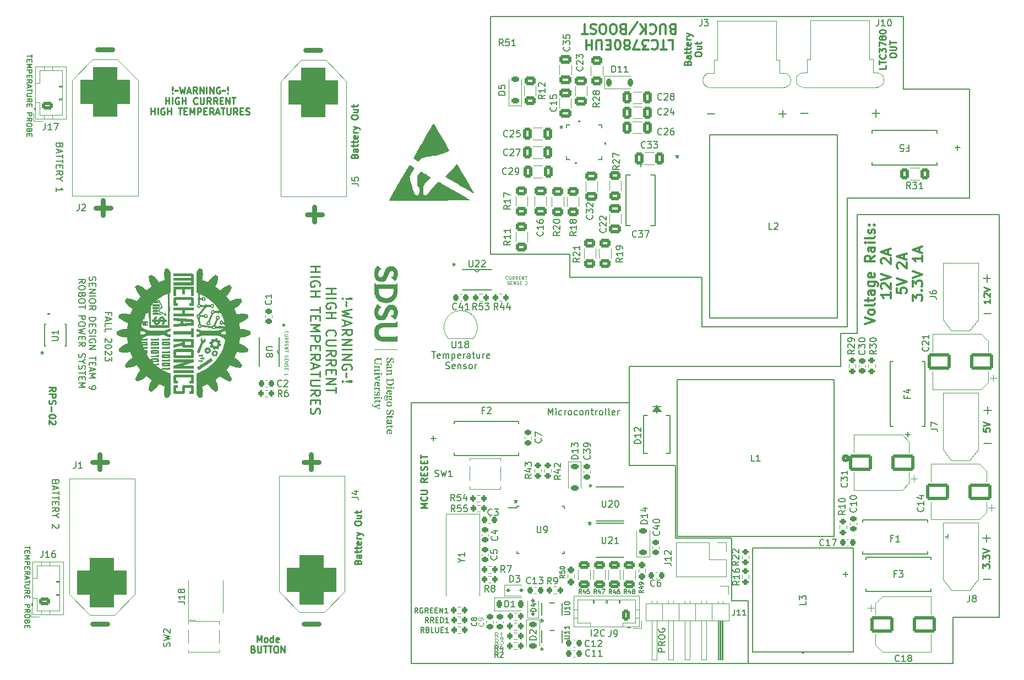
<source format=gto>
G04 #@! TF.GenerationSoftware,KiCad,Pcbnew,7.0.1*
G04 #@! TF.CreationDate,2023-11-20T20:44:29-08:00*
G04 #@! TF.ProjectId,rps01,72707330-312e-46b6-9963-61645f706362,2*
G04 #@! TF.SameCoordinates,Original*
G04 #@! TF.FileFunction,Legend,Top*
G04 #@! TF.FilePolarity,Positive*
%FSLAX46Y46*%
G04 Gerber Fmt 4.6, Leading zero omitted, Abs format (unit mm)*
G04 Created by KiCad (PCBNEW 7.0.1) date 2023-11-20 20:44:29*
%MOMM*%
%LPD*%
G01*
G04 APERTURE LIST*
G04 Aperture macros list*
%AMRoundRect*
0 Rectangle with rounded corners*
0 $1 Rounding radius*
0 $2 $3 $4 $5 $6 $7 $8 $9 X,Y pos of 4 corners*
0 Add a 4 corners polygon primitive as box body*
4,1,4,$2,$3,$4,$5,$6,$7,$8,$9,$2,$3,0*
0 Add four circle primitives for the rounded corners*
1,1,$1+$1,$2,$3*
1,1,$1+$1,$4,$5*
1,1,$1+$1,$6,$7*
1,1,$1+$1,$8,$9*
0 Add four rect primitives between the rounded corners*
20,1,$1+$1,$2,$3,$4,$5,0*
20,1,$1+$1,$4,$5,$6,$7,0*
20,1,$1+$1,$6,$7,$8,$9,0*
20,1,$1+$1,$8,$9,$2,$3,0*%
G04 Aperture macros list end*
%ADD10C,0.150000*%
%ADD11C,0.750000*%
%ADD12C,0.200000*%
%ADD13C,0.250000*%
%ADD14C,0.187500*%
%ADD15C,0.375000*%
%ADD16C,0.125000*%
%ADD17C,0.120000*%
%ADD18C,0.152400*%
%ADD19C,0.010000*%
%ADD20C,0.508000*%
%ADD21R,3.800000X3.800000*%
%ADD22C,4.000000*%
%ADD23RoundRect,1.900000X-1.900000X1.900000X-1.900000X-1.900000X1.900000X-1.900000X1.900000X1.900000X0*%
%ADD24C,7.600000*%
%ADD25RoundRect,0.250000X-0.412500X-0.650000X0.412500X-0.650000X0.412500X0.650000X-0.412500X0.650000X0*%
%ADD26R,1.700000X1.700000*%
%ADD27O,1.700000X1.700000*%
%ADD28R,1.100000X2.000000*%
%ADD29RoundRect,0.225000X0.250000X-0.225000X0.250000X0.225000X-0.250000X0.225000X-0.250000X-0.225000X0*%
%ADD30RoundRect,0.200000X0.200000X0.275000X-0.200000X0.275000X-0.200000X-0.275000X0.200000X-0.275000X0*%
%ADD31RoundRect,0.250000X0.625000X-0.312500X0.625000X0.312500X-0.625000X0.312500X-0.625000X-0.312500X0*%
%ADD32RoundRect,0.200000X-0.275000X0.200000X-0.275000X-0.200000X0.275000X-0.200000X0.275000X0.200000X0*%
%ADD33RoundRect,0.225000X-0.250000X0.225000X-0.250000X-0.225000X0.250000X-0.225000X0.250000X0.225000X0*%
%ADD34R,4.241800X3.810000*%
%ADD35RoundRect,0.250000X0.625000X-0.350000X0.625000X0.350000X-0.625000X0.350000X-0.625000X-0.350000X0*%
%ADD36O,1.750000X1.200000*%
%ADD37RoundRect,0.200000X0.275000X-0.200000X0.275000X0.200000X-0.275000X0.200000X-0.275000X-0.200000X0*%
%ADD38RoundRect,0.225000X-0.225000X-0.250000X0.225000X-0.250000X0.225000X0.250000X-0.225000X0.250000X0*%
%ADD39RoundRect,0.250000X1.500000X1.000000X-1.500000X1.000000X-1.500000X-1.000000X1.500000X-1.000000X0*%
%ADD40RoundRect,0.225000X0.225000X0.250000X-0.225000X0.250000X-0.225000X-0.250000X0.225000X-0.250000X0*%
%ADD41R,1.050000X1.500000*%
%ADD42O,1.050000X1.500000*%
%ADD43RoundRect,0.112500X-0.187500X-0.112500X0.187500X-0.112500X0.187500X0.112500X-0.187500X0.112500X0*%
%ADD44RoundRect,0.200000X-0.200000X-0.275000X0.200000X-0.275000X0.200000X0.275000X-0.200000X0.275000X0*%
%ADD45R,4.000000X7.800000*%
%ADD46R,0.804800X0.249200*%
%ADD47R,0.249200X0.804800*%
%ADD48R,3.550000X3.550000*%
%ADD49R,4.521200X4.241800*%
%ADD50RoundRect,0.237500X0.237500X-0.250000X0.237500X0.250000X-0.237500X0.250000X-0.237500X-0.250000X0*%
%ADD51R,2.499995X2.560396*%
%ADD52R,1.460500X0.558800*%
%ADD53RoundRect,0.250000X0.400000X0.625000X-0.400000X0.625000X-0.400000X-0.625000X0.400000X-0.625000X0*%
%ADD54R,3.810000X4.241800*%
%ADD55RoundRect,0.225000X-0.225000X-0.375000X0.225000X-0.375000X0.225000X0.375000X-0.225000X0.375000X0*%
%ADD56RoundRect,0.250000X0.625000X-0.400000X0.625000X0.400000X-0.625000X0.400000X-0.625000X-0.400000X0*%
%ADD57R,0.279400X1.333500*%
%ADD58C,1.400000*%
%ADD59R,3.500000X3.500000*%
%ADD60C,3.500000*%
%ADD61C,0.800000*%
%ADD62C,6.400000*%
%ADD63RoundRect,0.225000X0.375000X-0.225000X0.375000X0.225000X-0.375000X0.225000X-0.375000X-0.225000X0*%
%ADD64RoundRect,1.900000X1.900000X-1.900000X1.900000X1.900000X-1.900000X1.900000X-1.900000X-1.900000X0*%
%ADD65RoundRect,0.250000X0.650000X-0.412500X0.650000X0.412500X-0.650000X0.412500X-0.650000X-0.412500X0*%
%ADD66R,1.600000X0.550000*%
%ADD67R,0.550000X1.600000*%
%ADD68R,0.508000X0.952500*%
%ADD69RoundRect,0.250000X-0.625000X0.400000X-0.625000X-0.400000X0.625000X-0.400000X0.625000X0.400000X0*%
%ADD70R,0.355600X1.473200*%
%ADD71RoundRect,0.250000X-0.625000X0.312500X-0.625000X-0.312500X0.625000X-0.312500X0.625000X0.312500X0*%
%ADD72RoundRect,0.250000X-0.650000X0.412500X-0.650000X-0.412500X0.650000X-0.412500X0.650000X0.412500X0*%
%ADD73R,2.159000X1.955800*%
%ADD74O,2.159000X17.907000*%
%ADD75O,13.970000X1.524000*%
%ADD76R,1.600000X1.400000*%
%ADD77RoundRect,0.225000X-0.375000X0.225000X-0.375000X-0.225000X0.375000X-0.225000X0.375000X0.225000X0*%
%ADD78RoundRect,0.250000X0.350000X0.625000X-0.350000X0.625000X-0.350000X-0.625000X0.350000X-0.625000X0*%
%ADD79O,1.200000X1.750000*%
%ADD80RoundRect,0.250000X-1.500000X-1.000000X1.500000X-1.000000X1.500000X1.000000X-1.500000X1.000000X0*%
%ADD81R,1.473200X0.355600*%
%ADD82R,2.000000X4.500000*%
%ADD83RoundRect,0.112500X0.112500X-0.187500X0.112500X0.187500X-0.112500X0.187500X-0.112500X-0.187500X0*%
G04 APERTURE END LIST*
D10*
X127000000Y-103632000D02*
X134112000Y-103632000D01*
X134112000Y-114808000D01*
X142748000Y-114808000D01*
X142748000Y-124460000D01*
X145288000Y-124460000D01*
X145288000Y-131572000D01*
X145288000Y-134112000D01*
X93472000Y-134112000D01*
X93472000Y-93980000D01*
X127000000Y-93980000D01*
X127000000Y-103632000D01*
X183896000Y-127000000D02*
X176784000Y-127000000D01*
X176784000Y-134112000D01*
X145288000Y-134112000D01*
X145288000Y-131572000D01*
X145288000Y-124460000D01*
X142748000Y-124460000D01*
X142748000Y-114808000D01*
X134112000Y-114808000D01*
X134112000Y-103632000D01*
X127000000Y-103632000D01*
X127000000Y-88392000D01*
X159512000Y-88392000D01*
X159512000Y-83312000D01*
X162052000Y-83312000D01*
X162052000Y-65024000D01*
X183896000Y-65024000D01*
X183896000Y-127000000D01*
X169164000Y-45720000D02*
X179324000Y-45720000D01*
X179324000Y-62484000D01*
X160528000Y-62484000D01*
X160528000Y-82296000D01*
X138176000Y-82296000D01*
X138176000Y-74676000D01*
X117856000Y-74676000D01*
X117856000Y-71120000D01*
X105664000Y-71120000D01*
X105664000Y-34544000D01*
X169164000Y-34544000D01*
X169164000Y-45720000D01*
D11*
X77422285Y-65038000D02*
X79708000Y-65038000D01*
X78565142Y-66180857D02*
X78565142Y-63895142D01*
X45163464Y-39666680D02*
X47449179Y-39666680D01*
D12*
X43954000Y-74645333D02*
X43906380Y-74788190D01*
X43906380Y-74788190D02*
X43906380Y-75026285D01*
X43906380Y-75026285D02*
X43954000Y-75121523D01*
X43954000Y-75121523D02*
X44001619Y-75169142D01*
X44001619Y-75169142D02*
X44096857Y-75216761D01*
X44096857Y-75216761D02*
X44192095Y-75216761D01*
X44192095Y-75216761D02*
X44287333Y-75169142D01*
X44287333Y-75169142D02*
X44334952Y-75121523D01*
X44334952Y-75121523D02*
X44382571Y-75026285D01*
X44382571Y-75026285D02*
X44430190Y-74835809D01*
X44430190Y-74835809D02*
X44477809Y-74740571D01*
X44477809Y-74740571D02*
X44525428Y-74692952D01*
X44525428Y-74692952D02*
X44620666Y-74645333D01*
X44620666Y-74645333D02*
X44715904Y-74645333D01*
X44715904Y-74645333D02*
X44811142Y-74692952D01*
X44811142Y-74692952D02*
X44858761Y-74740571D01*
X44858761Y-74740571D02*
X44906380Y-74835809D01*
X44906380Y-74835809D02*
X44906380Y-75073904D01*
X44906380Y-75073904D02*
X44858761Y-75216761D01*
X44430190Y-75645333D02*
X44430190Y-75978666D01*
X43906380Y-76121523D02*
X43906380Y-75645333D01*
X43906380Y-75645333D02*
X44906380Y-75645333D01*
X44906380Y-75645333D02*
X44906380Y-76121523D01*
X43906380Y-76550095D02*
X44906380Y-76550095D01*
X44906380Y-76550095D02*
X43906380Y-77121523D01*
X43906380Y-77121523D02*
X44906380Y-77121523D01*
X43906380Y-77597714D02*
X44906380Y-77597714D01*
X44906380Y-78264380D02*
X44906380Y-78454856D01*
X44906380Y-78454856D02*
X44858761Y-78550094D01*
X44858761Y-78550094D02*
X44763523Y-78645332D01*
X44763523Y-78645332D02*
X44573047Y-78692951D01*
X44573047Y-78692951D02*
X44239714Y-78692951D01*
X44239714Y-78692951D02*
X44049238Y-78645332D01*
X44049238Y-78645332D02*
X43954000Y-78550094D01*
X43954000Y-78550094D02*
X43906380Y-78454856D01*
X43906380Y-78454856D02*
X43906380Y-78264380D01*
X43906380Y-78264380D02*
X43954000Y-78169142D01*
X43954000Y-78169142D02*
X44049238Y-78073904D01*
X44049238Y-78073904D02*
X44239714Y-78026285D01*
X44239714Y-78026285D02*
X44573047Y-78026285D01*
X44573047Y-78026285D02*
X44763523Y-78073904D01*
X44763523Y-78073904D02*
X44858761Y-78169142D01*
X44858761Y-78169142D02*
X44906380Y-78264380D01*
X43906380Y-79692951D02*
X44382571Y-79359618D01*
X43906380Y-79121523D02*
X44906380Y-79121523D01*
X44906380Y-79121523D02*
X44906380Y-79502475D01*
X44906380Y-79502475D02*
X44858761Y-79597713D01*
X44858761Y-79597713D02*
X44811142Y-79645332D01*
X44811142Y-79645332D02*
X44715904Y-79692951D01*
X44715904Y-79692951D02*
X44573047Y-79692951D01*
X44573047Y-79692951D02*
X44477809Y-79645332D01*
X44477809Y-79645332D02*
X44430190Y-79597713D01*
X44430190Y-79597713D02*
X44382571Y-79502475D01*
X44382571Y-79502475D02*
X44382571Y-79121523D01*
X43906380Y-80883428D02*
X44906380Y-80883428D01*
X44906380Y-80883428D02*
X44906380Y-81121523D01*
X44906380Y-81121523D02*
X44858761Y-81264380D01*
X44858761Y-81264380D02*
X44763523Y-81359618D01*
X44763523Y-81359618D02*
X44668285Y-81407237D01*
X44668285Y-81407237D02*
X44477809Y-81454856D01*
X44477809Y-81454856D02*
X44334952Y-81454856D01*
X44334952Y-81454856D02*
X44144476Y-81407237D01*
X44144476Y-81407237D02*
X44049238Y-81359618D01*
X44049238Y-81359618D02*
X43954000Y-81264380D01*
X43954000Y-81264380D02*
X43906380Y-81121523D01*
X43906380Y-81121523D02*
X43906380Y-80883428D01*
X44430190Y-81883428D02*
X44430190Y-82216761D01*
X43906380Y-82359618D02*
X43906380Y-81883428D01*
X43906380Y-81883428D02*
X44906380Y-81883428D01*
X44906380Y-81883428D02*
X44906380Y-82359618D01*
X43954000Y-82740571D02*
X43906380Y-82883428D01*
X43906380Y-82883428D02*
X43906380Y-83121523D01*
X43906380Y-83121523D02*
X43954000Y-83216761D01*
X43954000Y-83216761D02*
X44001619Y-83264380D01*
X44001619Y-83264380D02*
X44096857Y-83311999D01*
X44096857Y-83311999D02*
X44192095Y-83311999D01*
X44192095Y-83311999D02*
X44287333Y-83264380D01*
X44287333Y-83264380D02*
X44334952Y-83216761D01*
X44334952Y-83216761D02*
X44382571Y-83121523D01*
X44382571Y-83121523D02*
X44430190Y-82931047D01*
X44430190Y-82931047D02*
X44477809Y-82835809D01*
X44477809Y-82835809D02*
X44525428Y-82788190D01*
X44525428Y-82788190D02*
X44620666Y-82740571D01*
X44620666Y-82740571D02*
X44715904Y-82740571D01*
X44715904Y-82740571D02*
X44811142Y-82788190D01*
X44811142Y-82788190D02*
X44858761Y-82835809D01*
X44858761Y-82835809D02*
X44906380Y-82931047D01*
X44906380Y-82931047D02*
X44906380Y-83169142D01*
X44906380Y-83169142D02*
X44858761Y-83311999D01*
X43906380Y-83740571D02*
X44906380Y-83740571D01*
X44858761Y-84740570D02*
X44906380Y-84645332D01*
X44906380Y-84645332D02*
X44906380Y-84502475D01*
X44906380Y-84502475D02*
X44858761Y-84359618D01*
X44858761Y-84359618D02*
X44763523Y-84264380D01*
X44763523Y-84264380D02*
X44668285Y-84216761D01*
X44668285Y-84216761D02*
X44477809Y-84169142D01*
X44477809Y-84169142D02*
X44334952Y-84169142D01*
X44334952Y-84169142D02*
X44144476Y-84216761D01*
X44144476Y-84216761D02*
X44049238Y-84264380D01*
X44049238Y-84264380D02*
X43954000Y-84359618D01*
X43954000Y-84359618D02*
X43906380Y-84502475D01*
X43906380Y-84502475D02*
X43906380Y-84597713D01*
X43906380Y-84597713D02*
X43954000Y-84740570D01*
X43954000Y-84740570D02*
X44001619Y-84788189D01*
X44001619Y-84788189D02*
X44334952Y-84788189D01*
X44334952Y-84788189D02*
X44334952Y-84597713D01*
X43906380Y-85216761D02*
X44906380Y-85216761D01*
X44906380Y-85216761D02*
X43906380Y-85788189D01*
X43906380Y-85788189D02*
X44906380Y-85788189D01*
X44906380Y-86883428D02*
X44906380Y-87454856D01*
X43906380Y-87169142D02*
X44906380Y-87169142D01*
X44430190Y-87788190D02*
X44430190Y-88121523D01*
X43906380Y-88264380D02*
X43906380Y-87788190D01*
X43906380Y-87788190D02*
X44906380Y-87788190D01*
X44906380Y-87788190D02*
X44906380Y-88264380D01*
X44192095Y-88645333D02*
X44192095Y-89121523D01*
X43906380Y-88550095D02*
X44906380Y-88883428D01*
X44906380Y-88883428D02*
X43906380Y-89216761D01*
X43906380Y-89550095D02*
X44906380Y-89550095D01*
X44906380Y-89550095D02*
X44192095Y-89883428D01*
X44192095Y-89883428D02*
X44906380Y-90216761D01*
X44906380Y-90216761D02*
X43906380Y-90216761D01*
X43906380Y-91502476D02*
X43906380Y-91692952D01*
X43906380Y-91692952D02*
X43954000Y-91788190D01*
X43954000Y-91788190D02*
X44001619Y-91835809D01*
X44001619Y-91835809D02*
X44144476Y-91931047D01*
X44144476Y-91931047D02*
X44334952Y-91978666D01*
X44334952Y-91978666D02*
X44715904Y-91978666D01*
X44715904Y-91978666D02*
X44811142Y-91931047D01*
X44811142Y-91931047D02*
X44858761Y-91883428D01*
X44858761Y-91883428D02*
X44906380Y-91788190D01*
X44906380Y-91788190D02*
X44906380Y-91597714D01*
X44906380Y-91597714D02*
X44858761Y-91502476D01*
X44858761Y-91502476D02*
X44811142Y-91454857D01*
X44811142Y-91454857D02*
X44715904Y-91407238D01*
X44715904Y-91407238D02*
X44477809Y-91407238D01*
X44477809Y-91407238D02*
X44382571Y-91454857D01*
X44382571Y-91454857D02*
X44334952Y-91502476D01*
X44334952Y-91502476D02*
X44287333Y-91597714D01*
X44287333Y-91597714D02*
X44287333Y-91788190D01*
X44287333Y-91788190D02*
X44334952Y-91883428D01*
X44334952Y-91883428D02*
X44382571Y-91931047D01*
X44382571Y-91931047D02*
X44477809Y-91978666D01*
X42286380Y-75597713D02*
X42762571Y-75264380D01*
X42286380Y-75026285D02*
X43286380Y-75026285D01*
X43286380Y-75026285D02*
X43286380Y-75407237D01*
X43286380Y-75407237D02*
X43238761Y-75502475D01*
X43238761Y-75502475D02*
X43191142Y-75550094D01*
X43191142Y-75550094D02*
X43095904Y-75597713D01*
X43095904Y-75597713D02*
X42953047Y-75597713D01*
X42953047Y-75597713D02*
X42857809Y-75550094D01*
X42857809Y-75550094D02*
X42810190Y-75502475D01*
X42810190Y-75502475D02*
X42762571Y-75407237D01*
X42762571Y-75407237D02*
X42762571Y-75026285D01*
X43286380Y-76216761D02*
X43286380Y-76407237D01*
X43286380Y-76407237D02*
X43238761Y-76502475D01*
X43238761Y-76502475D02*
X43143523Y-76597713D01*
X43143523Y-76597713D02*
X42953047Y-76645332D01*
X42953047Y-76645332D02*
X42619714Y-76645332D01*
X42619714Y-76645332D02*
X42429238Y-76597713D01*
X42429238Y-76597713D02*
X42334000Y-76502475D01*
X42334000Y-76502475D02*
X42286380Y-76407237D01*
X42286380Y-76407237D02*
X42286380Y-76216761D01*
X42286380Y-76216761D02*
X42334000Y-76121523D01*
X42334000Y-76121523D02*
X42429238Y-76026285D01*
X42429238Y-76026285D02*
X42619714Y-75978666D01*
X42619714Y-75978666D02*
X42953047Y-75978666D01*
X42953047Y-75978666D02*
X43143523Y-76026285D01*
X43143523Y-76026285D02*
X43238761Y-76121523D01*
X43238761Y-76121523D02*
X43286380Y-76216761D01*
X42810190Y-77407237D02*
X42762571Y-77550094D01*
X42762571Y-77550094D02*
X42714952Y-77597713D01*
X42714952Y-77597713D02*
X42619714Y-77645332D01*
X42619714Y-77645332D02*
X42476857Y-77645332D01*
X42476857Y-77645332D02*
X42381619Y-77597713D01*
X42381619Y-77597713D02*
X42334000Y-77550094D01*
X42334000Y-77550094D02*
X42286380Y-77454856D01*
X42286380Y-77454856D02*
X42286380Y-77073904D01*
X42286380Y-77073904D02*
X43286380Y-77073904D01*
X43286380Y-77073904D02*
X43286380Y-77407237D01*
X43286380Y-77407237D02*
X43238761Y-77502475D01*
X43238761Y-77502475D02*
X43191142Y-77550094D01*
X43191142Y-77550094D02*
X43095904Y-77597713D01*
X43095904Y-77597713D02*
X43000666Y-77597713D01*
X43000666Y-77597713D02*
X42905428Y-77550094D01*
X42905428Y-77550094D02*
X42857809Y-77502475D01*
X42857809Y-77502475D02*
X42810190Y-77407237D01*
X42810190Y-77407237D02*
X42810190Y-77073904D01*
X43286380Y-78264380D02*
X43286380Y-78454856D01*
X43286380Y-78454856D02*
X43238761Y-78550094D01*
X43238761Y-78550094D02*
X43143523Y-78645332D01*
X43143523Y-78645332D02*
X42953047Y-78692951D01*
X42953047Y-78692951D02*
X42619714Y-78692951D01*
X42619714Y-78692951D02*
X42429238Y-78645332D01*
X42429238Y-78645332D02*
X42334000Y-78550094D01*
X42334000Y-78550094D02*
X42286380Y-78454856D01*
X42286380Y-78454856D02*
X42286380Y-78264380D01*
X42286380Y-78264380D02*
X42334000Y-78169142D01*
X42334000Y-78169142D02*
X42429238Y-78073904D01*
X42429238Y-78073904D02*
X42619714Y-78026285D01*
X42619714Y-78026285D02*
X42953047Y-78026285D01*
X42953047Y-78026285D02*
X43143523Y-78073904D01*
X43143523Y-78073904D02*
X43238761Y-78169142D01*
X43238761Y-78169142D02*
X43286380Y-78264380D01*
X43286380Y-78978666D02*
X43286380Y-79550094D01*
X42286380Y-79264380D02*
X43286380Y-79264380D01*
X42286380Y-80645333D02*
X43286380Y-80645333D01*
X43286380Y-80645333D02*
X43286380Y-81026285D01*
X43286380Y-81026285D02*
X43238761Y-81121523D01*
X43238761Y-81121523D02*
X43191142Y-81169142D01*
X43191142Y-81169142D02*
X43095904Y-81216761D01*
X43095904Y-81216761D02*
X42953047Y-81216761D01*
X42953047Y-81216761D02*
X42857809Y-81169142D01*
X42857809Y-81169142D02*
X42810190Y-81121523D01*
X42810190Y-81121523D02*
X42762571Y-81026285D01*
X42762571Y-81026285D02*
X42762571Y-80645333D01*
X43286380Y-81835809D02*
X43286380Y-82026285D01*
X43286380Y-82026285D02*
X43238761Y-82121523D01*
X43238761Y-82121523D02*
X43143523Y-82216761D01*
X43143523Y-82216761D02*
X42953047Y-82264380D01*
X42953047Y-82264380D02*
X42619714Y-82264380D01*
X42619714Y-82264380D02*
X42429238Y-82216761D01*
X42429238Y-82216761D02*
X42334000Y-82121523D01*
X42334000Y-82121523D02*
X42286380Y-82026285D01*
X42286380Y-82026285D02*
X42286380Y-81835809D01*
X42286380Y-81835809D02*
X42334000Y-81740571D01*
X42334000Y-81740571D02*
X42429238Y-81645333D01*
X42429238Y-81645333D02*
X42619714Y-81597714D01*
X42619714Y-81597714D02*
X42953047Y-81597714D01*
X42953047Y-81597714D02*
X43143523Y-81645333D01*
X43143523Y-81645333D02*
X43238761Y-81740571D01*
X43238761Y-81740571D02*
X43286380Y-81835809D01*
X43286380Y-82597714D02*
X42286380Y-82835809D01*
X42286380Y-82835809D02*
X43000666Y-83026285D01*
X43000666Y-83026285D02*
X42286380Y-83216761D01*
X42286380Y-83216761D02*
X43286380Y-83454857D01*
X42810190Y-83835809D02*
X42810190Y-84169142D01*
X42286380Y-84311999D02*
X42286380Y-83835809D01*
X42286380Y-83835809D02*
X43286380Y-83835809D01*
X43286380Y-83835809D02*
X43286380Y-84311999D01*
X42286380Y-85311999D02*
X42762571Y-84978666D01*
X42286380Y-84740571D02*
X43286380Y-84740571D01*
X43286380Y-84740571D02*
X43286380Y-85121523D01*
X43286380Y-85121523D02*
X43238761Y-85216761D01*
X43238761Y-85216761D02*
X43191142Y-85264380D01*
X43191142Y-85264380D02*
X43095904Y-85311999D01*
X43095904Y-85311999D02*
X42953047Y-85311999D01*
X42953047Y-85311999D02*
X42857809Y-85264380D01*
X42857809Y-85264380D02*
X42810190Y-85216761D01*
X42810190Y-85216761D02*
X42762571Y-85121523D01*
X42762571Y-85121523D02*
X42762571Y-84740571D01*
X42334000Y-86454857D02*
X42286380Y-86597714D01*
X42286380Y-86597714D02*
X42286380Y-86835809D01*
X42286380Y-86835809D02*
X42334000Y-86931047D01*
X42334000Y-86931047D02*
X42381619Y-86978666D01*
X42381619Y-86978666D02*
X42476857Y-87026285D01*
X42476857Y-87026285D02*
X42572095Y-87026285D01*
X42572095Y-87026285D02*
X42667333Y-86978666D01*
X42667333Y-86978666D02*
X42714952Y-86931047D01*
X42714952Y-86931047D02*
X42762571Y-86835809D01*
X42762571Y-86835809D02*
X42810190Y-86645333D01*
X42810190Y-86645333D02*
X42857809Y-86550095D01*
X42857809Y-86550095D02*
X42905428Y-86502476D01*
X42905428Y-86502476D02*
X43000666Y-86454857D01*
X43000666Y-86454857D02*
X43095904Y-86454857D01*
X43095904Y-86454857D02*
X43191142Y-86502476D01*
X43191142Y-86502476D02*
X43238761Y-86550095D01*
X43238761Y-86550095D02*
X43286380Y-86645333D01*
X43286380Y-86645333D02*
X43286380Y-86883428D01*
X43286380Y-86883428D02*
X43238761Y-87026285D01*
X42762571Y-87645333D02*
X42286380Y-87645333D01*
X43286380Y-87312000D02*
X42762571Y-87645333D01*
X42762571Y-87645333D02*
X43286380Y-87978666D01*
X42334000Y-88264381D02*
X42286380Y-88407238D01*
X42286380Y-88407238D02*
X42286380Y-88645333D01*
X42286380Y-88645333D02*
X42334000Y-88740571D01*
X42334000Y-88740571D02*
X42381619Y-88788190D01*
X42381619Y-88788190D02*
X42476857Y-88835809D01*
X42476857Y-88835809D02*
X42572095Y-88835809D01*
X42572095Y-88835809D02*
X42667333Y-88788190D01*
X42667333Y-88788190D02*
X42714952Y-88740571D01*
X42714952Y-88740571D02*
X42762571Y-88645333D01*
X42762571Y-88645333D02*
X42810190Y-88454857D01*
X42810190Y-88454857D02*
X42857809Y-88359619D01*
X42857809Y-88359619D02*
X42905428Y-88312000D01*
X42905428Y-88312000D02*
X43000666Y-88264381D01*
X43000666Y-88264381D02*
X43095904Y-88264381D01*
X43095904Y-88264381D02*
X43191142Y-88312000D01*
X43191142Y-88312000D02*
X43238761Y-88359619D01*
X43238761Y-88359619D02*
X43286380Y-88454857D01*
X43286380Y-88454857D02*
X43286380Y-88692952D01*
X43286380Y-88692952D02*
X43238761Y-88835809D01*
X43286380Y-89121524D02*
X43286380Y-89692952D01*
X42286380Y-89407238D02*
X43286380Y-89407238D01*
X42810190Y-90026286D02*
X42810190Y-90359619D01*
X42286380Y-90502476D02*
X42286380Y-90026286D01*
X42286380Y-90026286D02*
X43286380Y-90026286D01*
X43286380Y-90026286D02*
X43286380Y-90502476D01*
X42286380Y-90931048D02*
X43286380Y-90931048D01*
X43286380Y-90931048D02*
X42572095Y-91264381D01*
X42572095Y-91264381D02*
X43286380Y-91597714D01*
X43286380Y-91597714D02*
X42286380Y-91597714D01*
D10*
X121142095Y-129925619D02*
X121142095Y-128925619D01*
X121570666Y-129020857D02*
X121618285Y-128973238D01*
X121618285Y-128973238D02*
X121713523Y-128925619D01*
X121713523Y-128925619D02*
X121951618Y-128925619D01*
X121951618Y-128925619D02*
X122046856Y-128973238D01*
X122046856Y-128973238D02*
X122094475Y-129020857D01*
X122094475Y-129020857D02*
X122142094Y-129116095D01*
X122142094Y-129116095D02*
X122142094Y-129211333D01*
X122142094Y-129211333D02*
X122094475Y-129354190D01*
X122094475Y-129354190D02*
X121523047Y-129925619D01*
X121523047Y-129925619D02*
X122142094Y-129925619D01*
X123142094Y-129830380D02*
X123094475Y-129878000D01*
X123094475Y-129878000D02*
X122951618Y-129925619D01*
X122951618Y-129925619D02*
X122856380Y-129925619D01*
X122856380Y-129925619D02*
X122713523Y-129878000D01*
X122713523Y-129878000D02*
X122618285Y-129782761D01*
X122618285Y-129782761D02*
X122570666Y-129687523D01*
X122570666Y-129687523D02*
X122523047Y-129497047D01*
X122523047Y-129497047D02*
X122523047Y-129354190D01*
X122523047Y-129354190D02*
X122570666Y-129163714D01*
X122570666Y-129163714D02*
X122618285Y-129068476D01*
X122618285Y-129068476D02*
X122713523Y-128973238D01*
X122713523Y-128973238D02*
X122856380Y-128925619D01*
X122856380Y-128925619D02*
X122951618Y-128925619D01*
X122951618Y-128925619D02*
X123094475Y-128973238D01*
X123094475Y-128973238D02*
X123142094Y-129020857D01*
X132465619Y-132349904D02*
X131465619Y-132349904D01*
X131465619Y-132349904D02*
X131465619Y-131968952D01*
X131465619Y-131968952D02*
X131513238Y-131873714D01*
X131513238Y-131873714D02*
X131560857Y-131826095D01*
X131560857Y-131826095D02*
X131656095Y-131778476D01*
X131656095Y-131778476D02*
X131798952Y-131778476D01*
X131798952Y-131778476D02*
X131894190Y-131826095D01*
X131894190Y-131826095D02*
X131941809Y-131873714D01*
X131941809Y-131873714D02*
X131989428Y-131968952D01*
X131989428Y-131968952D02*
X131989428Y-132349904D01*
X132465619Y-130778476D02*
X131989428Y-131111809D01*
X132465619Y-131349904D02*
X131465619Y-131349904D01*
X131465619Y-131349904D02*
X131465619Y-130968952D01*
X131465619Y-130968952D02*
X131513238Y-130873714D01*
X131513238Y-130873714D02*
X131560857Y-130826095D01*
X131560857Y-130826095D02*
X131656095Y-130778476D01*
X131656095Y-130778476D02*
X131798952Y-130778476D01*
X131798952Y-130778476D02*
X131894190Y-130826095D01*
X131894190Y-130826095D02*
X131941809Y-130873714D01*
X131941809Y-130873714D02*
X131989428Y-130968952D01*
X131989428Y-130968952D02*
X131989428Y-131349904D01*
X131465619Y-130159428D02*
X131465619Y-129968952D01*
X131465619Y-129968952D02*
X131513238Y-129873714D01*
X131513238Y-129873714D02*
X131608476Y-129778476D01*
X131608476Y-129778476D02*
X131798952Y-129730857D01*
X131798952Y-129730857D02*
X132132285Y-129730857D01*
X132132285Y-129730857D02*
X132322761Y-129778476D01*
X132322761Y-129778476D02*
X132418000Y-129873714D01*
X132418000Y-129873714D02*
X132465619Y-129968952D01*
X132465619Y-129968952D02*
X132465619Y-130159428D01*
X132465619Y-130159428D02*
X132418000Y-130254666D01*
X132418000Y-130254666D02*
X132322761Y-130349904D01*
X132322761Y-130349904D02*
X132132285Y-130397523D01*
X132132285Y-130397523D02*
X131798952Y-130397523D01*
X131798952Y-130397523D02*
X131608476Y-130349904D01*
X131608476Y-130349904D02*
X131513238Y-130254666D01*
X131513238Y-130254666D02*
X131465619Y-130159428D01*
X131513238Y-128778476D02*
X131465619Y-128873714D01*
X131465619Y-128873714D02*
X131465619Y-129016571D01*
X131465619Y-129016571D02*
X131513238Y-129159428D01*
X131513238Y-129159428D02*
X131608476Y-129254666D01*
X131608476Y-129254666D02*
X131703714Y-129302285D01*
X131703714Y-129302285D02*
X131894190Y-129349904D01*
X131894190Y-129349904D02*
X132037047Y-129349904D01*
X132037047Y-129349904D02*
X132227523Y-129302285D01*
X132227523Y-129302285D02*
X132322761Y-129254666D01*
X132322761Y-129254666D02*
X132418000Y-129159428D01*
X132418000Y-129159428D02*
X132465619Y-129016571D01*
X132465619Y-129016571D02*
X132465619Y-128921333D01*
X132465619Y-128921333D02*
X132418000Y-128778476D01*
X132418000Y-128778476D02*
X132370380Y-128730857D01*
X132370380Y-128730857D02*
X132037047Y-128730857D01*
X132037047Y-128730857D02*
X132037047Y-128921333D01*
D11*
X76914285Y-103138000D02*
X79200000Y-103138000D01*
X78057142Y-104280857D02*
X78057142Y-101995142D01*
D12*
X96591999Y-86157619D02*
X97163427Y-86157619D01*
X96877713Y-87157619D02*
X96877713Y-86157619D01*
X97877713Y-87110000D02*
X97782475Y-87157619D01*
X97782475Y-87157619D02*
X97591999Y-87157619D01*
X97591999Y-87157619D02*
X97496761Y-87110000D01*
X97496761Y-87110000D02*
X97449142Y-87014761D01*
X97449142Y-87014761D02*
X97449142Y-86633809D01*
X97449142Y-86633809D02*
X97496761Y-86538571D01*
X97496761Y-86538571D02*
X97591999Y-86490952D01*
X97591999Y-86490952D02*
X97782475Y-86490952D01*
X97782475Y-86490952D02*
X97877713Y-86538571D01*
X97877713Y-86538571D02*
X97925332Y-86633809D01*
X97925332Y-86633809D02*
X97925332Y-86729047D01*
X97925332Y-86729047D02*
X97449142Y-86824285D01*
X98353904Y-87157619D02*
X98353904Y-86490952D01*
X98353904Y-86586190D02*
X98401523Y-86538571D01*
X98401523Y-86538571D02*
X98496761Y-86490952D01*
X98496761Y-86490952D02*
X98639618Y-86490952D01*
X98639618Y-86490952D02*
X98734856Y-86538571D01*
X98734856Y-86538571D02*
X98782475Y-86633809D01*
X98782475Y-86633809D02*
X98782475Y-87157619D01*
X98782475Y-86633809D02*
X98830094Y-86538571D01*
X98830094Y-86538571D02*
X98925332Y-86490952D01*
X98925332Y-86490952D02*
X99068189Y-86490952D01*
X99068189Y-86490952D02*
X99163428Y-86538571D01*
X99163428Y-86538571D02*
X99211047Y-86633809D01*
X99211047Y-86633809D02*
X99211047Y-87157619D01*
X99687237Y-86490952D02*
X99687237Y-87490952D01*
X99687237Y-86538571D02*
X99782475Y-86490952D01*
X99782475Y-86490952D02*
X99972951Y-86490952D01*
X99972951Y-86490952D02*
X100068189Y-86538571D01*
X100068189Y-86538571D02*
X100115808Y-86586190D01*
X100115808Y-86586190D02*
X100163427Y-86681428D01*
X100163427Y-86681428D02*
X100163427Y-86967142D01*
X100163427Y-86967142D02*
X100115808Y-87062380D01*
X100115808Y-87062380D02*
X100068189Y-87110000D01*
X100068189Y-87110000D02*
X99972951Y-87157619D01*
X99972951Y-87157619D02*
X99782475Y-87157619D01*
X99782475Y-87157619D02*
X99687237Y-87110000D01*
X100972951Y-87110000D02*
X100877713Y-87157619D01*
X100877713Y-87157619D02*
X100687237Y-87157619D01*
X100687237Y-87157619D02*
X100591999Y-87110000D01*
X100591999Y-87110000D02*
X100544380Y-87014761D01*
X100544380Y-87014761D02*
X100544380Y-86633809D01*
X100544380Y-86633809D02*
X100591999Y-86538571D01*
X100591999Y-86538571D02*
X100687237Y-86490952D01*
X100687237Y-86490952D02*
X100877713Y-86490952D01*
X100877713Y-86490952D02*
X100972951Y-86538571D01*
X100972951Y-86538571D02*
X101020570Y-86633809D01*
X101020570Y-86633809D02*
X101020570Y-86729047D01*
X101020570Y-86729047D02*
X100544380Y-86824285D01*
X101449142Y-87157619D02*
X101449142Y-86490952D01*
X101449142Y-86681428D02*
X101496761Y-86586190D01*
X101496761Y-86586190D02*
X101544380Y-86538571D01*
X101544380Y-86538571D02*
X101639618Y-86490952D01*
X101639618Y-86490952D02*
X101734856Y-86490952D01*
X102496761Y-87157619D02*
X102496761Y-86633809D01*
X102496761Y-86633809D02*
X102449142Y-86538571D01*
X102449142Y-86538571D02*
X102353904Y-86490952D01*
X102353904Y-86490952D02*
X102163428Y-86490952D01*
X102163428Y-86490952D02*
X102068190Y-86538571D01*
X102496761Y-87110000D02*
X102401523Y-87157619D01*
X102401523Y-87157619D02*
X102163428Y-87157619D01*
X102163428Y-87157619D02*
X102068190Y-87110000D01*
X102068190Y-87110000D02*
X102020571Y-87014761D01*
X102020571Y-87014761D02*
X102020571Y-86919523D01*
X102020571Y-86919523D02*
X102068190Y-86824285D01*
X102068190Y-86824285D02*
X102163428Y-86776666D01*
X102163428Y-86776666D02*
X102401523Y-86776666D01*
X102401523Y-86776666D02*
X102496761Y-86729047D01*
X102830095Y-86490952D02*
X103211047Y-86490952D01*
X102972952Y-86157619D02*
X102972952Y-87014761D01*
X102972952Y-87014761D02*
X103020571Y-87110000D01*
X103020571Y-87110000D02*
X103115809Y-87157619D01*
X103115809Y-87157619D02*
X103211047Y-87157619D01*
X103972952Y-86490952D02*
X103972952Y-87157619D01*
X103544381Y-86490952D02*
X103544381Y-87014761D01*
X103544381Y-87014761D02*
X103592000Y-87110000D01*
X103592000Y-87110000D02*
X103687238Y-87157619D01*
X103687238Y-87157619D02*
X103830095Y-87157619D01*
X103830095Y-87157619D02*
X103925333Y-87110000D01*
X103925333Y-87110000D02*
X103972952Y-87062380D01*
X104449143Y-87157619D02*
X104449143Y-86490952D01*
X104449143Y-86681428D02*
X104496762Y-86586190D01*
X104496762Y-86586190D02*
X104544381Y-86538571D01*
X104544381Y-86538571D02*
X104639619Y-86490952D01*
X104639619Y-86490952D02*
X104734857Y-86490952D01*
X105449143Y-87110000D02*
X105353905Y-87157619D01*
X105353905Y-87157619D02*
X105163429Y-87157619D01*
X105163429Y-87157619D02*
X105068191Y-87110000D01*
X105068191Y-87110000D02*
X105020572Y-87014761D01*
X105020572Y-87014761D02*
X105020572Y-86633809D01*
X105020572Y-86633809D02*
X105068191Y-86538571D01*
X105068191Y-86538571D02*
X105163429Y-86490952D01*
X105163429Y-86490952D02*
X105353905Y-86490952D01*
X105353905Y-86490952D02*
X105449143Y-86538571D01*
X105449143Y-86538571D02*
X105496762Y-86633809D01*
X105496762Y-86633809D02*
X105496762Y-86729047D01*
X105496762Y-86729047D02*
X105020572Y-86824285D01*
X98758666Y-88730000D02*
X98901523Y-88777619D01*
X98901523Y-88777619D02*
X99139618Y-88777619D01*
X99139618Y-88777619D02*
X99234856Y-88730000D01*
X99234856Y-88730000D02*
X99282475Y-88682380D01*
X99282475Y-88682380D02*
X99330094Y-88587142D01*
X99330094Y-88587142D02*
X99330094Y-88491904D01*
X99330094Y-88491904D02*
X99282475Y-88396666D01*
X99282475Y-88396666D02*
X99234856Y-88349047D01*
X99234856Y-88349047D02*
X99139618Y-88301428D01*
X99139618Y-88301428D02*
X98949142Y-88253809D01*
X98949142Y-88253809D02*
X98853904Y-88206190D01*
X98853904Y-88206190D02*
X98806285Y-88158571D01*
X98806285Y-88158571D02*
X98758666Y-88063333D01*
X98758666Y-88063333D02*
X98758666Y-87968095D01*
X98758666Y-87968095D02*
X98806285Y-87872857D01*
X98806285Y-87872857D02*
X98853904Y-87825238D01*
X98853904Y-87825238D02*
X98949142Y-87777619D01*
X98949142Y-87777619D02*
X99187237Y-87777619D01*
X99187237Y-87777619D02*
X99330094Y-87825238D01*
X100139618Y-88730000D02*
X100044380Y-88777619D01*
X100044380Y-88777619D02*
X99853904Y-88777619D01*
X99853904Y-88777619D02*
X99758666Y-88730000D01*
X99758666Y-88730000D02*
X99711047Y-88634761D01*
X99711047Y-88634761D02*
X99711047Y-88253809D01*
X99711047Y-88253809D02*
X99758666Y-88158571D01*
X99758666Y-88158571D02*
X99853904Y-88110952D01*
X99853904Y-88110952D02*
X100044380Y-88110952D01*
X100044380Y-88110952D02*
X100139618Y-88158571D01*
X100139618Y-88158571D02*
X100187237Y-88253809D01*
X100187237Y-88253809D02*
X100187237Y-88349047D01*
X100187237Y-88349047D02*
X99711047Y-88444285D01*
X100615809Y-88110952D02*
X100615809Y-88777619D01*
X100615809Y-88206190D02*
X100663428Y-88158571D01*
X100663428Y-88158571D02*
X100758666Y-88110952D01*
X100758666Y-88110952D02*
X100901523Y-88110952D01*
X100901523Y-88110952D02*
X100996761Y-88158571D01*
X100996761Y-88158571D02*
X101044380Y-88253809D01*
X101044380Y-88253809D02*
X101044380Y-88777619D01*
X101472952Y-88730000D02*
X101568190Y-88777619D01*
X101568190Y-88777619D02*
X101758666Y-88777619D01*
X101758666Y-88777619D02*
X101853904Y-88730000D01*
X101853904Y-88730000D02*
X101901523Y-88634761D01*
X101901523Y-88634761D02*
X101901523Y-88587142D01*
X101901523Y-88587142D02*
X101853904Y-88491904D01*
X101853904Y-88491904D02*
X101758666Y-88444285D01*
X101758666Y-88444285D02*
X101615809Y-88444285D01*
X101615809Y-88444285D02*
X101520571Y-88396666D01*
X101520571Y-88396666D02*
X101472952Y-88301428D01*
X101472952Y-88301428D02*
X101472952Y-88253809D01*
X101472952Y-88253809D02*
X101520571Y-88158571D01*
X101520571Y-88158571D02*
X101615809Y-88110952D01*
X101615809Y-88110952D02*
X101758666Y-88110952D01*
X101758666Y-88110952D02*
X101853904Y-88158571D01*
X102472952Y-88777619D02*
X102377714Y-88730000D01*
X102377714Y-88730000D02*
X102330095Y-88682380D01*
X102330095Y-88682380D02*
X102282476Y-88587142D01*
X102282476Y-88587142D02*
X102282476Y-88301428D01*
X102282476Y-88301428D02*
X102330095Y-88206190D01*
X102330095Y-88206190D02*
X102377714Y-88158571D01*
X102377714Y-88158571D02*
X102472952Y-88110952D01*
X102472952Y-88110952D02*
X102615809Y-88110952D01*
X102615809Y-88110952D02*
X102711047Y-88158571D01*
X102711047Y-88158571D02*
X102758666Y-88206190D01*
X102758666Y-88206190D02*
X102806285Y-88301428D01*
X102806285Y-88301428D02*
X102806285Y-88587142D01*
X102806285Y-88587142D02*
X102758666Y-88682380D01*
X102758666Y-88682380D02*
X102711047Y-88730000D01*
X102711047Y-88730000D02*
X102615809Y-88777619D01*
X102615809Y-88777619D02*
X102472952Y-88777619D01*
X103234857Y-88777619D02*
X103234857Y-88110952D01*
X103234857Y-88301428D02*
X103282476Y-88206190D01*
X103282476Y-88206190D02*
X103330095Y-88158571D01*
X103330095Y-88158571D02*
X103425333Y-88110952D01*
X103425333Y-88110952D02*
X103520571Y-88110952D01*
D13*
X69707333Y-130845619D02*
X69707333Y-129845619D01*
X69707333Y-129845619D02*
X70040666Y-130559904D01*
X70040666Y-130559904D02*
X70373999Y-129845619D01*
X70373999Y-129845619D02*
X70373999Y-130845619D01*
X70993047Y-130845619D02*
X70897809Y-130798000D01*
X70897809Y-130798000D02*
X70850190Y-130750380D01*
X70850190Y-130750380D02*
X70802571Y-130655142D01*
X70802571Y-130655142D02*
X70802571Y-130369428D01*
X70802571Y-130369428D02*
X70850190Y-130274190D01*
X70850190Y-130274190D02*
X70897809Y-130226571D01*
X70897809Y-130226571D02*
X70993047Y-130178952D01*
X70993047Y-130178952D02*
X71135904Y-130178952D01*
X71135904Y-130178952D02*
X71231142Y-130226571D01*
X71231142Y-130226571D02*
X71278761Y-130274190D01*
X71278761Y-130274190D02*
X71326380Y-130369428D01*
X71326380Y-130369428D02*
X71326380Y-130655142D01*
X71326380Y-130655142D02*
X71278761Y-130750380D01*
X71278761Y-130750380D02*
X71231142Y-130798000D01*
X71231142Y-130798000D02*
X71135904Y-130845619D01*
X71135904Y-130845619D02*
X70993047Y-130845619D01*
X72183523Y-130845619D02*
X72183523Y-129845619D01*
X72183523Y-130798000D02*
X72088285Y-130845619D01*
X72088285Y-130845619D02*
X71897809Y-130845619D01*
X71897809Y-130845619D02*
X71802571Y-130798000D01*
X71802571Y-130798000D02*
X71754952Y-130750380D01*
X71754952Y-130750380D02*
X71707333Y-130655142D01*
X71707333Y-130655142D02*
X71707333Y-130369428D01*
X71707333Y-130369428D02*
X71754952Y-130274190D01*
X71754952Y-130274190D02*
X71802571Y-130226571D01*
X71802571Y-130226571D02*
X71897809Y-130178952D01*
X71897809Y-130178952D02*
X72088285Y-130178952D01*
X72088285Y-130178952D02*
X72183523Y-130226571D01*
X73040666Y-130798000D02*
X72945428Y-130845619D01*
X72945428Y-130845619D02*
X72754952Y-130845619D01*
X72754952Y-130845619D02*
X72659714Y-130798000D01*
X72659714Y-130798000D02*
X72612095Y-130702761D01*
X72612095Y-130702761D02*
X72612095Y-130321809D01*
X72612095Y-130321809D02*
X72659714Y-130226571D01*
X72659714Y-130226571D02*
X72754952Y-130178952D01*
X72754952Y-130178952D02*
X72945428Y-130178952D01*
X72945428Y-130178952D02*
X73040666Y-130226571D01*
X73040666Y-130226571D02*
X73088285Y-130321809D01*
X73088285Y-130321809D02*
X73088285Y-130417047D01*
X73088285Y-130417047D02*
X72612095Y-130512285D01*
X69112095Y-131941809D02*
X69254952Y-131989428D01*
X69254952Y-131989428D02*
X69302571Y-132037047D01*
X69302571Y-132037047D02*
X69350190Y-132132285D01*
X69350190Y-132132285D02*
X69350190Y-132275142D01*
X69350190Y-132275142D02*
X69302571Y-132370380D01*
X69302571Y-132370380D02*
X69254952Y-132418000D01*
X69254952Y-132418000D02*
X69159714Y-132465619D01*
X69159714Y-132465619D02*
X68778762Y-132465619D01*
X68778762Y-132465619D02*
X68778762Y-131465619D01*
X68778762Y-131465619D02*
X69112095Y-131465619D01*
X69112095Y-131465619D02*
X69207333Y-131513238D01*
X69207333Y-131513238D02*
X69254952Y-131560857D01*
X69254952Y-131560857D02*
X69302571Y-131656095D01*
X69302571Y-131656095D02*
X69302571Y-131751333D01*
X69302571Y-131751333D02*
X69254952Y-131846571D01*
X69254952Y-131846571D02*
X69207333Y-131894190D01*
X69207333Y-131894190D02*
X69112095Y-131941809D01*
X69112095Y-131941809D02*
X68778762Y-131941809D01*
X69778762Y-131465619D02*
X69778762Y-132275142D01*
X69778762Y-132275142D02*
X69826381Y-132370380D01*
X69826381Y-132370380D02*
X69874000Y-132418000D01*
X69874000Y-132418000D02*
X69969238Y-132465619D01*
X69969238Y-132465619D02*
X70159714Y-132465619D01*
X70159714Y-132465619D02*
X70254952Y-132418000D01*
X70254952Y-132418000D02*
X70302571Y-132370380D01*
X70302571Y-132370380D02*
X70350190Y-132275142D01*
X70350190Y-132275142D02*
X70350190Y-131465619D01*
X70683524Y-131465619D02*
X71254952Y-131465619D01*
X70969238Y-132465619D02*
X70969238Y-131465619D01*
X71445429Y-131465619D02*
X72016857Y-131465619D01*
X71731143Y-132465619D02*
X71731143Y-131465619D01*
X72540667Y-131465619D02*
X72731143Y-131465619D01*
X72731143Y-131465619D02*
X72826381Y-131513238D01*
X72826381Y-131513238D02*
X72921619Y-131608476D01*
X72921619Y-131608476D02*
X72969238Y-131798952D01*
X72969238Y-131798952D02*
X72969238Y-132132285D01*
X72969238Y-132132285D02*
X72921619Y-132322761D01*
X72921619Y-132322761D02*
X72826381Y-132418000D01*
X72826381Y-132418000D02*
X72731143Y-132465619D01*
X72731143Y-132465619D02*
X72540667Y-132465619D01*
X72540667Y-132465619D02*
X72445429Y-132418000D01*
X72445429Y-132418000D02*
X72350191Y-132322761D01*
X72350191Y-132322761D02*
X72302572Y-132132285D01*
X72302572Y-132132285D02*
X72302572Y-131798952D01*
X72302572Y-131798952D02*
X72350191Y-131608476D01*
X72350191Y-131608476D02*
X72445429Y-131513238D01*
X72445429Y-131513238D02*
X72540667Y-131465619D01*
X73397810Y-132465619D02*
X73397810Y-131465619D01*
X73397810Y-131465619D02*
X73969238Y-132465619D01*
X73969238Y-132465619D02*
X73969238Y-131465619D01*
D14*
X35069181Y-40453084D02*
X35069181Y-40910227D01*
X34319181Y-40681655D02*
X35069181Y-40681655D01*
X34712038Y-41176894D02*
X34712038Y-41443560D01*
X34319181Y-41557846D02*
X34319181Y-41176894D01*
X34319181Y-41176894D02*
X35069181Y-41176894D01*
X35069181Y-41176894D02*
X35069181Y-41557846D01*
X34319181Y-41900704D02*
X35069181Y-41900704D01*
X35069181Y-41900704D02*
X34533467Y-42167370D01*
X34533467Y-42167370D02*
X35069181Y-42434037D01*
X35069181Y-42434037D02*
X34319181Y-42434037D01*
X34319181Y-42814990D02*
X35069181Y-42814990D01*
X35069181Y-42814990D02*
X35069181Y-43119752D01*
X35069181Y-43119752D02*
X35033467Y-43195942D01*
X35033467Y-43195942D02*
X34997753Y-43234037D01*
X34997753Y-43234037D02*
X34926324Y-43272133D01*
X34926324Y-43272133D02*
X34819181Y-43272133D01*
X34819181Y-43272133D02*
X34747753Y-43234037D01*
X34747753Y-43234037D02*
X34712038Y-43195942D01*
X34712038Y-43195942D02*
X34676324Y-43119752D01*
X34676324Y-43119752D02*
X34676324Y-42814990D01*
X34712038Y-43614990D02*
X34712038Y-43881656D01*
X34319181Y-43995942D02*
X34319181Y-43614990D01*
X34319181Y-43614990D02*
X35069181Y-43614990D01*
X35069181Y-43614990D02*
X35069181Y-43995942D01*
X34319181Y-44795943D02*
X34676324Y-44529276D01*
X34319181Y-44338800D02*
X35069181Y-44338800D01*
X35069181Y-44338800D02*
X35069181Y-44643562D01*
X35069181Y-44643562D02*
X35033467Y-44719752D01*
X35033467Y-44719752D02*
X34997753Y-44757847D01*
X34997753Y-44757847D02*
X34926324Y-44795943D01*
X34926324Y-44795943D02*
X34819181Y-44795943D01*
X34819181Y-44795943D02*
X34747753Y-44757847D01*
X34747753Y-44757847D02*
X34712038Y-44719752D01*
X34712038Y-44719752D02*
X34676324Y-44643562D01*
X34676324Y-44643562D02*
X34676324Y-44338800D01*
X34533467Y-45100704D02*
X34533467Y-45481657D01*
X34319181Y-45024514D02*
X35069181Y-45291181D01*
X35069181Y-45291181D02*
X34319181Y-45557847D01*
X35069181Y-45710228D02*
X35069181Y-46167371D01*
X34319181Y-45938799D02*
X35069181Y-45938799D01*
X35069181Y-46434038D02*
X34462038Y-46434038D01*
X34462038Y-46434038D02*
X34390610Y-46472133D01*
X34390610Y-46472133D02*
X34354896Y-46510228D01*
X34354896Y-46510228D02*
X34319181Y-46586419D01*
X34319181Y-46586419D02*
X34319181Y-46738800D01*
X34319181Y-46738800D02*
X34354896Y-46814990D01*
X34354896Y-46814990D02*
X34390610Y-46853085D01*
X34390610Y-46853085D02*
X34462038Y-46891181D01*
X34462038Y-46891181D02*
X35069181Y-46891181D01*
X34319181Y-47729276D02*
X34676324Y-47462609D01*
X34319181Y-47272133D02*
X35069181Y-47272133D01*
X35069181Y-47272133D02*
X35069181Y-47576895D01*
X35069181Y-47576895D02*
X35033467Y-47653085D01*
X35033467Y-47653085D02*
X34997753Y-47691180D01*
X34997753Y-47691180D02*
X34926324Y-47729276D01*
X34926324Y-47729276D02*
X34819181Y-47729276D01*
X34819181Y-47729276D02*
X34747753Y-47691180D01*
X34747753Y-47691180D02*
X34712038Y-47653085D01*
X34712038Y-47653085D02*
X34676324Y-47576895D01*
X34676324Y-47576895D02*
X34676324Y-47272133D01*
X34712038Y-48072133D02*
X34712038Y-48338799D01*
X34319181Y-48453085D02*
X34319181Y-48072133D01*
X34319181Y-48072133D02*
X35069181Y-48072133D01*
X35069181Y-48072133D02*
X35069181Y-48453085D01*
X34319181Y-49405467D02*
X35069181Y-49405467D01*
X35069181Y-49405467D02*
X35069181Y-49710229D01*
X35069181Y-49710229D02*
X35033467Y-49786419D01*
X35033467Y-49786419D02*
X34997753Y-49824514D01*
X34997753Y-49824514D02*
X34926324Y-49862610D01*
X34926324Y-49862610D02*
X34819181Y-49862610D01*
X34819181Y-49862610D02*
X34747753Y-49824514D01*
X34747753Y-49824514D02*
X34712038Y-49786419D01*
X34712038Y-49786419D02*
X34676324Y-49710229D01*
X34676324Y-49710229D02*
X34676324Y-49405467D01*
X34319181Y-50662610D02*
X34676324Y-50395943D01*
X34319181Y-50205467D02*
X35069181Y-50205467D01*
X35069181Y-50205467D02*
X35069181Y-50510229D01*
X35069181Y-50510229D02*
X35033467Y-50586419D01*
X35033467Y-50586419D02*
X34997753Y-50624514D01*
X34997753Y-50624514D02*
X34926324Y-50662610D01*
X34926324Y-50662610D02*
X34819181Y-50662610D01*
X34819181Y-50662610D02*
X34747753Y-50624514D01*
X34747753Y-50624514D02*
X34712038Y-50586419D01*
X34712038Y-50586419D02*
X34676324Y-50510229D01*
X34676324Y-50510229D02*
X34676324Y-50205467D01*
X35069181Y-51157848D02*
X35069181Y-51310229D01*
X35069181Y-51310229D02*
X35033467Y-51386419D01*
X35033467Y-51386419D02*
X34962038Y-51462610D01*
X34962038Y-51462610D02*
X34819181Y-51500705D01*
X34819181Y-51500705D02*
X34569181Y-51500705D01*
X34569181Y-51500705D02*
X34426324Y-51462610D01*
X34426324Y-51462610D02*
X34354896Y-51386419D01*
X34354896Y-51386419D02*
X34319181Y-51310229D01*
X34319181Y-51310229D02*
X34319181Y-51157848D01*
X34319181Y-51157848D02*
X34354896Y-51081657D01*
X34354896Y-51081657D02*
X34426324Y-51005467D01*
X34426324Y-51005467D02*
X34569181Y-50967371D01*
X34569181Y-50967371D02*
X34819181Y-50967371D01*
X34819181Y-50967371D02*
X34962038Y-51005467D01*
X34962038Y-51005467D02*
X35033467Y-51081657D01*
X35033467Y-51081657D02*
X35069181Y-51157848D01*
X34712038Y-52110228D02*
X34676324Y-52224514D01*
X34676324Y-52224514D02*
X34640610Y-52262609D01*
X34640610Y-52262609D02*
X34569181Y-52300705D01*
X34569181Y-52300705D02*
X34462038Y-52300705D01*
X34462038Y-52300705D02*
X34390610Y-52262609D01*
X34390610Y-52262609D02*
X34354896Y-52224514D01*
X34354896Y-52224514D02*
X34319181Y-52148324D01*
X34319181Y-52148324D02*
X34319181Y-51843562D01*
X34319181Y-51843562D02*
X35069181Y-51843562D01*
X35069181Y-51843562D02*
X35069181Y-52110228D01*
X35069181Y-52110228D02*
X35033467Y-52186419D01*
X35033467Y-52186419D02*
X34997753Y-52224514D01*
X34997753Y-52224514D02*
X34926324Y-52262609D01*
X34926324Y-52262609D02*
X34854896Y-52262609D01*
X34854896Y-52262609D02*
X34783467Y-52224514D01*
X34783467Y-52224514D02*
X34747753Y-52186419D01*
X34747753Y-52186419D02*
X34712038Y-52110228D01*
X34712038Y-52110228D02*
X34712038Y-51843562D01*
X34712038Y-52643562D02*
X34712038Y-52910228D01*
X34319181Y-53024514D02*
X34319181Y-52643562D01*
X34319181Y-52643562D02*
X35069181Y-52643562D01*
X35069181Y-52643562D02*
X35069181Y-53024514D01*
D11*
X76914285Y-128030000D02*
X79200000Y-128030000D01*
D12*
X39381190Y-54419428D02*
X39333571Y-54562285D01*
X39333571Y-54562285D02*
X39285952Y-54609904D01*
X39285952Y-54609904D02*
X39190714Y-54657523D01*
X39190714Y-54657523D02*
X39047857Y-54657523D01*
X39047857Y-54657523D02*
X38952619Y-54609904D01*
X38952619Y-54609904D02*
X38905000Y-54562285D01*
X38905000Y-54562285D02*
X38857380Y-54467047D01*
X38857380Y-54467047D02*
X38857380Y-54086095D01*
X38857380Y-54086095D02*
X39857380Y-54086095D01*
X39857380Y-54086095D02*
X39857380Y-54419428D01*
X39857380Y-54419428D02*
X39809761Y-54514666D01*
X39809761Y-54514666D02*
X39762142Y-54562285D01*
X39762142Y-54562285D02*
X39666904Y-54609904D01*
X39666904Y-54609904D02*
X39571666Y-54609904D01*
X39571666Y-54609904D02*
X39476428Y-54562285D01*
X39476428Y-54562285D02*
X39428809Y-54514666D01*
X39428809Y-54514666D02*
X39381190Y-54419428D01*
X39381190Y-54419428D02*
X39381190Y-54086095D01*
X39143095Y-55038476D02*
X39143095Y-55514666D01*
X38857380Y-54943238D02*
X39857380Y-55276571D01*
X39857380Y-55276571D02*
X38857380Y-55609904D01*
X39857380Y-55800381D02*
X39857380Y-56371809D01*
X38857380Y-56086095D02*
X39857380Y-56086095D01*
X39857380Y-56562286D02*
X39857380Y-57133714D01*
X38857380Y-56848000D02*
X39857380Y-56848000D01*
X39381190Y-57467048D02*
X39381190Y-57800381D01*
X38857380Y-57943238D02*
X38857380Y-57467048D01*
X38857380Y-57467048D02*
X39857380Y-57467048D01*
X39857380Y-57467048D02*
X39857380Y-57943238D01*
X38857380Y-58943238D02*
X39333571Y-58609905D01*
X38857380Y-58371810D02*
X39857380Y-58371810D01*
X39857380Y-58371810D02*
X39857380Y-58752762D01*
X39857380Y-58752762D02*
X39809761Y-58848000D01*
X39809761Y-58848000D02*
X39762142Y-58895619D01*
X39762142Y-58895619D02*
X39666904Y-58943238D01*
X39666904Y-58943238D02*
X39524047Y-58943238D01*
X39524047Y-58943238D02*
X39428809Y-58895619D01*
X39428809Y-58895619D02*
X39381190Y-58848000D01*
X39381190Y-58848000D02*
X39333571Y-58752762D01*
X39333571Y-58752762D02*
X39333571Y-58371810D01*
X39333571Y-59562286D02*
X38857380Y-59562286D01*
X39857380Y-59228953D02*
X39333571Y-59562286D01*
X39333571Y-59562286D02*
X39857380Y-59895619D01*
X38857380Y-61514667D02*
X38857380Y-60943239D01*
X38857380Y-61228953D02*
X39857380Y-61228953D01*
X39857380Y-61228953D02*
X39714523Y-61133715D01*
X39714523Y-61133715D02*
X39619285Y-61038477D01*
X39619285Y-61038477D02*
X39571666Y-60943239D01*
D13*
X85205809Y-118522286D02*
X85253428Y-118379429D01*
X85253428Y-118379429D02*
X85301047Y-118331810D01*
X85301047Y-118331810D02*
X85396285Y-118284191D01*
X85396285Y-118284191D02*
X85539142Y-118284191D01*
X85539142Y-118284191D02*
X85634380Y-118331810D01*
X85634380Y-118331810D02*
X85682000Y-118379429D01*
X85682000Y-118379429D02*
X85729619Y-118474667D01*
X85729619Y-118474667D02*
X85729619Y-118855619D01*
X85729619Y-118855619D02*
X84729619Y-118855619D01*
X84729619Y-118855619D02*
X84729619Y-118522286D01*
X84729619Y-118522286D02*
X84777238Y-118427048D01*
X84777238Y-118427048D02*
X84824857Y-118379429D01*
X84824857Y-118379429D02*
X84920095Y-118331810D01*
X84920095Y-118331810D02*
X85015333Y-118331810D01*
X85015333Y-118331810D02*
X85110571Y-118379429D01*
X85110571Y-118379429D02*
X85158190Y-118427048D01*
X85158190Y-118427048D02*
X85205809Y-118522286D01*
X85205809Y-118522286D02*
X85205809Y-118855619D01*
X85729619Y-117427048D02*
X85205809Y-117427048D01*
X85205809Y-117427048D02*
X85110571Y-117474667D01*
X85110571Y-117474667D02*
X85062952Y-117569905D01*
X85062952Y-117569905D02*
X85062952Y-117760381D01*
X85062952Y-117760381D02*
X85110571Y-117855619D01*
X85682000Y-117427048D02*
X85729619Y-117522286D01*
X85729619Y-117522286D02*
X85729619Y-117760381D01*
X85729619Y-117760381D02*
X85682000Y-117855619D01*
X85682000Y-117855619D02*
X85586761Y-117903238D01*
X85586761Y-117903238D02*
X85491523Y-117903238D01*
X85491523Y-117903238D02*
X85396285Y-117855619D01*
X85396285Y-117855619D02*
X85348666Y-117760381D01*
X85348666Y-117760381D02*
X85348666Y-117522286D01*
X85348666Y-117522286D02*
X85301047Y-117427048D01*
X85062952Y-117093714D02*
X85062952Y-116712762D01*
X84729619Y-116950857D02*
X85586761Y-116950857D01*
X85586761Y-116950857D02*
X85682000Y-116903238D01*
X85682000Y-116903238D02*
X85729619Y-116808000D01*
X85729619Y-116808000D02*
X85729619Y-116712762D01*
X85062952Y-116522285D02*
X85062952Y-116141333D01*
X84729619Y-116379428D02*
X85586761Y-116379428D01*
X85586761Y-116379428D02*
X85682000Y-116331809D01*
X85682000Y-116331809D02*
X85729619Y-116236571D01*
X85729619Y-116236571D02*
X85729619Y-116141333D01*
X85682000Y-115427047D02*
X85729619Y-115522285D01*
X85729619Y-115522285D02*
X85729619Y-115712761D01*
X85729619Y-115712761D02*
X85682000Y-115807999D01*
X85682000Y-115807999D02*
X85586761Y-115855618D01*
X85586761Y-115855618D02*
X85205809Y-115855618D01*
X85205809Y-115855618D02*
X85110571Y-115807999D01*
X85110571Y-115807999D02*
X85062952Y-115712761D01*
X85062952Y-115712761D02*
X85062952Y-115522285D01*
X85062952Y-115522285D02*
X85110571Y-115427047D01*
X85110571Y-115427047D02*
X85205809Y-115379428D01*
X85205809Y-115379428D02*
X85301047Y-115379428D01*
X85301047Y-115379428D02*
X85396285Y-115855618D01*
X85729619Y-114950856D02*
X85062952Y-114950856D01*
X85253428Y-114950856D02*
X85158190Y-114903237D01*
X85158190Y-114903237D02*
X85110571Y-114855618D01*
X85110571Y-114855618D02*
X85062952Y-114760380D01*
X85062952Y-114760380D02*
X85062952Y-114665142D01*
X85062952Y-114427046D02*
X85729619Y-114188951D01*
X85062952Y-113950856D02*
X85729619Y-114188951D01*
X85729619Y-114188951D02*
X85967714Y-114284189D01*
X85967714Y-114284189D02*
X86015333Y-114331808D01*
X86015333Y-114331808D02*
X86062952Y-114427046D01*
X84729619Y-112617522D02*
X84729619Y-112427046D01*
X84729619Y-112427046D02*
X84777238Y-112331808D01*
X84777238Y-112331808D02*
X84872476Y-112236570D01*
X84872476Y-112236570D02*
X85062952Y-112188951D01*
X85062952Y-112188951D02*
X85396285Y-112188951D01*
X85396285Y-112188951D02*
X85586761Y-112236570D01*
X85586761Y-112236570D02*
X85682000Y-112331808D01*
X85682000Y-112331808D02*
X85729619Y-112427046D01*
X85729619Y-112427046D02*
X85729619Y-112617522D01*
X85729619Y-112617522D02*
X85682000Y-112712760D01*
X85682000Y-112712760D02*
X85586761Y-112807998D01*
X85586761Y-112807998D02*
X85396285Y-112855617D01*
X85396285Y-112855617D02*
X85062952Y-112855617D01*
X85062952Y-112855617D02*
X84872476Y-112807998D01*
X84872476Y-112807998D02*
X84777238Y-112712760D01*
X84777238Y-112712760D02*
X84729619Y-112617522D01*
X85062952Y-111331808D02*
X85729619Y-111331808D01*
X85062952Y-111760379D02*
X85586761Y-111760379D01*
X85586761Y-111760379D02*
X85682000Y-111712760D01*
X85682000Y-111712760D02*
X85729619Y-111617522D01*
X85729619Y-111617522D02*
X85729619Y-111474665D01*
X85729619Y-111474665D02*
X85682000Y-111379427D01*
X85682000Y-111379427D02*
X85634380Y-111331808D01*
X85062952Y-110998474D02*
X85062952Y-110617522D01*
X84729619Y-110855617D02*
X85586761Y-110855617D01*
X85586761Y-110855617D02*
X85682000Y-110807998D01*
X85682000Y-110807998D02*
X85729619Y-110712760D01*
X85729619Y-110712760D02*
X85729619Y-110617522D01*
D14*
X34782983Y-116088089D02*
X34782983Y-116545232D01*
X34032983Y-116316660D02*
X34782983Y-116316660D01*
X34425840Y-116811899D02*
X34425840Y-117078565D01*
X34032983Y-117192851D02*
X34032983Y-116811899D01*
X34032983Y-116811899D02*
X34782983Y-116811899D01*
X34782983Y-116811899D02*
X34782983Y-117192851D01*
X34032983Y-117535709D02*
X34782983Y-117535709D01*
X34782983Y-117535709D02*
X34247269Y-117802375D01*
X34247269Y-117802375D02*
X34782983Y-118069042D01*
X34782983Y-118069042D02*
X34032983Y-118069042D01*
X34032983Y-118449995D02*
X34782983Y-118449995D01*
X34782983Y-118449995D02*
X34782983Y-118754757D01*
X34782983Y-118754757D02*
X34747269Y-118830947D01*
X34747269Y-118830947D02*
X34711555Y-118869042D01*
X34711555Y-118869042D02*
X34640126Y-118907138D01*
X34640126Y-118907138D02*
X34532983Y-118907138D01*
X34532983Y-118907138D02*
X34461555Y-118869042D01*
X34461555Y-118869042D02*
X34425840Y-118830947D01*
X34425840Y-118830947D02*
X34390126Y-118754757D01*
X34390126Y-118754757D02*
X34390126Y-118449995D01*
X34425840Y-119249995D02*
X34425840Y-119516661D01*
X34032983Y-119630947D02*
X34032983Y-119249995D01*
X34032983Y-119249995D02*
X34782983Y-119249995D01*
X34782983Y-119249995D02*
X34782983Y-119630947D01*
X34032983Y-120430948D02*
X34390126Y-120164281D01*
X34032983Y-119973805D02*
X34782983Y-119973805D01*
X34782983Y-119973805D02*
X34782983Y-120278567D01*
X34782983Y-120278567D02*
X34747269Y-120354757D01*
X34747269Y-120354757D02*
X34711555Y-120392852D01*
X34711555Y-120392852D02*
X34640126Y-120430948D01*
X34640126Y-120430948D02*
X34532983Y-120430948D01*
X34532983Y-120430948D02*
X34461555Y-120392852D01*
X34461555Y-120392852D02*
X34425840Y-120354757D01*
X34425840Y-120354757D02*
X34390126Y-120278567D01*
X34390126Y-120278567D02*
X34390126Y-119973805D01*
X34247269Y-120735709D02*
X34247269Y-121116662D01*
X34032983Y-120659519D02*
X34782983Y-120926186D01*
X34782983Y-120926186D02*
X34032983Y-121192852D01*
X34782983Y-121345233D02*
X34782983Y-121802376D01*
X34032983Y-121573804D02*
X34782983Y-121573804D01*
X34782983Y-122069043D02*
X34175840Y-122069043D01*
X34175840Y-122069043D02*
X34104412Y-122107138D01*
X34104412Y-122107138D02*
X34068698Y-122145233D01*
X34068698Y-122145233D02*
X34032983Y-122221424D01*
X34032983Y-122221424D02*
X34032983Y-122373805D01*
X34032983Y-122373805D02*
X34068698Y-122449995D01*
X34068698Y-122449995D02*
X34104412Y-122488090D01*
X34104412Y-122488090D02*
X34175840Y-122526186D01*
X34175840Y-122526186D02*
X34782983Y-122526186D01*
X34032983Y-123364281D02*
X34390126Y-123097614D01*
X34032983Y-122907138D02*
X34782983Y-122907138D01*
X34782983Y-122907138D02*
X34782983Y-123211900D01*
X34782983Y-123211900D02*
X34747269Y-123288090D01*
X34747269Y-123288090D02*
X34711555Y-123326185D01*
X34711555Y-123326185D02*
X34640126Y-123364281D01*
X34640126Y-123364281D02*
X34532983Y-123364281D01*
X34532983Y-123364281D02*
X34461555Y-123326185D01*
X34461555Y-123326185D02*
X34425840Y-123288090D01*
X34425840Y-123288090D02*
X34390126Y-123211900D01*
X34390126Y-123211900D02*
X34390126Y-122907138D01*
X34425840Y-123707138D02*
X34425840Y-123973804D01*
X34032983Y-124088090D02*
X34032983Y-123707138D01*
X34032983Y-123707138D02*
X34782983Y-123707138D01*
X34782983Y-123707138D02*
X34782983Y-124088090D01*
X34032983Y-125040472D02*
X34782983Y-125040472D01*
X34782983Y-125040472D02*
X34782983Y-125345234D01*
X34782983Y-125345234D02*
X34747269Y-125421424D01*
X34747269Y-125421424D02*
X34711555Y-125459519D01*
X34711555Y-125459519D02*
X34640126Y-125497615D01*
X34640126Y-125497615D02*
X34532983Y-125497615D01*
X34532983Y-125497615D02*
X34461555Y-125459519D01*
X34461555Y-125459519D02*
X34425840Y-125421424D01*
X34425840Y-125421424D02*
X34390126Y-125345234D01*
X34390126Y-125345234D02*
X34390126Y-125040472D01*
X34032983Y-126297615D02*
X34390126Y-126030948D01*
X34032983Y-125840472D02*
X34782983Y-125840472D01*
X34782983Y-125840472D02*
X34782983Y-126145234D01*
X34782983Y-126145234D02*
X34747269Y-126221424D01*
X34747269Y-126221424D02*
X34711555Y-126259519D01*
X34711555Y-126259519D02*
X34640126Y-126297615D01*
X34640126Y-126297615D02*
X34532983Y-126297615D01*
X34532983Y-126297615D02*
X34461555Y-126259519D01*
X34461555Y-126259519D02*
X34425840Y-126221424D01*
X34425840Y-126221424D02*
X34390126Y-126145234D01*
X34390126Y-126145234D02*
X34390126Y-125840472D01*
X34782983Y-126792853D02*
X34782983Y-126945234D01*
X34782983Y-126945234D02*
X34747269Y-127021424D01*
X34747269Y-127021424D02*
X34675840Y-127097615D01*
X34675840Y-127097615D02*
X34532983Y-127135710D01*
X34532983Y-127135710D02*
X34282983Y-127135710D01*
X34282983Y-127135710D02*
X34140126Y-127097615D01*
X34140126Y-127097615D02*
X34068698Y-127021424D01*
X34068698Y-127021424D02*
X34032983Y-126945234D01*
X34032983Y-126945234D02*
X34032983Y-126792853D01*
X34032983Y-126792853D02*
X34068698Y-126716662D01*
X34068698Y-126716662D02*
X34140126Y-126640472D01*
X34140126Y-126640472D02*
X34282983Y-126602376D01*
X34282983Y-126602376D02*
X34532983Y-126602376D01*
X34532983Y-126602376D02*
X34675840Y-126640472D01*
X34675840Y-126640472D02*
X34747269Y-126716662D01*
X34747269Y-126716662D02*
X34782983Y-126792853D01*
X34425840Y-127745233D02*
X34390126Y-127859519D01*
X34390126Y-127859519D02*
X34354412Y-127897614D01*
X34354412Y-127897614D02*
X34282983Y-127935710D01*
X34282983Y-127935710D02*
X34175840Y-127935710D01*
X34175840Y-127935710D02*
X34104412Y-127897614D01*
X34104412Y-127897614D02*
X34068698Y-127859519D01*
X34068698Y-127859519D02*
X34032983Y-127783329D01*
X34032983Y-127783329D02*
X34032983Y-127478567D01*
X34032983Y-127478567D02*
X34782983Y-127478567D01*
X34782983Y-127478567D02*
X34782983Y-127745233D01*
X34782983Y-127745233D02*
X34747269Y-127821424D01*
X34747269Y-127821424D02*
X34711555Y-127859519D01*
X34711555Y-127859519D02*
X34640126Y-127897614D01*
X34640126Y-127897614D02*
X34568698Y-127897614D01*
X34568698Y-127897614D02*
X34497269Y-127859519D01*
X34497269Y-127859519D02*
X34461555Y-127821424D01*
X34461555Y-127821424D02*
X34425840Y-127745233D01*
X34425840Y-127745233D02*
X34425840Y-127478567D01*
X34425840Y-128278567D02*
X34425840Y-128545233D01*
X34032983Y-128659519D02*
X34032983Y-128278567D01*
X34032983Y-128278567D02*
X34782983Y-128278567D01*
X34782983Y-128278567D02*
X34782983Y-128659519D01*
D12*
X46874190Y-80439047D02*
X46874190Y-80105714D01*
X46350380Y-80105714D02*
X47350380Y-80105714D01*
X47350380Y-80105714D02*
X47350380Y-80581904D01*
X46636095Y-80915238D02*
X46636095Y-81391428D01*
X46350380Y-80820000D02*
X47350380Y-81153333D01*
X47350380Y-81153333D02*
X46350380Y-81486666D01*
X46350380Y-82296190D02*
X46350380Y-81820000D01*
X46350380Y-81820000D02*
X47350380Y-81820000D01*
X46350380Y-83105714D02*
X46350380Y-82629524D01*
X46350380Y-82629524D02*
X47350380Y-82629524D01*
X47255142Y-84153334D02*
X47302761Y-84200953D01*
X47302761Y-84200953D02*
X47350380Y-84296191D01*
X47350380Y-84296191D02*
X47350380Y-84534286D01*
X47350380Y-84534286D02*
X47302761Y-84629524D01*
X47302761Y-84629524D02*
X47255142Y-84677143D01*
X47255142Y-84677143D02*
X47159904Y-84724762D01*
X47159904Y-84724762D02*
X47064666Y-84724762D01*
X47064666Y-84724762D02*
X46921809Y-84677143D01*
X46921809Y-84677143D02*
X46350380Y-84105715D01*
X46350380Y-84105715D02*
X46350380Y-84724762D01*
X47350380Y-85343810D02*
X47350380Y-85439048D01*
X47350380Y-85439048D02*
X47302761Y-85534286D01*
X47302761Y-85534286D02*
X47255142Y-85581905D01*
X47255142Y-85581905D02*
X47159904Y-85629524D01*
X47159904Y-85629524D02*
X46969428Y-85677143D01*
X46969428Y-85677143D02*
X46731333Y-85677143D01*
X46731333Y-85677143D02*
X46540857Y-85629524D01*
X46540857Y-85629524D02*
X46445619Y-85581905D01*
X46445619Y-85581905D02*
X46398000Y-85534286D01*
X46398000Y-85534286D02*
X46350380Y-85439048D01*
X46350380Y-85439048D02*
X46350380Y-85343810D01*
X46350380Y-85343810D02*
X46398000Y-85248572D01*
X46398000Y-85248572D02*
X46445619Y-85200953D01*
X46445619Y-85200953D02*
X46540857Y-85153334D01*
X46540857Y-85153334D02*
X46731333Y-85105715D01*
X46731333Y-85105715D02*
X46969428Y-85105715D01*
X46969428Y-85105715D02*
X47159904Y-85153334D01*
X47159904Y-85153334D02*
X47255142Y-85200953D01*
X47255142Y-85200953D02*
X47302761Y-85248572D01*
X47302761Y-85248572D02*
X47350380Y-85343810D01*
X47255142Y-86058096D02*
X47302761Y-86105715D01*
X47302761Y-86105715D02*
X47350380Y-86200953D01*
X47350380Y-86200953D02*
X47350380Y-86439048D01*
X47350380Y-86439048D02*
X47302761Y-86534286D01*
X47302761Y-86534286D02*
X47255142Y-86581905D01*
X47255142Y-86581905D02*
X47159904Y-86629524D01*
X47159904Y-86629524D02*
X47064666Y-86629524D01*
X47064666Y-86629524D02*
X46921809Y-86581905D01*
X46921809Y-86581905D02*
X46350380Y-86010477D01*
X46350380Y-86010477D02*
X46350380Y-86629524D01*
X47350380Y-86962858D02*
X47350380Y-87581905D01*
X47350380Y-87581905D02*
X46969428Y-87248572D01*
X46969428Y-87248572D02*
X46969428Y-87391429D01*
X46969428Y-87391429D02*
X46921809Y-87486667D01*
X46921809Y-87486667D02*
X46874190Y-87534286D01*
X46874190Y-87534286D02*
X46778952Y-87581905D01*
X46778952Y-87581905D02*
X46540857Y-87581905D01*
X46540857Y-87581905D02*
X46445619Y-87534286D01*
X46445619Y-87534286D02*
X46398000Y-87486667D01*
X46398000Y-87486667D02*
X46350380Y-87391429D01*
X46350380Y-87391429D02*
X46350380Y-87105715D01*
X46350380Y-87105715D02*
X46398000Y-87010477D01*
X46398000Y-87010477D02*
X46445619Y-86962858D01*
D11*
X44910285Y-64022000D02*
X47196000Y-64022000D01*
X46053142Y-65164857D02*
X46053142Y-62879142D01*
D12*
X114538095Y-95889619D02*
X114538095Y-94889619D01*
X114538095Y-94889619D02*
X114871428Y-95603904D01*
X114871428Y-95603904D02*
X115204761Y-94889619D01*
X115204761Y-94889619D02*
X115204761Y-95889619D01*
X115680952Y-95889619D02*
X115680952Y-95222952D01*
X115680952Y-94889619D02*
X115633333Y-94937238D01*
X115633333Y-94937238D02*
X115680952Y-94984857D01*
X115680952Y-94984857D02*
X115728571Y-94937238D01*
X115728571Y-94937238D02*
X115680952Y-94889619D01*
X115680952Y-94889619D02*
X115680952Y-94984857D01*
X116585713Y-95842000D02*
X116490475Y-95889619D01*
X116490475Y-95889619D02*
X116299999Y-95889619D01*
X116299999Y-95889619D02*
X116204761Y-95842000D01*
X116204761Y-95842000D02*
X116157142Y-95794380D01*
X116157142Y-95794380D02*
X116109523Y-95699142D01*
X116109523Y-95699142D02*
X116109523Y-95413428D01*
X116109523Y-95413428D02*
X116157142Y-95318190D01*
X116157142Y-95318190D02*
X116204761Y-95270571D01*
X116204761Y-95270571D02*
X116299999Y-95222952D01*
X116299999Y-95222952D02*
X116490475Y-95222952D01*
X116490475Y-95222952D02*
X116585713Y-95270571D01*
X117014285Y-95889619D02*
X117014285Y-95222952D01*
X117014285Y-95413428D02*
X117061904Y-95318190D01*
X117061904Y-95318190D02*
X117109523Y-95270571D01*
X117109523Y-95270571D02*
X117204761Y-95222952D01*
X117204761Y-95222952D02*
X117299999Y-95222952D01*
X117776190Y-95889619D02*
X117680952Y-95842000D01*
X117680952Y-95842000D02*
X117633333Y-95794380D01*
X117633333Y-95794380D02*
X117585714Y-95699142D01*
X117585714Y-95699142D02*
X117585714Y-95413428D01*
X117585714Y-95413428D02*
X117633333Y-95318190D01*
X117633333Y-95318190D02*
X117680952Y-95270571D01*
X117680952Y-95270571D02*
X117776190Y-95222952D01*
X117776190Y-95222952D02*
X117919047Y-95222952D01*
X117919047Y-95222952D02*
X118014285Y-95270571D01*
X118014285Y-95270571D02*
X118061904Y-95318190D01*
X118061904Y-95318190D02*
X118109523Y-95413428D01*
X118109523Y-95413428D02*
X118109523Y-95699142D01*
X118109523Y-95699142D02*
X118061904Y-95794380D01*
X118061904Y-95794380D02*
X118014285Y-95842000D01*
X118014285Y-95842000D02*
X117919047Y-95889619D01*
X117919047Y-95889619D02*
X117776190Y-95889619D01*
X118966666Y-95842000D02*
X118871428Y-95889619D01*
X118871428Y-95889619D02*
X118680952Y-95889619D01*
X118680952Y-95889619D02*
X118585714Y-95842000D01*
X118585714Y-95842000D02*
X118538095Y-95794380D01*
X118538095Y-95794380D02*
X118490476Y-95699142D01*
X118490476Y-95699142D02*
X118490476Y-95413428D01*
X118490476Y-95413428D02*
X118538095Y-95318190D01*
X118538095Y-95318190D02*
X118585714Y-95270571D01*
X118585714Y-95270571D02*
X118680952Y-95222952D01*
X118680952Y-95222952D02*
X118871428Y-95222952D01*
X118871428Y-95222952D02*
X118966666Y-95270571D01*
X119538095Y-95889619D02*
X119442857Y-95842000D01*
X119442857Y-95842000D02*
X119395238Y-95794380D01*
X119395238Y-95794380D02*
X119347619Y-95699142D01*
X119347619Y-95699142D02*
X119347619Y-95413428D01*
X119347619Y-95413428D02*
X119395238Y-95318190D01*
X119395238Y-95318190D02*
X119442857Y-95270571D01*
X119442857Y-95270571D02*
X119538095Y-95222952D01*
X119538095Y-95222952D02*
X119680952Y-95222952D01*
X119680952Y-95222952D02*
X119776190Y-95270571D01*
X119776190Y-95270571D02*
X119823809Y-95318190D01*
X119823809Y-95318190D02*
X119871428Y-95413428D01*
X119871428Y-95413428D02*
X119871428Y-95699142D01*
X119871428Y-95699142D02*
X119823809Y-95794380D01*
X119823809Y-95794380D02*
X119776190Y-95842000D01*
X119776190Y-95842000D02*
X119680952Y-95889619D01*
X119680952Y-95889619D02*
X119538095Y-95889619D01*
X120300000Y-95222952D02*
X120300000Y-95889619D01*
X120300000Y-95318190D02*
X120347619Y-95270571D01*
X120347619Y-95270571D02*
X120442857Y-95222952D01*
X120442857Y-95222952D02*
X120585714Y-95222952D01*
X120585714Y-95222952D02*
X120680952Y-95270571D01*
X120680952Y-95270571D02*
X120728571Y-95365809D01*
X120728571Y-95365809D02*
X120728571Y-95889619D01*
X121061905Y-95222952D02*
X121442857Y-95222952D01*
X121204762Y-94889619D02*
X121204762Y-95746761D01*
X121204762Y-95746761D02*
X121252381Y-95842000D01*
X121252381Y-95842000D02*
X121347619Y-95889619D01*
X121347619Y-95889619D02*
X121442857Y-95889619D01*
X121776191Y-95889619D02*
X121776191Y-95222952D01*
X121776191Y-95413428D02*
X121823810Y-95318190D01*
X121823810Y-95318190D02*
X121871429Y-95270571D01*
X121871429Y-95270571D02*
X121966667Y-95222952D01*
X121966667Y-95222952D02*
X122061905Y-95222952D01*
X122538096Y-95889619D02*
X122442858Y-95842000D01*
X122442858Y-95842000D02*
X122395239Y-95794380D01*
X122395239Y-95794380D02*
X122347620Y-95699142D01*
X122347620Y-95699142D02*
X122347620Y-95413428D01*
X122347620Y-95413428D02*
X122395239Y-95318190D01*
X122395239Y-95318190D02*
X122442858Y-95270571D01*
X122442858Y-95270571D02*
X122538096Y-95222952D01*
X122538096Y-95222952D02*
X122680953Y-95222952D01*
X122680953Y-95222952D02*
X122776191Y-95270571D01*
X122776191Y-95270571D02*
X122823810Y-95318190D01*
X122823810Y-95318190D02*
X122871429Y-95413428D01*
X122871429Y-95413428D02*
X122871429Y-95699142D01*
X122871429Y-95699142D02*
X122823810Y-95794380D01*
X122823810Y-95794380D02*
X122776191Y-95842000D01*
X122776191Y-95842000D02*
X122680953Y-95889619D01*
X122680953Y-95889619D02*
X122538096Y-95889619D01*
X123442858Y-95889619D02*
X123347620Y-95842000D01*
X123347620Y-95842000D02*
X123300001Y-95746761D01*
X123300001Y-95746761D02*
X123300001Y-94889619D01*
X123966668Y-95889619D02*
X123871430Y-95842000D01*
X123871430Y-95842000D02*
X123823811Y-95746761D01*
X123823811Y-95746761D02*
X123823811Y-94889619D01*
X124728573Y-95842000D02*
X124633335Y-95889619D01*
X124633335Y-95889619D02*
X124442859Y-95889619D01*
X124442859Y-95889619D02*
X124347621Y-95842000D01*
X124347621Y-95842000D02*
X124300002Y-95746761D01*
X124300002Y-95746761D02*
X124300002Y-95365809D01*
X124300002Y-95365809D02*
X124347621Y-95270571D01*
X124347621Y-95270571D02*
X124442859Y-95222952D01*
X124442859Y-95222952D02*
X124633335Y-95222952D01*
X124633335Y-95222952D02*
X124728573Y-95270571D01*
X124728573Y-95270571D02*
X124776192Y-95365809D01*
X124776192Y-95365809D02*
X124776192Y-95461047D01*
X124776192Y-95461047D02*
X124300002Y-95556285D01*
X125204764Y-95889619D02*
X125204764Y-95222952D01*
X125204764Y-95413428D02*
X125252383Y-95318190D01*
X125252383Y-95318190D02*
X125300002Y-95270571D01*
X125300002Y-95270571D02*
X125395240Y-95222952D01*
X125395240Y-95222952D02*
X125490478Y-95222952D01*
D15*
X132964285Y-38173571D02*
X133678571Y-38173571D01*
X133678571Y-38173571D02*
X133678571Y-39673571D01*
X132678570Y-39673571D02*
X131821428Y-39673571D01*
X132249999Y-38173571D02*
X132249999Y-39673571D01*
X130464285Y-38316428D02*
X130535713Y-38245000D01*
X130535713Y-38245000D02*
X130749999Y-38173571D01*
X130749999Y-38173571D02*
X130892856Y-38173571D01*
X130892856Y-38173571D02*
X131107142Y-38245000D01*
X131107142Y-38245000D02*
X131249999Y-38387857D01*
X131249999Y-38387857D02*
X131321428Y-38530714D01*
X131321428Y-38530714D02*
X131392856Y-38816428D01*
X131392856Y-38816428D02*
X131392856Y-39030714D01*
X131392856Y-39030714D02*
X131321428Y-39316428D01*
X131321428Y-39316428D02*
X131249999Y-39459285D01*
X131249999Y-39459285D02*
X131107142Y-39602142D01*
X131107142Y-39602142D02*
X130892856Y-39673571D01*
X130892856Y-39673571D02*
X130749999Y-39673571D01*
X130749999Y-39673571D02*
X130535713Y-39602142D01*
X130535713Y-39602142D02*
X130464285Y-39530714D01*
X129964285Y-39673571D02*
X129035713Y-39673571D01*
X129035713Y-39673571D02*
X129535713Y-39102142D01*
X129535713Y-39102142D02*
X129321428Y-39102142D01*
X129321428Y-39102142D02*
X129178571Y-39030714D01*
X129178571Y-39030714D02*
X129107142Y-38959285D01*
X129107142Y-38959285D02*
X129035713Y-38816428D01*
X129035713Y-38816428D02*
X129035713Y-38459285D01*
X129035713Y-38459285D02*
X129107142Y-38316428D01*
X129107142Y-38316428D02*
X129178571Y-38245000D01*
X129178571Y-38245000D02*
X129321428Y-38173571D01*
X129321428Y-38173571D02*
X129749999Y-38173571D01*
X129749999Y-38173571D02*
X129892856Y-38245000D01*
X129892856Y-38245000D02*
X129964285Y-38316428D01*
X128535714Y-39673571D02*
X127535714Y-39673571D01*
X127535714Y-39673571D02*
X128178571Y-38173571D01*
X126750000Y-39030714D02*
X126892857Y-39102142D01*
X126892857Y-39102142D02*
X126964286Y-39173571D01*
X126964286Y-39173571D02*
X127035714Y-39316428D01*
X127035714Y-39316428D02*
X127035714Y-39387857D01*
X127035714Y-39387857D02*
X126964286Y-39530714D01*
X126964286Y-39530714D02*
X126892857Y-39602142D01*
X126892857Y-39602142D02*
X126750000Y-39673571D01*
X126750000Y-39673571D02*
X126464286Y-39673571D01*
X126464286Y-39673571D02*
X126321429Y-39602142D01*
X126321429Y-39602142D02*
X126250000Y-39530714D01*
X126250000Y-39530714D02*
X126178571Y-39387857D01*
X126178571Y-39387857D02*
X126178571Y-39316428D01*
X126178571Y-39316428D02*
X126250000Y-39173571D01*
X126250000Y-39173571D02*
X126321429Y-39102142D01*
X126321429Y-39102142D02*
X126464286Y-39030714D01*
X126464286Y-39030714D02*
X126750000Y-39030714D01*
X126750000Y-39030714D02*
X126892857Y-38959285D01*
X126892857Y-38959285D02*
X126964286Y-38887857D01*
X126964286Y-38887857D02*
X127035714Y-38745000D01*
X127035714Y-38745000D02*
X127035714Y-38459285D01*
X127035714Y-38459285D02*
X126964286Y-38316428D01*
X126964286Y-38316428D02*
X126892857Y-38245000D01*
X126892857Y-38245000D02*
X126750000Y-38173571D01*
X126750000Y-38173571D02*
X126464286Y-38173571D01*
X126464286Y-38173571D02*
X126321429Y-38245000D01*
X126321429Y-38245000D02*
X126250000Y-38316428D01*
X126250000Y-38316428D02*
X126178571Y-38459285D01*
X126178571Y-38459285D02*
X126178571Y-38745000D01*
X126178571Y-38745000D02*
X126250000Y-38887857D01*
X126250000Y-38887857D02*
X126321429Y-38959285D01*
X126321429Y-38959285D02*
X126464286Y-39030714D01*
X125250000Y-39673571D02*
X125107143Y-39673571D01*
X125107143Y-39673571D02*
X124964286Y-39602142D01*
X124964286Y-39602142D02*
X124892858Y-39530714D01*
X124892858Y-39530714D02*
X124821429Y-39387857D01*
X124821429Y-39387857D02*
X124750000Y-39102142D01*
X124750000Y-39102142D02*
X124750000Y-38745000D01*
X124750000Y-38745000D02*
X124821429Y-38459285D01*
X124821429Y-38459285D02*
X124892858Y-38316428D01*
X124892858Y-38316428D02*
X124964286Y-38245000D01*
X124964286Y-38245000D02*
X125107143Y-38173571D01*
X125107143Y-38173571D02*
X125250000Y-38173571D01*
X125250000Y-38173571D02*
X125392858Y-38245000D01*
X125392858Y-38245000D02*
X125464286Y-38316428D01*
X125464286Y-38316428D02*
X125535715Y-38459285D01*
X125535715Y-38459285D02*
X125607143Y-38745000D01*
X125607143Y-38745000D02*
X125607143Y-39102142D01*
X125607143Y-39102142D02*
X125535715Y-39387857D01*
X125535715Y-39387857D02*
X125464286Y-39530714D01*
X125464286Y-39530714D02*
X125392858Y-39602142D01*
X125392858Y-39602142D02*
X125250000Y-39673571D01*
X124107144Y-38959285D02*
X123607144Y-38959285D01*
X123392858Y-38173571D02*
X124107144Y-38173571D01*
X124107144Y-38173571D02*
X124107144Y-39673571D01*
X124107144Y-39673571D02*
X123392858Y-39673571D01*
X122750001Y-39673571D02*
X122750001Y-38459285D01*
X122750001Y-38459285D02*
X122678572Y-38316428D01*
X122678572Y-38316428D02*
X122607144Y-38245000D01*
X122607144Y-38245000D02*
X122464286Y-38173571D01*
X122464286Y-38173571D02*
X122178572Y-38173571D01*
X122178572Y-38173571D02*
X122035715Y-38245000D01*
X122035715Y-38245000D02*
X121964286Y-38316428D01*
X121964286Y-38316428D02*
X121892858Y-38459285D01*
X121892858Y-38459285D02*
X121892858Y-39673571D01*
X121178572Y-38173571D02*
X121178572Y-39673571D01*
X121178572Y-38959285D02*
X120321429Y-38959285D01*
X120321429Y-38173571D02*
X120321429Y-39673571D01*
X133571429Y-36529285D02*
X133357143Y-36457857D01*
X133357143Y-36457857D02*
X133285714Y-36386428D01*
X133285714Y-36386428D02*
X133214286Y-36243571D01*
X133214286Y-36243571D02*
X133214286Y-36029285D01*
X133214286Y-36029285D02*
X133285714Y-35886428D01*
X133285714Y-35886428D02*
X133357143Y-35815000D01*
X133357143Y-35815000D02*
X133500000Y-35743571D01*
X133500000Y-35743571D02*
X134071429Y-35743571D01*
X134071429Y-35743571D02*
X134071429Y-37243571D01*
X134071429Y-37243571D02*
X133571429Y-37243571D01*
X133571429Y-37243571D02*
X133428572Y-37172142D01*
X133428572Y-37172142D02*
X133357143Y-37100714D01*
X133357143Y-37100714D02*
X133285714Y-36957857D01*
X133285714Y-36957857D02*
X133285714Y-36815000D01*
X133285714Y-36815000D02*
X133357143Y-36672142D01*
X133357143Y-36672142D02*
X133428572Y-36600714D01*
X133428572Y-36600714D02*
X133571429Y-36529285D01*
X133571429Y-36529285D02*
X134071429Y-36529285D01*
X132571429Y-37243571D02*
X132571429Y-36029285D01*
X132571429Y-36029285D02*
X132500000Y-35886428D01*
X132500000Y-35886428D02*
X132428572Y-35815000D01*
X132428572Y-35815000D02*
X132285714Y-35743571D01*
X132285714Y-35743571D02*
X132000000Y-35743571D01*
X132000000Y-35743571D02*
X131857143Y-35815000D01*
X131857143Y-35815000D02*
X131785714Y-35886428D01*
X131785714Y-35886428D02*
X131714286Y-36029285D01*
X131714286Y-36029285D02*
X131714286Y-37243571D01*
X130142857Y-35886428D02*
X130214285Y-35815000D01*
X130214285Y-35815000D02*
X130428571Y-35743571D01*
X130428571Y-35743571D02*
X130571428Y-35743571D01*
X130571428Y-35743571D02*
X130785714Y-35815000D01*
X130785714Y-35815000D02*
X130928571Y-35957857D01*
X130928571Y-35957857D02*
X131000000Y-36100714D01*
X131000000Y-36100714D02*
X131071428Y-36386428D01*
X131071428Y-36386428D02*
X131071428Y-36600714D01*
X131071428Y-36600714D02*
X131000000Y-36886428D01*
X131000000Y-36886428D02*
X130928571Y-37029285D01*
X130928571Y-37029285D02*
X130785714Y-37172142D01*
X130785714Y-37172142D02*
X130571428Y-37243571D01*
X130571428Y-37243571D02*
X130428571Y-37243571D01*
X130428571Y-37243571D02*
X130214285Y-37172142D01*
X130214285Y-37172142D02*
X130142857Y-37100714D01*
X129500000Y-35743571D02*
X129500000Y-37243571D01*
X128642857Y-35743571D02*
X129285714Y-36600714D01*
X128642857Y-37243571D02*
X129500000Y-36386428D01*
X126928571Y-37315000D02*
X128214285Y-35386428D01*
X125928571Y-36529285D02*
X125714285Y-36457857D01*
X125714285Y-36457857D02*
X125642856Y-36386428D01*
X125642856Y-36386428D02*
X125571428Y-36243571D01*
X125571428Y-36243571D02*
X125571428Y-36029285D01*
X125571428Y-36029285D02*
X125642856Y-35886428D01*
X125642856Y-35886428D02*
X125714285Y-35815000D01*
X125714285Y-35815000D02*
X125857142Y-35743571D01*
X125857142Y-35743571D02*
X126428571Y-35743571D01*
X126428571Y-35743571D02*
X126428571Y-37243571D01*
X126428571Y-37243571D02*
X125928571Y-37243571D01*
X125928571Y-37243571D02*
X125785714Y-37172142D01*
X125785714Y-37172142D02*
X125714285Y-37100714D01*
X125714285Y-37100714D02*
X125642856Y-36957857D01*
X125642856Y-36957857D02*
X125642856Y-36815000D01*
X125642856Y-36815000D02*
X125714285Y-36672142D01*
X125714285Y-36672142D02*
X125785714Y-36600714D01*
X125785714Y-36600714D02*
X125928571Y-36529285D01*
X125928571Y-36529285D02*
X126428571Y-36529285D01*
X124642856Y-37243571D02*
X124357142Y-37243571D01*
X124357142Y-37243571D02*
X124214285Y-37172142D01*
X124214285Y-37172142D02*
X124071428Y-37029285D01*
X124071428Y-37029285D02*
X123999999Y-36743571D01*
X123999999Y-36743571D02*
X123999999Y-36243571D01*
X123999999Y-36243571D02*
X124071428Y-35957857D01*
X124071428Y-35957857D02*
X124214285Y-35815000D01*
X124214285Y-35815000D02*
X124357142Y-35743571D01*
X124357142Y-35743571D02*
X124642856Y-35743571D01*
X124642856Y-35743571D02*
X124785714Y-35815000D01*
X124785714Y-35815000D02*
X124928571Y-35957857D01*
X124928571Y-35957857D02*
X124999999Y-36243571D01*
X124999999Y-36243571D02*
X124999999Y-36743571D01*
X124999999Y-36743571D02*
X124928571Y-37029285D01*
X124928571Y-37029285D02*
X124785714Y-37172142D01*
X124785714Y-37172142D02*
X124642856Y-37243571D01*
X123071427Y-37243571D02*
X122785713Y-37243571D01*
X122785713Y-37243571D02*
X122642856Y-37172142D01*
X122642856Y-37172142D02*
X122499999Y-37029285D01*
X122499999Y-37029285D02*
X122428570Y-36743571D01*
X122428570Y-36743571D02*
X122428570Y-36243571D01*
X122428570Y-36243571D02*
X122499999Y-35957857D01*
X122499999Y-35957857D02*
X122642856Y-35815000D01*
X122642856Y-35815000D02*
X122785713Y-35743571D01*
X122785713Y-35743571D02*
X123071427Y-35743571D01*
X123071427Y-35743571D02*
X123214285Y-35815000D01*
X123214285Y-35815000D02*
X123357142Y-35957857D01*
X123357142Y-35957857D02*
X123428570Y-36243571D01*
X123428570Y-36243571D02*
X123428570Y-36743571D01*
X123428570Y-36743571D02*
X123357142Y-37029285D01*
X123357142Y-37029285D02*
X123214285Y-37172142D01*
X123214285Y-37172142D02*
X123071427Y-37243571D01*
X121857141Y-35815000D02*
X121642856Y-35743571D01*
X121642856Y-35743571D02*
X121285713Y-35743571D01*
X121285713Y-35743571D02*
X121142856Y-35815000D01*
X121142856Y-35815000D02*
X121071427Y-35886428D01*
X121071427Y-35886428D02*
X120999998Y-36029285D01*
X120999998Y-36029285D02*
X120999998Y-36172142D01*
X120999998Y-36172142D02*
X121071427Y-36315000D01*
X121071427Y-36315000D02*
X121142856Y-36386428D01*
X121142856Y-36386428D02*
X121285713Y-36457857D01*
X121285713Y-36457857D02*
X121571427Y-36529285D01*
X121571427Y-36529285D02*
X121714284Y-36600714D01*
X121714284Y-36600714D02*
X121785713Y-36672142D01*
X121785713Y-36672142D02*
X121857141Y-36815000D01*
X121857141Y-36815000D02*
X121857141Y-36957857D01*
X121857141Y-36957857D02*
X121785713Y-37100714D01*
X121785713Y-37100714D02*
X121714284Y-37172142D01*
X121714284Y-37172142D02*
X121571427Y-37243571D01*
X121571427Y-37243571D02*
X121214284Y-37243571D01*
X121214284Y-37243571D02*
X120999998Y-37172142D01*
X120571427Y-37243571D02*
X119714285Y-37243571D01*
X120142856Y-35743571D02*
X120142856Y-37243571D01*
D11*
X44402285Y-103138000D02*
X46688000Y-103138000D01*
X45545142Y-104280857D02*
X45545142Y-101995142D01*
X77213464Y-39766680D02*
X79499179Y-39766680D01*
D13*
X181353787Y-119477097D02*
X181353787Y-118858050D01*
X181353787Y-118858050D02*
X181734739Y-119191383D01*
X181734739Y-119191383D02*
X181734739Y-119048526D01*
X181734739Y-119048526D02*
X181782358Y-118953288D01*
X181782358Y-118953288D02*
X181829977Y-118905669D01*
X181829977Y-118905669D02*
X181925215Y-118858050D01*
X181925215Y-118858050D02*
X182163310Y-118858050D01*
X182163310Y-118858050D02*
X182258548Y-118905669D01*
X182258548Y-118905669D02*
X182306168Y-118953288D01*
X182306168Y-118953288D02*
X182353787Y-119048526D01*
X182353787Y-119048526D02*
X182353787Y-119334240D01*
X182353787Y-119334240D02*
X182306168Y-119429478D01*
X182306168Y-119429478D02*
X182258548Y-119477097D01*
X182258548Y-118429478D02*
X182306168Y-118381859D01*
X182306168Y-118381859D02*
X182353787Y-118429478D01*
X182353787Y-118429478D02*
X182306168Y-118477097D01*
X182306168Y-118477097D02*
X182258548Y-118429478D01*
X182258548Y-118429478D02*
X182353787Y-118429478D01*
X181353787Y-118048526D02*
X181353787Y-117429479D01*
X181353787Y-117429479D02*
X181734739Y-117762812D01*
X181734739Y-117762812D02*
X181734739Y-117619955D01*
X181734739Y-117619955D02*
X181782358Y-117524717D01*
X181782358Y-117524717D02*
X181829977Y-117477098D01*
X181829977Y-117477098D02*
X181925215Y-117429479D01*
X181925215Y-117429479D02*
X182163310Y-117429479D01*
X182163310Y-117429479D02*
X182258548Y-117477098D01*
X182258548Y-117477098D02*
X182306168Y-117524717D01*
X182306168Y-117524717D02*
X182353787Y-117619955D01*
X182353787Y-117619955D02*
X182353787Y-117905669D01*
X182353787Y-117905669D02*
X182306168Y-118000907D01*
X182306168Y-118000907D02*
X182258548Y-118048526D01*
X181353787Y-117143764D02*
X182353787Y-116810431D01*
X182353787Y-116810431D02*
X181353787Y-116477098D01*
X181402022Y-97936477D02*
X181402022Y-98412667D01*
X181402022Y-98412667D02*
X181878212Y-98460286D01*
X181878212Y-98460286D02*
X181830593Y-98412667D01*
X181830593Y-98412667D02*
X181782974Y-98317429D01*
X181782974Y-98317429D02*
X181782974Y-98079334D01*
X181782974Y-98079334D02*
X181830593Y-97984096D01*
X181830593Y-97984096D02*
X181878212Y-97936477D01*
X181878212Y-97936477D02*
X181973450Y-97888858D01*
X181973450Y-97888858D02*
X182211545Y-97888858D01*
X182211545Y-97888858D02*
X182306783Y-97936477D01*
X182306783Y-97936477D02*
X182354403Y-97984096D01*
X182354403Y-97984096D02*
X182402022Y-98079334D01*
X182402022Y-98079334D02*
X182402022Y-98317429D01*
X182402022Y-98317429D02*
X182354403Y-98412667D01*
X182354403Y-98412667D02*
X182306783Y-98460286D01*
X181402022Y-97603143D02*
X182402022Y-97269810D01*
X182402022Y-97269810D02*
X181402022Y-96936477D01*
X182447683Y-78102066D02*
X182447683Y-78673494D01*
X182447683Y-78387780D02*
X181447683Y-78387780D01*
X181447683Y-78387780D02*
X181590540Y-78483018D01*
X181590540Y-78483018D02*
X181685778Y-78578256D01*
X181685778Y-78578256D02*
X181733397Y-78673494D01*
X181542921Y-77721113D02*
X181495302Y-77673494D01*
X181495302Y-77673494D02*
X181447683Y-77578256D01*
X181447683Y-77578256D02*
X181447683Y-77340161D01*
X181447683Y-77340161D02*
X181495302Y-77244923D01*
X181495302Y-77244923D02*
X181542921Y-77197304D01*
X181542921Y-77197304D02*
X181638159Y-77149685D01*
X181638159Y-77149685D02*
X181733397Y-77149685D01*
X181733397Y-77149685D02*
X181876254Y-77197304D01*
X181876254Y-77197304D02*
X182447683Y-77768732D01*
X182447683Y-77768732D02*
X182447683Y-77149685D01*
X181447683Y-76863970D02*
X182447683Y-76530637D01*
X182447683Y-76530637D02*
X181447683Y-76197304D01*
X95889619Y-110171999D02*
X94889619Y-110171999D01*
X94889619Y-110171999D02*
X95603904Y-109838666D01*
X95603904Y-109838666D02*
X94889619Y-109505333D01*
X94889619Y-109505333D02*
X95889619Y-109505333D01*
X95794380Y-108457714D02*
X95842000Y-108505333D01*
X95842000Y-108505333D02*
X95889619Y-108648190D01*
X95889619Y-108648190D02*
X95889619Y-108743428D01*
X95889619Y-108743428D02*
X95842000Y-108886285D01*
X95842000Y-108886285D02*
X95746761Y-108981523D01*
X95746761Y-108981523D02*
X95651523Y-109029142D01*
X95651523Y-109029142D02*
X95461047Y-109076761D01*
X95461047Y-109076761D02*
X95318190Y-109076761D01*
X95318190Y-109076761D02*
X95127714Y-109029142D01*
X95127714Y-109029142D02*
X95032476Y-108981523D01*
X95032476Y-108981523D02*
X94937238Y-108886285D01*
X94937238Y-108886285D02*
X94889619Y-108743428D01*
X94889619Y-108743428D02*
X94889619Y-108648190D01*
X94889619Y-108648190D02*
X94937238Y-108505333D01*
X94937238Y-108505333D02*
X94984857Y-108457714D01*
X94889619Y-108029142D02*
X95699142Y-108029142D01*
X95699142Y-108029142D02*
X95794380Y-107981523D01*
X95794380Y-107981523D02*
X95842000Y-107933904D01*
X95842000Y-107933904D02*
X95889619Y-107838666D01*
X95889619Y-107838666D02*
X95889619Y-107648190D01*
X95889619Y-107648190D02*
X95842000Y-107552952D01*
X95842000Y-107552952D02*
X95794380Y-107505333D01*
X95794380Y-107505333D02*
X95699142Y-107457714D01*
X95699142Y-107457714D02*
X94889619Y-107457714D01*
X95889619Y-105648190D02*
X95413428Y-105981523D01*
X95889619Y-106219618D02*
X94889619Y-106219618D01*
X94889619Y-106219618D02*
X94889619Y-105838666D01*
X94889619Y-105838666D02*
X94937238Y-105743428D01*
X94937238Y-105743428D02*
X94984857Y-105695809D01*
X94984857Y-105695809D02*
X95080095Y-105648190D01*
X95080095Y-105648190D02*
X95222952Y-105648190D01*
X95222952Y-105648190D02*
X95318190Y-105695809D01*
X95318190Y-105695809D02*
X95365809Y-105743428D01*
X95365809Y-105743428D02*
X95413428Y-105838666D01*
X95413428Y-105838666D02*
X95413428Y-106219618D01*
X95365809Y-105219618D02*
X95365809Y-104886285D01*
X95889619Y-104743428D02*
X95889619Y-105219618D01*
X95889619Y-105219618D02*
X94889619Y-105219618D01*
X94889619Y-105219618D02*
X94889619Y-104743428D01*
X95842000Y-104362475D02*
X95889619Y-104219618D01*
X95889619Y-104219618D02*
X95889619Y-103981523D01*
X95889619Y-103981523D02*
X95842000Y-103886285D01*
X95842000Y-103886285D02*
X95794380Y-103838666D01*
X95794380Y-103838666D02*
X95699142Y-103791047D01*
X95699142Y-103791047D02*
X95603904Y-103791047D01*
X95603904Y-103791047D02*
X95508666Y-103838666D01*
X95508666Y-103838666D02*
X95461047Y-103886285D01*
X95461047Y-103886285D02*
X95413428Y-103981523D01*
X95413428Y-103981523D02*
X95365809Y-104171999D01*
X95365809Y-104171999D02*
X95318190Y-104267237D01*
X95318190Y-104267237D02*
X95270571Y-104314856D01*
X95270571Y-104314856D02*
X95175333Y-104362475D01*
X95175333Y-104362475D02*
X95080095Y-104362475D01*
X95080095Y-104362475D02*
X94984857Y-104314856D01*
X94984857Y-104314856D02*
X94937238Y-104267237D01*
X94937238Y-104267237D02*
X94889619Y-104171999D01*
X94889619Y-104171999D02*
X94889619Y-103933904D01*
X94889619Y-103933904D02*
X94937238Y-103791047D01*
X95365809Y-103362475D02*
X95365809Y-103029142D01*
X95889619Y-102886285D02*
X95889619Y-103362475D01*
X95889619Y-103362475D02*
X94889619Y-103362475D01*
X94889619Y-103362475D02*
X94889619Y-102886285D01*
X94889619Y-102600570D02*
X94889619Y-102029142D01*
X95889619Y-102314856D02*
X94889619Y-102314856D01*
X56721905Y-46326380D02*
X56769524Y-46374000D01*
X56769524Y-46374000D02*
X56721905Y-46421619D01*
X56721905Y-46421619D02*
X56674286Y-46374000D01*
X56674286Y-46374000D02*
X56721905Y-46326380D01*
X56721905Y-46326380D02*
X56721905Y-46421619D01*
X56721905Y-46040666D02*
X56674286Y-45469238D01*
X56674286Y-45469238D02*
X56721905Y-45421619D01*
X56721905Y-45421619D02*
X56769524Y-45469238D01*
X56769524Y-45469238D02*
X56721905Y-46040666D01*
X56721905Y-46040666D02*
X56721905Y-45421619D01*
X57055238Y-46040666D02*
X57102857Y-45993047D01*
X57102857Y-45993047D02*
X57198095Y-45945428D01*
X57198095Y-45945428D02*
X57388571Y-46040666D01*
X57388571Y-46040666D02*
X57483809Y-45993047D01*
X57483809Y-45993047D02*
X57531428Y-45945428D01*
X57817143Y-45421619D02*
X58055238Y-46421619D01*
X58055238Y-46421619D02*
X58245714Y-45707333D01*
X58245714Y-45707333D02*
X58436190Y-46421619D01*
X58436190Y-46421619D02*
X58674286Y-45421619D01*
X59007619Y-46135904D02*
X59483809Y-46135904D01*
X58912381Y-46421619D02*
X59245714Y-45421619D01*
X59245714Y-45421619D02*
X59579047Y-46421619D01*
X60483809Y-46421619D02*
X60150476Y-45945428D01*
X59912381Y-46421619D02*
X59912381Y-45421619D01*
X59912381Y-45421619D02*
X60293333Y-45421619D01*
X60293333Y-45421619D02*
X60388571Y-45469238D01*
X60388571Y-45469238D02*
X60436190Y-45516857D01*
X60436190Y-45516857D02*
X60483809Y-45612095D01*
X60483809Y-45612095D02*
X60483809Y-45754952D01*
X60483809Y-45754952D02*
X60436190Y-45850190D01*
X60436190Y-45850190D02*
X60388571Y-45897809D01*
X60388571Y-45897809D02*
X60293333Y-45945428D01*
X60293333Y-45945428D02*
X59912381Y-45945428D01*
X60912381Y-46421619D02*
X60912381Y-45421619D01*
X60912381Y-45421619D02*
X61483809Y-46421619D01*
X61483809Y-46421619D02*
X61483809Y-45421619D01*
X61960000Y-46421619D02*
X61960000Y-45421619D01*
X62436190Y-46421619D02*
X62436190Y-45421619D01*
X62436190Y-45421619D02*
X63007618Y-46421619D01*
X63007618Y-46421619D02*
X63007618Y-45421619D01*
X64007618Y-45469238D02*
X63912380Y-45421619D01*
X63912380Y-45421619D02*
X63769523Y-45421619D01*
X63769523Y-45421619D02*
X63626666Y-45469238D01*
X63626666Y-45469238D02*
X63531428Y-45564476D01*
X63531428Y-45564476D02*
X63483809Y-45659714D01*
X63483809Y-45659714D02*
X63436190Y-45850190D01*
X63436190Y-45850190D02*
X63436190Y-45993047D01*
X63436190Y-45993047D02*
X63483809Y-46183523D01*
X63483809Y-46183523D02*
X63531428Y-46278761D01*
X63531428Y-46278761D02*
X63626666Y-46374000D01*
X63626666Y-46374000D02*
X63769523Y-46421619D01*
X63769523Y-46421619D02*
X63864761Y-46421619D01*
X63864761Y-46421619D02*
X64007618Y-46374000D01*
X64007618Y-46374000D02*
X64055237Y-46326380D01*
X64055237Y-46326380D02*
X64055237Y-45993047D01*
X64055237Y-45993047D02*
X63864761Y-45993047D01*
X64340952Y-46040666D02*
X64388571Y-45993047D01*
X64388571Y-45993047D02*
X64483809Y-45945428D01*
X64483809Y-45945428D02*
X64674285Y-46040666D01*
X64674285Y-46040666D02*
X64769523Y-45993047D01*
X64769523Y-45993047D02*
X64817142Y-45945428D01*
X65198095Y-46326380D02*
X65245714Y-46374000D01*
X65245714Y-46374000D02*
X65198095Y-46421619D01*
X65198095Y-46421619D02*
X65150476Y-46374000D01*
X65150476Y-46374000D02*
X65198095Y-46326380D01*
X65198095Y-46326380D02*
X65198095Y-46421619D01*
X65198095Y-46040666D02*
X65150476Y-45469238D01*
X65150476Y-45469238D02*
X65198095Y-45421619D01*
X65198095Y-45421619D02*
X65245714Y-45469238D01*
X65245714Y-45469238D02*
X65198095Y-46040666D01*
X65198095Y-46040666D02*
X65198095Y-45421619D01*
X55650476Y-48041619D02*
X55650476Y-47041619D01*
X55650476Y-47517809D02*
X56221904Y-47517809D01*
X56221904Y-48041619D02*
X56221904Y-47041619D01*
X56698095Y-48041619D02*
X56698095Y-47041619D01*
X57698094Y-47089238D02*
X57602856Y-47041619D01*
X57602856Y-47041619D02*
X57459999Y-47041619D01*
X57459999Y-47041619D02*
X57317142Y-47089238D01*
X57317142Y-47089238D02*
X57221904Y-47184476D01*
X57221904Y-47184476D02*
X57174285Y-47279714D01*
X57174285Y-47279714D02*
X57126666Y-47470190D01*
X57126666Y-47470190D02*
X57126666Y-47613047D01*
X57126666Y-47613047D02*
X57174285Y-47803523D01*
X57174285Y-47803523D02*
X57221904Y-47898761D01*
X57221904Y-47898761D02*
X57317142Y-47994000D01*
X57317142Y-47994000D02*
X57459999Y-48041619D01*
X57459999Y-48041619D02*
X57555237Y-48041619D01*
X57555237Y-48041619D02*
X57698094Y-47994000D01*
X57698094Y-47994000D02*
X57745713Y-47946380D01*
X57745713Y-47946380D02*
X57745713Y-47613047D01*
X57745713Y-47613047D02*
X57555237Y-47613047D01*
X58174285Y-48041619D02*
X58174285Y-47041619D01*
X58174285Y-47517809D02*
X58745713Y-47517809D01*
X58745713Y-48041619D02*
X58745713Y-47041619D01*
X60555237Y-47946380D02*
X60507618Y-47994000D01*
X60507618Y-47994000D02*
X60364761Y-48041619D01*
X60364761Y-48041619D02*
X60269523Y-48041619D01*
X60269523Y-48041619D02*
X60126666Y-47994000D01*
X60126666Y-47994000D02*
X60031428Y-47898761D01*
X60031428Y-47898761D02*
X59983809Y-47803523D01*
X59983809Y-47803523D02*
X59936190Y-47613047D01*
X59936190Y-47613047D02*
X59936190Y-47470190D01*
X59936190Y-47470190D02*
X59983809Y-47279714D01*
X59983809Y-47279714D02*
X60031428Y-47184476D01*
X60031428Y-47184476D02*
X60126666Y-47089238D01*
X60126666Y-47089238D02*
X60269523Y-47041619D01*
X60269523Y-47041619D02*
X60364761Y-47041619D01*
X60364761Y-47041619D02*
X60507618Y-47089238D01*
X60507618Y-47089238D02*
X60555237Y-47136857D01*
X60983809Y-47041619D02*
X60983809Y-47851142D01*
X60983809Y-47851142D02*
X61031428Y-47946380D01*
X61031428Y-47946380D02*
X61079047Y-47994000D01*
X61079047Y-47994000D02*
X61174285Y-48041619D01*
X61174285Y-48041619D02*
X61364761Y-48041619D01*
X61364761Y-48041619D02*
X61459999Y-47994000D01*
X61459999Y-47994000D02*
X61507618Y-47946380D01*
X61507618Y-47946380D02*
X61555237Y-47851142D01*
X61555237Y-47851142D02*
X61555237Y-47041619D01*
X62602856Y-48041619D02*
X62269523Y-47565428D01*
X62031428Y-48041619D02*
X62031428Y-47041619D01*
X62031428Y-47041619D02*
X62412380Y-47041619D01*
X62412380Y-47041619D02*
X62507618Y-47089238D01*
X62507618Y-47089238D02*
X62555237Y-47136857D01*
X62555237Y-47136857D02*
X62602856Y-47232095D01*
X62602856Y-47232095D02*
X62602856Y-47374952D01*
X62602856Y-47374952D02*
X62555237Y-47470190D01*
X62555237Y-47470190D02*
X62507618Y-47517809D01*
X62507618Y-47517809D02*
X62412380Y-47565428D01*
X62412380Y-47565428D02*
X62031428Y-47565428D01*
X63602856Y-48041619D02*
X63269523Y-47565428D01*
X63031428Y-48041619D02*
X63031428Y-47041619D01*
X63031428Y-47041619D02*
X63412380Y-47041619D01*
X63412380Y-47041619D02*
X63507618Y-47089238D01*
X63507618Y-47089238D02*
X63555237Y-47136857D01*
X63555237Y-47136857D02*
X63602856Y-47232095D01*
X63602856Y-47232095D02*
X63602856Y-47374952D01*
X63602856Y-47374952D02*
X63555237Y-47470190D01*
X63555237Y-47470190D02*
X63507618Y-47517809D01*
X63507618Y-47517809D02*
X63412380Y-47565428D01*
X63412380Y-47565428D02*
X63031428Y-47565428D01*
X64031428Y-47517809D02*
X64364761Y-47517809D01*
X64507618Y-48041619D02*
X64031428Y-48041619D01*
X64031428Y-48041619D02*
X64031428Y-47041619D01*
X64031428Y-47041619D02*
X64507618Y-47041619D01*
X64936190Y-48041619D02*
X64936190Y-47041619D01*
X64936190Y-47041619D02*
X65507618Y-48041619D01*
X65507618Y-48041619D02*
X65507618Y-47041619D01*
X65840952Y-47041619D02*
X66412380Y-47041619D01*
X66126666Y-48041619D02*
X66126666Y-47041619D01*
X53412381Y-49661619D02*
X53412381Y-48661619D01*
X53412381Y-49137809D02*
X53983809Y-49137809D01*
X53983809Y-49661619D02*
X53983809Y-48661619D01*
X54460000Y-49661619D02*
X54460000Y-48661619D01*
X55459999Y-48709238D02*
X55364761Y-48661619D01*
X55364761Y-48661619D02*
X55221904Y-48661619D01*
X55221904Y-48661619D02*
X55079047Y-48709238D01*
X55079047Y-48709238D02*
X54983809Y-48804476D01*
X54983809Y-48804476D02*
X54936190Y-48899714D01*
X54936190Y-48899714D02*
X54888571Y-49090190D01*
X54888571Y-49090190D02*
X54888571Y-49233047D01*
X54888571Y-49233047D02*
X54936190Y-49423523D01*
X54936190Y-49423523D02*
X54983809Y-49518761D01*
X54983809Y-49518761D02*
X55079047Y-49614000D01*
X55079047Y-49614000D02*
X55221904Y-49661619D01*
X55221904Y-49661619D02*
X55317142Y-49661619D01*
X55317142Y-49661619D02*
X55459999Y-49614000D01*
X55459999Y-49614000D02*
X55507618Y-49566380D01*
X55507618Y-49566380D02*
X55507618Y-49233047D01*
X55507618Y-49233047D02*
X55317142Y-49233047D01*
X55936190Y-49661619D02*
X55936190Y-48661619D01*
X55936190Y-49137809D02*
X56507618Y-49137809D01*
X56507618Y-49661619D02*
X56507618Y-48661619D01*
X57602857Y-48661619D02*
X58174285Y-48661619D01*
X57888571Y-49661619D02*
X57888571Y-48661619D01*
X58507619Y-49137809D02*
X58840952Y-49137809D01*
X58983809Y-49661619D02*
X58507619Y-49661619D01*
X58507619Y-49661619D02*
X58507619Y-48661619D01*
X58507619Y-48661619D02*
X58983809Y-48661619D01*
X59412381Y-49661619D02*
X59412381Y-48661619D01*
X59412381Y-48661619D02*
X59745714Y-49375904D01*
X59745714Y-49375904D02*
X60079047Y-48661619D01*
X60079047Y-48661619D02*
X60079047Y-49661619D01*
X60555238Y-49661619D02*
X60555238Y-48661619D01*
X60555238Y-48661619D02*
X60936190Y-48661619D01*
X60936190Y-48661619D02*
X61031428Y-48709238D01*
X61031428Y-48709238D02*
X61079047Y-48756857D01*
X61079047Y-48756857D02*
X61126666Y-48852095D01*
X61126666Y-48852095D02*
X61126666Y-48994952D01*
X61126666Y-48994952D02*
X61079047Y-49090190D01*
X61079047Y-49090190D02*
X61031428Y-49137809D01*
X61031428Y-49137809D02*
X60936190Y-49185428D01*
X60936190Y-49185428D02*
X60555238Y-49185428D01*
X61555238Y-49137809D02*
X61888571Y-49137809D01*
X62031428Y-49661619D02*
X61555238Y-49661619D01*
X61555238Y-49661619D02*
X61555238Y-48661619D01*
X61555238Y-48661619D02*
X62031428Y-48661619D01*
X63031428Y-49661619D02*
X62698095Y-49185428D01*
X62460000Y-49661619D02*
X62460000Y-48661619D01*
X62460000Y-48661619D02*
X62840952Y-48661619D01*
X62840952Y-48661619D02*
X62936190Y-48709238D01*
X62936190Y-48709238D02*
X62983809Y-48756857D01*
X62983809Y-48756857D02*
X63031428Y-48852095D01*
X63031428Y-48852095D02*
X63031428Y-48994952D01*
X63031428Y-48994952D02*
X62983809Y-49090190D01*
X62983809Y-49090190D02*
X62936190Y-49137809D01*
X62936190Y-49137809D02*
X62840952Y-49185428D01*
X62840952Y-49185428D02*
X62460000Y-49185428D01*
X63412381Y-49375904D02*
X63888571Y-49375904D01*
X63317143Y-49661619D02*
X63650476Y-48661619D01*
X63650476Y-48661619D02*
X63983809Y-49661619D01*
X64174286Y-48661619D02*
X64745714Y-48661619D01*
X64460000Y-49661619D02*
X64460000Y-48661619D01*
X65079048Y-48661619D02*
X65079048Y-49471142D01*
X65079048Y-49471142D02*
X65126667Y-49566380D01*
X65126667Y-49566380D02*
X65174286Y-49614000D01*
X65174286Y-49614000D02*
X65269524Y-49661619D01*
X65269524Y-49661619D02*
X65460000Y-49661619D01*
X65460000Y-49661619D02*
X65555238Y-49614000D01*
X65555238Y-49614000D02*
X65602857Y-49566380D01*
X65602857Y-49566380D02*
X65650476Y-49471142D01*
X65650476Y-49471142D02*
X65650476Y-48661619D01*
X66698095Y-49661619D02*
X66364762Y-49185428D01*
X66126667Y-49661619D02*
X66126667Y-48661619D01*
X66126667Y-48661619D02*
X66507619Y-48661619D01*
X66507619Y-48661619D02*
X66602857Y-48709238D01*
X66602857Y-48709238D02*
X66650476Y-48756857D01*
X66650476Y-48756857D02*
X66698095Y-48852095D01*
X66698095Y-48852095D02*
X66698095Y-48994952D01*
X66698095Y-48994952D02*
X66650476Y-49090190D01*
X66650476Y-49090190D02*
X66602857Y-49137809D01*
X66602857Y-49137809D02*
X66507619Y-49185428D01*
X66507619Y-49185428D02*
X66126667Y-49185428D01*
X67126667Y-49137809D02*
X67460000Y-49137809D01*
X67602857Y-49661619D02*
X67126667Y-49661619D01*
X67126667Y-49661619D02*
X67126667Y-48661619D01*
X67126667Y-48661619D02*
X67602857Y-48661619D01*
X67983810Y-49614000D02*
X68126667Y-49661619D01*
X68126667Y-49661619D02*
X68364762Y-49661619D01*
X68364762Y-49661619D02*
X68460000Y-49614000D01*
X68460000Y-49614000D02*
X68507619Y-49566380D01*
X68507619Y-49566380D02*
X68555238Y-49471142D01*
X68555238Y-49471142D02*
X68555238Y-49375904D01*
X68555238Y-49375904D02*
X68507619Y-49280666D01*
X68507619Y-49280666D02*
X68460000Y-49233047D01*
X68460000Y-49233047D02*
X68364762Y-49185428D01*
X68364762Y-49185428D02*
X68174286Y-49137809D01*
X68174286Y-49137809D02*
X68079048Y-49090190D01*
X68079048Y-49090190D02*
X68031429Y-49042571D01*
X68031429Y-49042571D02*
X67983810Y-48947333D01*
X67983810Y-48947333D02*
X67983810Y-48852095D01*
X67983810Y-48852095D02*
X68031429Y-48756857D01*
X68031429Y-48756857D02*
X68079048Y-48709238D01*
X68079048Y-48709238D02*
X68174286Y-48661619D01*
X68174286Y-48661619D02*
X68412381Y-48661619D01*
X68412381Y-48661619D02*
X68555238Y-48709238D01*
X82910428Y-77970855D02*
X82839000Y-78042284D01*
X82839000Y-78042284D02*
X82767571Y-77970855D01*
X82767571Y-77970855D02*
X82839000Y-77899427D01*
X82839000Y-77899427D02*
X82910428Y-77970855D01*
X82910428Y-77970855D02*
X82767571Y-77970855D01*
X83339000Y-77970855D02*
X84196142Y-77899427D01*
X84196142Y-77899427D02*
X84267571Y-77970855D01*
X84267571Y-77970855D02*
X84196142Y-78042284D01*
X84196142Y-78042284D02*
X83339000Y-77970855D01*
X83339000Y-77970855D02*
X84267571Y-77970855D01*
X83339000Y-78470856D02*
X83410428Y-78542284D01*
X83410428Y-78542284D02*
X83481857Y-78685141D01*
X83481857Y-78685141D02*
X83339000Y-78970856D01*
X83339000Y-78970856D02*
X83410428Y-79113713D01*
X83410428Y-79113713D02*
X83481857Y-79185141D01*
X84267571Y-79613713D02*
X82767571Y-79970856D01*
X82767571Y-79970856D02*
X83839000Y-80256570D01*
X83839000Y-80256570D02*
X82767571Y-80542285D01*
X82767571Y-80542285D02*
X84267571Y-80899428D01*
X83196142Y-81399428D02*
X83196142Y-82113714D01*
X82767571Y-81256571D02*
X84267571Y-81756571D01*
X84267571Y-81756571D02*
X82767571Y-82256571D01*
X82767571Y-83613713D02*
X83481857Y-83113713D01*
X82767571Y-82756570D02*
X84267571Y-82756570D01*
X84267571Y-82756570D02*
X84267571Y-83327999D01*
X84267571Y-83327999D02*
X84196142Y-83470856D01*
X84196142Y-83470856D02*
X84124714Y-83542285D01*
X84124714Y-83542285D02*
X83981857Y-83613713D01*
X83981857Y-83613713D02*
X83767571Y-83613713D01*
X83767571Y-83613713D02*
X83624714Y-83542285D01*
X83624714Y-83542285D02*
X83553285Y-83470856D01*
X83553285Y-83470856D02*
X83481857Y-83327999D01*
X83481857Y-83327999D02*
X83481857Y-82756570D01*
X82767571Y-84256570D02*
X84267571Y-84256570D01*
X84267571Y-84256570D02*
X82767571Y-85113713D01*
X82767571Y-85113713D02*
X84267571Y-85113713D01*
X82767571Y-85827999D02*
X84267571Y-85827999D01*
X82767571Y-86542285D02*
X84267571Y-86542285D01*
X84267571Y-86542285D02*
X82767571Y-87399428D01*
X82767571Y-87399428D02*
X84267571Y-87399428D01*
X84196142Y-88899429D02*
X84267571Y-88756572D01*
X84267571Y-88756572D02*
X84267571Y-88542286D01*
X84267571Y-88542286D02*
X84196142Y-88328000D01*
X84196142Y-88328000D02*
X84053285Y-88185143D01*
X84053285Y-88185143D02*
X83910428Y-88113714D01*
X83910428Y-88113714D02*
X83624714Y-88042286D01*
X83624714Y-88042286D02*
X83410428Y-88042286D01*
X83410428Y-88042286D02*
X83124714Y-88113714D01*
X83124714Y-88113714D02*
X82981857Y-88185143D01*
X82981857Y-88185143D02*
X82839000Y-88328000D01*
X82839000Y-88328000D02*
X82767571Y-88542286D01*
X82767571Y-88542286D02*
X82767571Y-88685143D01*
X82767571Y-88685143D02*
X82839000Y-88899429D01*
X82839000Y-88899429D02*
X82910428Y-88970857D01*
X82910428Y-88970857D02*
X83410428Y-88970857D01*
X83410428Y-88970857D02*
X83410428Y-88685143D01*
X83339000Y-89399429D02*
X83410428Y-89470857D01*
X83410428Y-89470857D02*
X83481857Y-89613714D01*
X83481857Y-89613714D02*
X83339000Y-89899429D01*
X83339000Y-89899429D02*
X83410428Y-90042286D01*
X83410428Y-90042286D02*
X83481857Y-90113714D01*
X82910428Y-90685143D02*
X82839000Y-90756572D01*
X82839000Y-90756572D02*
X82767571Y-90685143D01*
X82767571Y-90685143D02*
X82839000Y-90613715D01*
X82839000Y-90613715D02*
X82910428Y-90685143D01*
X82910428Y-90685143D02*
X82767571Y-90685143D01*
X83339000Y-90685143D02*
X84196142Y-90613715D01*
X84196142Y-90613715D02*
X84267571Y-90685143D01*
X84267571Y-90685143D02*
X84196142Y-90756572D01*
X84196142Y-90756572D02*
X83339000Y-90685143D01*
X83339000Y-90685143D02*
X84267571Y-90685143D01*
X80337571Y-76363713D02*
X81837571Y-76363713D01*
X81123285Y-76363713D02*
X81123285Y-77220856D01*
X80337571Y-77220856D02*
X81837571Y-77220856D01*
X80337571Y-77935142D02*
X81837571Y-77935142D01*
X81766142Y-79435143D02*
X81837571Y-79292286D01*
X81837571Y-79292286D02*
X81837571Y-79078000D01*
X81837571Y-79078000D02*
X81766142Y-78863714D01*
X81766142Y-78863714D02*
X81623285Y-78720857D01*
X81623285Y-78720857D02*
X81480428Y-78649428D01*
X81480428Y-78649428D02*
X81194714Y-78578000D01*
X81194714Y-78578000D02*
X80980428Y-78578000D01*
X80980428Y-78578000D02*
X80694714Y-78649428D01*
X80694714Y-78649428D02*
X80551857Y-78720857D01*
X80551857Y-78720857D02*
X80409000Y-78863714D01*
X80409000Y-78863714D02*
X80337571Y-79078000D01*
X80337571Y-79078000D02*
X80337571Y-79220857D01*
X80337571Y-79220857D02*
X80409000Y-79435143D01*
X80409000Y-79435143D02*
X80480428Y-79506571D01*
X80480428Y-79506571D02*
X80980428Y-79506571D01*
X80980428Y-79506571D02*
X80980428Y-79220857D01*
X80337571Y-80149428D02*
X81837571Y-80149428D01*
X81123285Y-80149428D02*
X81123285Y-81006571D01*
X80337571Y-81006571D02*
X81837571Y-81006571D01*
X80480428Y-83720857D02*
X80409000Y-83649429D01*
X80409000Y-83649429D02*
X80337571Y-83435143D01*
X80337571Y-83435143D02*
X80337571Y-83292286D01*
X80337571Y-83292286D02*
X80409000Y-83078000D01*
X80409000Y-83078000D02*
X80551857Y-82935143D01*
X80551857Y-82935143D02*
X80694714Y-82863714D01*
X80694714Y-82863714D02*
X80980428Y-82792286D01*
X80980428Y-82792286D02*
X81194714Y-82792286D01*
X81194714Y-82792286D02*
X81480428Y-82863714D01*
X81480428Y-82863714D02*
X81623285Y-82935143D01*
X81623285Y-82935143D02*
X81766142Y-83078000D01*
X81766142Y-83078000D02*
X81837571Y-83292286D01*
X81837571Y-83292286D02*
X81837571Y-83435143D01*
X81837571Y-83435143D02*
X81766142Y-83649429D01*
X81766142Y-83649429D02*
X81694714Y-83720857D01*
X81837571Y-84363714D02*
X80623285Y-84363714D01*
X80623285Y-84363714D02*
X80480428Y-84435143D01*
X80480428Y-84435143D02*
X80409000Y-84506572D01*
X80409000Y-84506572D02*
X80337571Y-84649429D01*
X80337571Y-84649429D02*
X80337571Y-84935143D01*
X80337571Y-84935143D02*
X80409000Y-85078000D01*
X80409000Y-85078000D02*
X80480428Y-85149429D01*
X80480428Y-85149429D02*
X80623285Y-85220857D01*
X80623285Y-85220857D02*
X81837571Y-85220857D01*
X80337571Y-86792286D02*
X81051857Y-86292286D01*
X80337571Y-85935143D02*
X81837571Y-85935143D01*
X81837571Y-85935143D02*
X81837571Y-86506572D01*
X81837571Y-86506572D02*
X81766142Y-86649429D01*
X81766142Y-86649429D02*
X81694714Y-86720858D01*
X81694714Y-86720858D02*
X81551857Y-86792286D01*
X81551857Y-86792286D02*
X81337571Y-86792286D01*
X81337571Y-86792286D02*
X81194714Y-86720858D01*
X81194714Y-86720858D02*
X81123285Y-86649429D01*
X81123285Y-86649429D02*
X81051857Y-86506572D01*
X81051857Y-86506572D02*
X81051857Y-85935143D01*
X80337571Y-88292286D02*
X81051857Y-87792286D01*
X80337571Y-87435143D02*
X81837571Y-87435143D01*
X81837571Y-87435143D02*
X81837571Y-88006572D01*
X81837571Y-88006572D02*
X81766142Y-88149429D01*
X81766142Y-88149429D02*
X81694714Y-88220858D01*
X81694714Y-88220858D02*
X81551857Y-88292286D01*
X81551857Y-88292286D02*
X81337571Y-88292286D01*
X81337571Y-88292286D02*
X81194714Y-88220858D01*
X81194714Y-88220858D02*
X81123285Y-88149429D01*
X81123285Y-88149429D02*
X81051857Y-88006572D01*
X81051857Y-88006572D02*
X81051857Y-87435143D01*
X81123285Y-88935143D02*
X81123285Y-89435143D01*
X80337571Y-89649429D02*
X80337571Y-88935143D01*
X80337571Y-88935143D02*
X81837571Y-88935143D01*
X81837571Y-88935143D02*
X81837571Y-89649429D01*
X80337571Y-90292286D02*
X81837571Y-90292286D01*
X81837571Y-90292286D02*
X80337571Y-91149429D01*
X80337571Y-91149429D02*
X81837571Y-91149429D01*
X81837571Y-91649430D02*
X81837571Y-92506573D01*
X80337571Y-92078001D02*
X81837571Y-92078001D01*
X77907571Y-73006570D02*
X79407571Y-73006570D01*
X78693285Y-73006570D02*
X78693285Y-73863713D01*
X77907571Y-73863713D02*
X79407571Y-73863713D01*
X77907571Y-74577999D02*
X79407571Y-74577999D01*
X79336142Y-76078000D02*
X79407571Y-75935143D01*
X79407571Y-75935143D02*
X79407571Y-75720857D01*
X79407571Y-75720857D02*
X79336142Y-75506571D01*
X79336142Y-75506571D02*
X79193285Y-75363714D01*
X79193285Y-75363714D02*
X79050428Y-75292285D01*
X79050428Y-75292285D02*
X78764714Y-75220857D01*
X78764714Y-75220857D02*
X78550428Y-75220857D01*
X78550428Y-75220857D02*
X78264714Y-75292285D01*
X78264714Y-75292285D02*
X78121857Y-75363714D01*
X78121857Y-75363714D02*
X77979000Y-75506571D01*
X77979000Y-75506571D02*
X77907571Y-75720857D01*
X77907571Y-75720857D02*
X77907571Y-75863714D01*
X77907571Y-75863714D02*
X77979000Y-76078000D01*
X77979000Y-76078000D02*
X78050428Y-76149428D01*
X78050428Y-76149428D02*
X78550428Y-76149428D01*
X78550428Y-76149428D02*
X78550428Y-75863714D01*
X77907571Y-76792285D02*
X79407571Y-76792285D01*
X78693285Y-76792285D02*
X78693285Y-77649428D01*
X77907571Y-77649428D02*
X79407571Y-77649428D01*
X79407571Y-79292286D02*
X79407571Y-80149429D01*
X77907571Y-79720857D02*
X79407571Y-79720857D01*
X78693285Y-80649428D02*
X78693285Y-81149428D01*
X77907571Y-81363714D02*
X77907571Y-80649428D01*
X77907571Y-80649428D02*
X79407571Y-80649428D01*
X79407571Y-80649428D02*
X79407571Y-81363714D01*
X77907571Y-82006571D02*
X79407571Y-82006571D01*
X79407571Y-82006571D02*
X78336142Y-82506571D01*
X78336142Y-82506571D02*
X79407571Y-83006571D01*
X79407571Y-83006571D02*
X77907571Y-83006571D01*
X77907571Y-83720857D02*
X79407571Y-83720857D01*
X79407571Y-83720857D02*
X79407571Y-84292286D01*
X79407571Y-84292286D02*
X79336142Y-84435143D01*
X79336142Y-84435143D02*
X79264714Y-84506572D01*
X79264714Y-84506572D02*
X79121857Y-84578000D01*
X79121857Y-84578000D02*
X78907571Y-84578000D01*
X78907571Y-84578000D02*
X78764714Y-84506572D01*
X78764714Y-84506572D02*
X78693285Y-84435143D01*
X78693285Y-84435143D02*
X78621857Y-84292286D01*
X78621857Y-84292286D02*
X78621857Y-83720857D01*
X78693285Y-85220857D02*
X78693285Y-85720857D01*
X77907571Y-85935143D02*
X77907571Y-85220857D01*
X77907571Y-85220857D02*
X79407571Y-85220857D01*
X79407571Y-85220857D02*
X79407571Y-85935143D01*
X77907571Y-87435143D02*
X78621857Y-86935143D01*
X77907571Y-86578000D02*
X79407571Y-86578000D01*
X79407571Y-86578000D02*
X79407571Y-87149429D01*
X79407571Y-87149429D02*
X79336142Y-87292286D01*
X79336142Y-87292286D02*
X79264714Y-87363715D01*
X79264714Y-87363715D02*
X79121857Y-87435143D01*
X79121857Y-87435143D02*
X78907571Y-87435143D01*
X78907571Y-87435143D02*
X78764714Y-87363715D01*
X78764714Y-87363715D02*
X78693285Y-87292286D01*
X78693285Y-87292286D02*
X78621857Y-87149429D01*
X78621857Y-87149429D02*
X78621857Y-86578000D01*
X78336142Y-88006572D02*
X78336142Y-88720858D01*
X77907571Y-87863715D02*
X79407571Y-88363715D01*
X79407571Y-88363715D02*
X77907571Y-88863715D01*
X79407571Y-89149429D02*
X79407571Y-90006572D01*
X77907571Y-89578000D02*
X79407571Y-89578000D01*
X79407571Y-90506571D02*
X78193285Y-90506571D01*
X78193285Y-90506571D02*
X78050428Y-90578000D01*
X78050428Y-90578000D02*
X77979000Y-90649429D01*
X77979000Y-90649429D02*
X77907571Y-90792286D01*
X77907571Y-90792286D02*
X77907571Y-91078000D01*
X77907571Y-91078000D02*
X77979000Y-91220857D01*
X77979000Y-91220857D02*
X78050428Y-91292286D01*
X78050428Y-91292286D02*
X78193285Y-91363714D01*
X78193285Y-91363714D02*
X79407571Y-91363714D01*
X77907571Y-92935143D02*
X78621857Y-92435143D01*
X77907571Y-92078000D02*
X79407571Y-92078000D01*
X79407571Y-92078000D02*
X79407571Y-92649429D01*
X79407571Y-92649429D02*
X79336142Y-92792286D01*
X79336142Y-92792286D02*
X79264714Y-92863715D01*
X79264714Y-92863715D02*
X79121857Y-92935143D01*
X79121857Y-92935143D02*
X78907571Y-92935143D01*
X78907571Y-92935143D02*
X78764714Y-92863715D01*
X78764714Y-92863715D02*
X78693285Y-92792286D01*
X78693285Y-92792286D02*
X78621857Y-92649429D01*
X78621857Y-92649429D02*
X78621857Y-92078000D01*
X78693285Y-93578000D02*
X78693285Y-94078000D01*
X77907571Y-94292286D02*
X77907571Y-93578000D01*
X77907571Y-93578000D02*
X79407571Y-93578000D01*
X79407571Y-93578000D02*
X79407571Y-94292286D01*
X77979000Y-94863715D02*
X77907571Y-95078001D01*
X77907571Y-95078001D02*
X77907571Y-95435143D01*
X77907571Y-95435143D02*
X77979000Y-95578001D01*
X77979000Y-95578001D02*
X78050428Y-95649429D01*
X78050428Y-95649429D02*
X78193285Y-95720858D01*
X78193285Y-95720858D02*
X78336142Y-95720858D01*
X78336142Y-95720858D02*
X78479000Y-95649429D01*
X78479000Y-95649429D02*
X78550428Y-95578001D01*
X78550428Y-95578001D02*
X78621857Y-95435143D01*
X78621857Y-95435143D02*
X78693285Y-95149429D01*
X78693285Y-95149429D02*
X78764714Y-95006572D01*
X78764714Y-95006572D02*
X78836142Y-94935143D01*
X78836142Y-94935143D02*
X78979000Y-94863715D01*
X78979000Y-94863715D02*
X79121857Y-94863715D01*
X79121857Y-94863715D02*
X79264714Y-94935143D01*
X79264714Y-94935143D02*
X79336142Y-95006572D01*
X79336142Y-95006572D02*
X79407571Y-95149429D01*
X79407571Y-95149429D02*
X79407571Y-95506572D01*
X79407571Y-95506572D02*
X79336142Y-95720858D01*
D12*
X38746190Y-106235428D02*
X38698571Y-106378285D01*
X38698571Y-106378285D02*
X38650952Y-106425904D01*
X38650952Y-106425904D02*
X38555714Y-106473523D01*
X38555714Y-106473523D02*
X38412857Y-106473523D01*
X38412857Y-106473523D02*
X38317619Y-106425904D01*
X38317619Y-106425904D02*
X38270000Y-106378285D01*
X38270000Y-106378285D02*
X38222380Y-106283047D01*
X38222380Y-106283047D02*
X38222380Y-105902095D01*
X38222380Y-105902095D02*
X39222380Y-105902095D01*
X39222380Y-105902095D02*
X39222380Y-106235428D01*
X39222380Y-106235428D02*
X39174761Y-106330666D01*
X39174761Y-106330666D02*
X39127142Y-106378285D01*
X39127142Y-106378285D02*
X39031904Y-106425904D01*
X39031904Y-106425904D02*
X38936666Y-106425904D01*
X38936666Y-106425904D02*
X38841428Y-106378285D01*
X38841428Y-106378285D02*
X38793809Y-106330666D01*
X38793809Y-106330666D02*
X38746190Y-106235428D01*
X38746190Y-106235428D02*
X38746190Y-105902095D01*
X38508095Y-106854476D02*
X38508095Y-107330666D01*
X38222380Y-106759238D02*
X39222380Y-107092571D01*
X39222380Y-107092571D02*
X38222380Y-107425904D01*
X39222380Y-107616381D02*
X39222380Y-108187809D01*
X38222380Y-107902095D02*
X39222380Y-107902095D01*
X39222380Y-108378286D02*
X39222380Y-108949714D01*
X38222380Y-108664000D02*
X39222380Y-108664000D01*
X38746190Y-109283048D02*
X38746190Y-109616381D01*
X38222380Y-109759238D02*
X38222380Y-109283048D01*
X38222380Y-109283048D02*
X39222380Y-109283048D01*
X39222380Y-109283048D02*
X39222380Y-109759238D01*
X38222380Y-110759238D02*
X38698571Y-110425905D01*
X38222380Y-110187810D02*
X39222380Y-110187810D01*
X39222380Y-110187810D02*
X39222380Y-110568762D01*
X39222380Y-110568762D02*
X39174761Y-110664000D01*
X39174761Y-110664000D02*
X39127142Y-110711619D01*
X39127142Y-110711619D02*
X39031904Y-110759238D01*
X39031904Y-110759238D02*
X38889047Y-110759238D01*
X38889047Y-110759238D02*
X38793809Y-110711619D01*
X38793809Y-110711619D02*
X38746190Y-110664000D01*
X38746190Y-110664000D02*
X38698571Y-110568762D01*
X38698571Y-110568762D02*
X38698571Y-110187810D01*
X38698571Y-111378286D02*
X38222380Y-111378286D01*
X39222380Y-111044953D02*
X38698571Y-111378286D01*
X38698571Y-111378286D02*
X39222380Y-111711619D01*
X39127142Y-112759239D02*
X39174761Y-112806858D01*
X39174761Y-112806858D02*
X39222380Y-112902096D01*
X39222380Y-112902096D02*
X39222380Y-113140191D01*
X39222380Y-113140191D02*
X39174761Y-113235429D01*
X39174761Y-113235429D02*
X39127142Y-113283048D01*
X39127142Y-113283048D02*
X39031904Y-113330667D01*
X39031904Y-113330667D02*
X38936666Y-113330667D01*
X38936666Y-113330667D02*
X38793809Y-113283048D01*
X38793809Y-113283048D02*
X38222380Y-112711620D01*
X38222380Y-112711620D02*
X38222380Y-113330667D01*
D13*
X84697809Y-56038286D02*
X84745428Y-55895429D01*
X84745428Y-55895429D02*
X84793047Y-55847810D01*
X84793047Y-55847810D02*
X84888285Y-55800191D01*
X84888285Y-55800191D02*
X85031142Y-55800191D01*
X85031142Y-55800191D02*
X85126380Y-55847810D01*
X85126380Y-55847810D02*
X85174000Y-55895429D01*
X85174000Y-55895429D02*
X85221619Y-55990667D01*
X85221619Y-55990667D02*
X85221619Y-56371619D01*
X85221619Y-56371619D02*
X84221619Y-56371619D01*
X84221619Y-56371619D02*
X84221619Y-56038286D01*
X84221619Y-56038286D02*
X84269238Y-55943048D01*
X84269238Y-55943048D02*
X84316857Y-55895429D01*
X84316857Y-55895429D02*
X84412095Y-55847810D01*
X84412095Y-55847810D02*
X84507333Y-55847810D01*
X84507333Y-55847810D02*
X84602571Y-55895429D01*
X84602571Y-55895429D02*
X84650190Y-55943048D01*
X84650190Y-55943048D02*
X84697809Y-56038286D01*
X84697809Y-56038286D02*
X84697809Y-56371619D01*
X85221619Y-54943048D02*
X84697809Y-54943048D01*
X84697809Y-54943048D02*
X84602571Y-54990667D01*
X84602571Y-54990667D02*
X84554952Y-55085905D01*
X84554952Y-55085905D02*
X84554952Y-55276381D01*
X84554952Y-55276381D02*
X84602571Y-55371619D01*
X85174000Y-54943048D02*
X85221619Y-55038286D01*
X85221619Y-55038286D02*
X85221619Y-55276381D01*
X85221619Y-55276381D02*
X85174000Y-55371619D01*
X85174000Y-55371619D02*
X85078761Y-55419238D01*
X85078761Y-55419238D02*
X84983523Y-55419238D01*
X84983523Y-55419238D02*
X84888285Y-55371619D01*
X84888285Y-55371619D02*
X84840666Y-55276381D01*
X84840666Y-55276381D02*
X84840666Y-55038286D01*
X84840666Y-55038286D02*
X84793047Y-54943048D01*
X84554952Y-54609714D02*
X84554952Y-54228762D01*
X84221619Y-54466857D02*
X85078761Y-54466857D01*
X85078761Y-54466857D02*
X85174000Y-54419238D01*
X85174000Y-54419238D02*
X85221619Y-54324000D01*
X85221619Y-54324000D02*
X85221619Y-54228762D01*
X84554952Y-54038285D02*
X84554952Y-53657333D01*
X84221619Y-53895428D02*
X85078761Y-53895428D01*
X85078761Y-53895428D02*
X85174000Y-53847809D01*
X85174000Y-53847809D02*
X85221619Y-53752571D01*
X85221619Y-53752571D02*
X85221619Y-53657333D01*
X85174000Y-52943047D02*
X85221619Y-53038285D01*
X85221619Y-53038285D02*
X85221619Y-53228761D01*
X85221619Y-53228761D02*
X85174000Y-53323999D01*
X85174000Y-53323999D02*
X85078761Y-53371618D01*
X85078761Y-53371618D02*
X84697809Y-53371618D01*
X84697809Y-53371618D02*
X84602571Y-53323999D01*
X84602571Y-53323999D02*
X84554952Y-53228761D01*
X84554952Y-53228761D02*
X84554952Y-53038285D01*
X84554952Y-53038285D02*
X84602571Y-52943047D01*
X84602571Y-52943047D02*
X84697809Y-52895428D01*
X84697809Y-52895428D02*
X84793047Y-52895428D01*
X84793047Y-52895428D02*
X84888285Y-53371618D01*
X85221619Y-52466856D02*
X84554952Y-52466856D01*
X84745428Y-52466856D02*
X84650190Y-52419237D01*
X84650190Y-52419237D02*
X84602571Y-52371618D01*
X84602571Y-52371618D02*
X84554952Y-52276380D01*
X84554952Y-52276380D02*
X84554952Y-52181142D01*
X84554952Y-51943046D02*
X85221619Y-51704951D01*
X84554952Y-51466856D02*
X85221619Y-51704951D01*
X85221619Y-51704951D02*
X85459714Y-51800189D01*
X85459714Y-51800189D02*
X85507333Y-51847808D01*
X85507333Y-51847808D02*
X85554952Y-51943046D01*
X84221619Y-50133522D02*
X84221619Y-49943046D01*
X84221619Y-49943046D02*
X84269238Y-49847808D01*
X84269238Y-49847808D02*
X84364476Y-49752570D01*
X84364476Y-49752570D02*
X84554952Y-49704951D01*
X84554952Y-49704951D02*
X84888285Y-49704951D01*
X84888285Y-49704951D02*
X85078761Y-49752570D01*
X85078761Y-49752570D02*
X85174000Y-49847808D01*
X85174000Y-49847808D02*
X85221619Y-49943046D01*
X85221619Y-49943046D02*
X85221619Y-50133522D01*
X85221619Y-50133522D02*
X85174000Y-50228760D01*
X85174000Y-50228760D02*
X85078761Y-50323998D01*
X85078761Y-50323998D02*
X84888285Y-50371617D01*
X84888285Y-50371617D02*
X84554952Y-50371617D01*
X84554952Y-50371617D02*
X84364476Y-50323998D01*
X84364476Y-50323998D02*
X84269238Y-50228760D01*
X84269238Y-50228760D02*
X84221619Y-50133522D01*
X84554952Y-48847808D02*
X85221619Y-48847808D01*
X84554952Y-49276379D02*
X85078761Y-49276379D01*
X85078761Y-49276379D02*
X85174000Y-49228760D01*
X85174000Y-49228760D02*
X85221619Y-49133522D01*
X85221619Y-49133522D02*
X85221619Y-48990665D01*
X85221619Y-48990665D02*
X85174000Y-48895427D01*
X85174000Y-48895427D02*
X85126380Y-48847808D01*
X84554952Y-48514474D02*
X84554952Y-48133522D01*
X84221619Y-48371617D02*
X85078761Y-48371617D01*
X85078761Y-48371617D02*
X85174000Y-48323998D01*
X85174000Y-48323998D02*
X85221619Y-48228760D01*
X85221619Y-48228760D02*
X85221619Y-48133522D01*
D16*
X108251809Y-74962690D02*
X108228000Y-74986500D01*
X108228000Y-74986500D02*
X108156571Y-75010309D01*
X108156571Y-75010309D02*
X108108952Y-75010309D01*
X108108952Y-75010309D02*
X108037524Y-74986500D01*
X108037524Y-74986500D02*
X107989905Y-74938880D01*
X107989905Y-74938880D02*
X107966095Y-74891261D01*
X107966095Y-74891261D02*
X107942286Y-74796023D01*
X107942286Y-74796023D02*
X107942286Y-74724595D01*
X107942286Y-74724595D02*
X107966095Y-74629357D01*
X107966095Y-74629357D02*
X107989905Y-74581738D01*
X107989905Y-74581738D02*
X108037524Y-74534119D01*
X108037524Y-74534119D02*
X108108952Y-74510309D01*
X108108952Y-74510309D02*
X108156571Y-74510309D01*
X108156571Y-74510309D02*
X108228000Y-74534119D01*
X108228000Y-74534119D02*
X108251809Y-74557928D01*
X108466095Y-74510309D02*
X108466095Y-74915071D01*
X108466095Y-74915071D02*
X108489905Y-74962690D01*
X108489905Y-74962690D02*
X108513714Y-74986500D01*
X108513714Y-74986500D02*
X108561333Y-75010309D01*
X108561333Y-75010309D02*
X108656571Y-75010309D01*
X108656571Y-75010309D02*
X108704190Y-74986500D01*
X108704190Y-74986500D02*
X108728000Y-74962690D01*
X108728000Y-74962690D02*
X108751809Y-74915071D01*
X108751809Y-74915071D02*
X108751809Y-74510309D01*
X109275619Y-75010309D02*
X109108953Y-74772214D01*
X108989905Y-75010309D02*
X108989905Y-74510309D01*
X108989905Y-74510309D02*
X109180381Y-74510309D01*
X109180381Y-74510309D02*
X109228000Y-74534119D01*
X109228000Y-74534119D02*
X109251810Y-74557928D01*
X109251810Y-74557928D02*
X109275619Y-74605547D01*
X109275619Y-74605547D02*
X109275619Y-74676976D01*
X109275619Y-74676976D02*
X109251810Y-74724595D01*
X109251810Y-74724595D02*
X109228000Y-74748404D01*
X109228000Y-74748404D02*
X109180381Y-74772214D01*
X109180381Y-74772214D02*
X108989905Y-74772214D01*
X109775619Y-75010309D02*
X109608953Y-74772214D01*
X109489905Y-75010309D02*
X109489905Y-74510309D01*
X109489905Y-74510309D02*
X109680381Y-74510309D01*
X109680381Y-74510309D02*
X109728000Y-74534119D01*
X109728000Y-74534119D02*
X109751810Y-74557928D01*
X109751810Y-74557928D02*
X109775619Y-74605547D01*
X109775619Y-74605547D02*
X109775619Y-74676976D01*
X109775619Y-74676976D02*
X109751810Y-74724595D01*
X109751810Y-74724595D02*
X109728000Y-74748404D01*
X109728000Y-74748404D02*
X109680381Y-74772214D01*
X109680381Y-74772214D02*
X109489905Y-74772214D01*
X109989905Y-74748404D02*
X110156572Y-74748404D01*
X110228000Y-75010309D02*
X109989905Y-75010309D01*
X109989905Y-75010309D02*
X109989905Y-74510309D01*
X109989905Y-74510309D02*
X110228000Y-74510309D01*
X110442286Y-75010309D02*
X110442286Y-74510309D01*
X110442286Y-74510309D02*
X110728000Y-75010309D01*
X110728000Y-75010309D02*
X110728000Y-74510309D01*
X110894668Y-74510309D02*
X111180382Y-74510309D01*
X111037525Y-75010309D02*
X111037525Y-74510309D01*
X108204191Y-75796500D02*
X108275619Y-75820309D01*
X108275619Y-75820309D02*
X108394667Y-75820309D01*
X108394667Y-75820309D02*
X108442286Y-75796500D01*
X108442286Y-75796500D02*
X108466095Y-75772690D01*
X108466095Y-75772690D02*
X108489905Y-75725071D01*
X108489905Y-75725071D02*
X108489905Y-75677452D01*
X108489905Y-75677452D02*
X108466095Y-75629833D01*
X108466095Y-75629833D02*
X108442286Y-75606023D01*
X108442286Y-75606023D02*
X108394667Y-75582214D01*
X108394667Y-75582214D02*
X108299429Y-75558404D01*
X108299429Y-75558404D02*
X108251810Y-75534595D01*
X108251810Y-75534595D02*
X108228000Y-75510785D01*
X108228000Y-75510785D02*
X108204191Y-75463166D01*
X108204191Y-75463166D02*
X108204191Y-75415547D01*
X108204191Y-75415547D02*
X108228000Y-75367928D01*
X108228000Y-75367928D02*
X108251810Y-75344119D01*
X108251810Y-75344119D02*
X108299429Y-75320309D01*
X108299429Y-75320309D02*
X108418476Y-75320309D01*
X108418476Y-75320309D02*
X108489905Y-75344119D01*
X108704190Y-75558404D02*
X108870857Y-75558404D01*
X108942285Y-75820309D02*
X108704190Y-75820309D01*
X108704190Y-75820309D02*
X108704190Y-75320309D01*
X108704190Y-75320309D02*
X108942285Y-75320309D01*
X109156571Y-75820309D02*
X109156571Y-75320309D01*
X109156571Y-75320309D02*
X109442285Y-75820309D01*
X109442285Y-75820309D02*
X109442285Y-75320309D01*
X109656572Y-75796500D02*
X109728000Y-75820309D01*
X109728000Y-75820309D02*
X109847048Y-75820309D01*
X109847048Y-75820309D02*
X109894667Y-75796500D01*
X109894667Y-75796500D02*
X109918476Y-75772690D01*
X109918476Y-75772690D02*
X109942286Y-75725071D01*
X109942286Y-75725071D02*
X109942286Y-75677452D01*
X109942286Y-75677452D02*
X109918476Y-75629833D01*
X109918476Y-75629833D02*
X109894667Y-75606023D01*
X109894667Y-75606023D02*
X109847048Y-75582214D01*
X109847048Y-75582214D02*
X109751810Y-75558404D01*
X109751810Y-75558404D02*
X109704191Y-75534595D01*
X109704191Y-75534595D02*
X109680381Y-75510785D01*
X109680381Y-75510785D02*
X109656572Y-75463166D01*
X109656572Y-75463166D02*
X109656572Y-75415547D01*
X109656572Y-75415547D02*
X109680381Y-75367928D01*
X109680381Y-75367928D02*
X109704191Y-75344119D01*
X109704191Y-75344119D02*
X109751810Y-75320309D01*
X109751810Y-75320309D02*
X109870857Y-75320309D01*
X109870857Y-75320309D02*
X109942286Y-75344119D01*
X110156571Y-75558404D02*
X110323238Y-75558404D01*
X110394666Y-75820309D02*
X110156571Y-75820309D01*
X110156571Y-75820309D02*
X110156571Y-75320309D01*
X110156571Y-75320309D02*
X110394666Y-75320309D01*
X110966095Y-75367928D02*
X110989904Y-75344119D01*
X110989904Y-75344119D02*
X111037523Y-75320309D01*
X111037523Y-75320309D02*
X111156571Y-75320309D01*
X111156571Y-75320309D02*
X111204190Y-75344119D01*
X111204190Y-75344119D02*
X111227999Y-75367928D01*
X111227999Y-75367928D02*
X111251809Y-75415547D01*
X111251809Y-75415547D02*
X111251809Y-75463166D01*
X111251809Y-75463166D02*
X111227999Y-75534595D01*
X111227999Y-75534595D02*
X110942285Y-75820309D01*
X110942285Y-75820309D02*
X111251809Y-75820309D01*
X73984309Y-83264762D02*
X73960500Y-83240953D01*
X73960500Y-83240953D02*
X73936690Y-83169524D01*
X73936690Y-83169524D02*
X73936690Y-83121905D01*
X73936690Y-83121905D02*
X73960500Y-83050477D01*
X73960500Y-83050477D02*
X74008119Y-83002858D01*
X74008119Y-83002858D02*
X74055738Y-82979048D01*
X74055738Y-82979048D02*
X74150976Y-82955239D01*
X74150976Y-82955239D02*
X74222404Y-82955239D01*
X74222404Y-82955239D02*
X74317642Y-82979048D01*
X74317642Y-82979048D02*
X74365261Y-83002858D01*
X74365261Y-83002858D02*
X74412880Y-83050477D01*
X74412880Y-83050477D02*
X74436690Y-83121905D01*
X74436690Y-83121905D02*
X74436690Y-83169524D01*
X74436690Y-83169524D02*
X74412880Y-83240953D01*
X74412880Y-83240953D02*
X74389071Y-83264762D01*
X74436690Y-83479048D02*
X74031928Y-83479048D01*
X74031928Y-83479048D02*
X73984309Y-83502858D01*
X73984309Y-83502858D02*
X73960500Y-83526667D01*
X73960500Y-83526667D02*
X73936690Y-83574286D01*
X73936690Y-83574286D02*
X73936690Y-83669524D01*
X73936690Y-83669524D02*
X73960500Y-83717143D01*
X73960500Y-83717143D02*
X73984309Y-83740953D01*
X73984309Y-83740953D02*
X74031928Y-83764762D01*
X74031928Y-83764762D02*
X74436690Y-83764762D01*
X73936690Y-84288572D02*
X74174785Y-84121906D01*
X73936690Y-84002858D02*
X74436690Y-84002858D01*
X74436690Y-84002858D02*
X74436690Y-84193334D01*
X74436690Y-84193334D02*
X74412880Y-84240953D01*
X74412880Y-84240953D02*
X74389071Y-84264763D01*
X74389071Y-84264763D02*
X74341452Y-84288572D01*
X74341452Y-84288572D02*
X74270023Y-84288572D01*
X74270023Y-84288572D02*
X74222404Y-84264763D01*
X74222404Y-84264763D02*
X74198595Y-84240953D01*
X74198595Y-84240953D02*
X74174785Y-84193334D01*
X74174785Y-84193334D02*
X74174785Y-84002858D01*
X73936690Y-84788572D02*
X74174785Y-84621906D01*
X73936690Y-84502858D02*
X74436690Y-84502858D01*
X74436690Y-84502858D02*
X74436690Y-84693334D01*
X74436690Y-84693334D02*
X74412880Y-84740953D01*
X74412880Y-84740953D02*
X74389071Y-84764763D01*
X74389071Y-84764763D02*
X74341452Y-84788572D01*
X74341452Y-84788572D02*
X74270023Y-84788572D01*
X74270023Y-84788572D02*
X74222404Y-84764763D01*
X74222404Y-84764763D02*
X74198595Y-84740953D01*
X74198595Y-84740953D02*
X74174785Y-84693334D01*
X74174785Y-84693334D02*
X74174785Y-84502858D01*
X74198595Y-85002858D02*
X74198595Y-85169525D01*
X73936690Y-85240953D02*
X73936690Y-85002858D01*
X73936690Y-85002858D02*
X74436690Y-85002858D01*
X74436690Y-85002858D02*
X74436690Y-85240953D01*
X73936690Y-85455239D02*
X74436690Y-85455239D01*
X74436690Y-85455239D02*
X73936690Y-85740953D01*
X73936690Y-85740953D02*
X74436690Y-85740953D01*
X74436690Y-85907621D02*
X74436690Y-86193335D01*
X73936690Y-86050478D02*
X74436690Y-86050478D01*
X73960500Y-86717144D02*
X73936690Y-86788572D01*
X73936690Y-86788572D02*
X73936690Y-86907620D01*
X73936690Y-86907620D02*
X73960500Y-86955239D01*
X73960500Y-86955239D02*
X73984309Y-86979048D01*
X73984309Y-86979048D02*
X74031928Y-87002858D01*
X74031928Y-87002858D02*
X74079547Y-87002858D01*
X74079547Y-87002858D02*
X74127166Y-86979048D01*
X74127166Y-86979048D02*
X74150976Y-86955239D01*
X74150976Y-86955239D02*
X74174785Y-86907620D01*
X74174785Y-86907620D02*
X74198595Y-86812382D01*
X74198595Y-86812382D02*
X74222404Y-86764763D01*
X74222404Y-86764763D02*
X74246214Y-86740953D01*
X74246214Y-86740953D02*
X74293833Y-86717144D01*
X74293833Y-86717144D02*
X74341452Y-86717144D01*
X74341452Y-86717144D02*
X74389071Y-86740953D01*
X74389071Y-86740953D02*
X74412880Y-86764763D01*
X74412880Y-86764763D02*
X74436690Y-86812382D01*
X74436690Y-86812382D02*
X74436690Y-86931429D01*
X74436690Y-86931429D02*
X74412880Y-87002858D01*
X74198595Y-87217143D02*
X74198595Y-87383810D01*
X73936690Y-87455238D02*
X73936690Y-87217143D01*
X73936690Y-87217143D02*
X74436690Y-87217143D01*
X74436690Y-87217143D02*
X74436690Y-87455238D01*
X73936690Y-87669524D02*
X74436690Y-87669524D01*
X74436690Y-87669524D02*
X73936690Y-87955238D01*
X73936690Y-87955238D02*
X74436690Y-87955238D01*
X73960500Y-88169525D02*
X73936690Y-88240953D01*
X73936690Y-88240953D02*
X73936690Y-88360001D01*
X73936690Y-88360001D02*
X73960500Y-88407620D01*
X73960500Y-88407620D02*
X73984309Y-88431429D01*
X73984309Y-88431429D02*
X74031928Y-88455239D01*
X74031928Y-88455239D02*
X74079547Y-88455239D01*
X74079547Y-88455239D02*
X74127166Y-88431429D01*
X74127166Y-88431429D02*
X74150976Y-88407620D01*
X74150976Y-88407620D02*
X74174785Y-88360001D01*
X74174785Y-88360001D02*
X74198595Y-88264763D01*
X74198595Y-88264763D02*
X74222404Y-88217144D01*
X74222404Y-88217144D02*
X74246214Y-88193334D01*
X74246214Y-88193334D02*
X74293833Y-88169525D01*
X74293833Y-88169525D02*
X74341452Y-88169525D01*
X74341452Y-88169525D02*
X74389071Y-88193334D01*
X74389071Y-88193334D02*
X74412880Y-88217144D01*
X74412880Y-88217144D02*
X74436690Y-88264763D01*
X74436690Y-88264763D02*
X74436690Y-88383810D01*
X74436690Y-88383810D02*
X74412880Y-88455239D01*
X74198595Y-88669524D02*
X74198595Y-88836191D01*
X73936690Y-88907619D02*
X73936690Y-88669524D01*
X73936690Y-88669524D02*
X74436690Y-88669524D01*
X74436690Y-88669524D02*
X74436690Y-88907619D01*
X73936690Y-89764762D02*
X73936690Y-89479048D01*
X73936690Y-89621905D02*
X74436690Y-89621905D01*
X74436690Y-89621905D02*
X74365261Y-89574286D01*
X74365261Y-89574286D02*
X74317642Y-89526667D01*
X74317642Y-89526667D02*
X74293833Y-89479048D01*
D11*
X44402285Y-128030000D02*
X46688000Y-128030000D01*
D15*
X163238428Y-81882285D02*
X164738428Y-81382285D01*
X164738428Y-81382285D02*
X163238428Y-80882285D01*
X164738428Y-80168000D02*
X164667000Y-80310857D01*
X164667000Y-80310857D02*
X164595571Y-80382286D01*
X164595571Y-80382286D02*
X164452714Y-80453714D01*
X164452714Y-80453714D02*
X164024142Y-80453714D01*
X164024142Y-80453714D02*
X163881285Y-80382286D01*
X163881285Y-80382286D02*
X163809857Y-80310857D01*
X163809857Y-80310857D02*
X163738428Y-80168000D01*
X163738428Y-80168000D02*
X163738428Y-79953714D01*
X163738428Y-79953714D02*
X163809857Y-79810857D01*
X163809857Y-79810857D02*
X163881285Y-79739429D01*
X163881285Y-79739429D02*
X164024142Y-79668000D01*
X164024142Y-79668000D02*
X164452714Y-79668000D01*
X164452714Y-79668000D02*
X164595571Y-79739429D01*
X164595571Y-79739429D02*
X164667000Y-79810857D01*
X164667000Y-79810857D02*
X164738428Y-79953714D01*
X164738428Y-79953714D02*
X164738428Y-80168000D01*
X164738428Y-78810857D02*
X164667000Y-78953714D01*
X164667000Y-78953714D02*
X164524142Y-79025143D01*
X164524142Y-79025143D02*
X163238428Y-79025143D01*
X163738428Y-78453714D02*
X163738428Y-77882286D01*
X163238428Y-78239429D02*
X164524142Y-78239429D01*
X164524142Y-78239429D02*
X164667000Y-78168000D01*
X164667000Y-78168000D02*
X164738428Y-78025143D01*
X164738428Y-78025143D02*
X164738428Y-77882286D01*
X164738428Y-76739429D02*
X163952714Y-76739429D01*
X163952714Y-76739429D02*
X163809857Y-76810857D01*
X163809857Y-76810857D02*
X163738428Y-76953714D01*
X163738428Y-76953714D02*
X163738428Y-77239429D01*
X163738428Y-77239429D02*
X163809857Y-77382286D01*
X164667000Y-76739429D02*
X164738428Y-76882286D01*
X164738428Y-76882286D02*
X164738428Y-77239429D01*
X164738428Y-77239429D02*
X164667000Y-77382286D01*
X164667000Y-77382286D02*
X164524142Y-77453714D01*
X164524142Y-77453714D02*
X164381285Y-77453714D01*
X164381285Y-77453714D02*
X164238428Y-77382286D01*
X164238428Y-77382286D02*
X164167000Y-77239429D01*
X164167000Y-77239429D02*
X164167000Y-76882286D01*
X164167000Y-76882286D02*
X164095571Y-76739429D01*
X163738428Y-75382286D02*
X164952714Y-75382286D01*
X164952714Y-75382286D02*
X165095571Y-75453714D01*
X165095571Y-75453714D02*
X165167000Y-75525143D01*
X165167000Y-75525143D02*
X165238428Y-75668000D01*
X165238428Y-75668000D02*
X165238428Y-75882286D01*
X165238428Y-75882286D02*
X165167000Y-76025143D01*
X164667000Y-75382286D02*
X164738428Y-75525143D01*
X164738428Y-75525143D02*
X164738428Y-75810857D01*
X164738428Y-75810857D02*
X164667000Y-75953714D01*
X164667000Y-75953714D02*
X164595571Y-76025143D01*
X164595571Y-76025143D02*
X164452714Y-76096571D01*
X164452714Y-76096571D02*
X164024142Y-76096571D01*
X164024142Y-76096571D02*
X163881285Y-76025143D01*
X163881285Y-76025143D02*
X163809857Y-75953714D01*
X163809857Y-75953714D02*
X163738428Y-75810857D01*
X163738428Y-75810857D02*
X163738428Y-75525143D01*
X163738428Y-75525143D02*
X163809857Y-75382286D01*
X164667000Y-74096571D02*
X164738428Y-74239428D01*
X164738428Y-74239428D02*
X164738428Y-74525143D01*
X164738428Y-74525143D02*
X164667000Y-74668000D01*
X164667000Y-74668000D02*
X164524142Y-74739428D01*
X164524142Y-74739428D02*
X163952714Y-74739428D01*
X163952714Y-74739428D02*
X163809857Y-74668000D01*
X163809857Y-74668000D02*
X163738428Y-74525143D01*
X163738428Y-74525143D02*
X163738428Y-74239428D01*
X163738428Y-74239428D02*
X163809857Y-74096571D01*
X163809857Y-74096571D02*
X163952714Y-74025143D01*
X163952714Y-74025143D02*
X164095571Y-74025143D01*
X164095571Y-74025143D02*
X164238428Y-74739428D01*
X164738428Y-71382286D02*
X164024142Y-71882286D01*
X164738428Y-72239429D02*
X163238428Y-72239429D01*
X163238428Y-72239429D02*
X163238428Y-71668000D01*
X163238428Y-71668000D02*
X163309857Y-71525143D01*
X163309857Y-71525143D02*
X163381285Y-71453714D01*
X163381285Y-71453714D02*
X163524142Y-71382286D01*
X163524142Y-71382286D02*
X163738428Y-71382286D01*
X163738428Y-71382286D02*
X163881285Y-71453714D01*
X163881285Y-71453714D02*
X163952714Y-71525143D01*
X163952714Y-71525143D02*
X164024142Y-71668000D01*
X164024142Y-71668000D02*
X164024142Y-72239429D01*
X164738428Y-70096572D02*
X163952714Y-70096572D01*
X163952714Y-70096572D02*
X163809857Y-70168000D01*
X163809857Y-70168000D02*
X163738428Y-70310857D01*
X163738428Y-70310857D02*
X163738428Y-70596572D01*
X163738428Y-70596572D02*
X163809857Y-70739429D01*
X164667000Y-70096572D02*
X164738428Y-70239429D01*
X164738428Y-70239429D02*
X164738428Y-70596572D01*
X164738428Y-70596572D02*
X164667000Y-70739429D01*
X164667000Y-70739429D02*
X164524142Y-70810857D01*
X164524142Y-70810857D02*
X164381285Y-70810857D01*
X164381285Y-70810857D02*
X164238428Y-70739429D01*
X164238428Y-70739429D02*
X164167000Y-70596572D01*
X164167000Y-70596572D02*
X164167000Y-70239429D01*
X164167000Y-70239429D02*
X164095571Y-70096572D01*
X164738428Y-69382286D02*
X163738428Y-69382286D01*
X163238428Y-69382286D02*
X163309857Y-69453714D01*
X163309857Y-69453714D02*
X163381285Y-69382286D01*
X163381285Y-69382286D02*
X163309857Y-69310857D01*
X163309857Y-69310857D02*
X163238428Y-69382286D01*
X163238428Y-69382286D02*
X163381285Y-69382286D01*
X164738428Y-68453714D02*
X164667000Y-68596571D01*
X164667000Y-68596571D02*
X164524142Y-68668000D01*
X164524142Y-68668000D02*
X163238428Y-68668000D01*
X164667000Y-67953714D02*
X164738428Y-67810857D01*
X164738428Y-67810857D02*
X164738428Y-67525143D01*
X164738428Y-67525143D02*
X164667000Y-67382286D01*
X164667000Y-67382286D02*
X164524142Y-67310857D01*
X164524142Y-67310857D02*
X164452714Y-67310857D01*
X164452714Y-67310857D02*
X164309857Y-67382286D01*
X164309857Y-67382286D02*
X164238428Y-67525143D01*
X164238428Y-67525143D02*
X164238428Y-67739429D01*
X164238428Y-67739429D02*
X164167000Y-67882286D01*
X164167000Y-67882286D02*
X164024142Y-67953714D01*
X164024142Y-67953714D02*
X163952714Y-67953714D01*
X163952714Y-67953714D02*
X163809857Y-67882286D01*
X163809857Y-67882286D02*
X163738428Y-67739429D01*
X163738428Y-67739429D02*
X163738428Y-67525143D01*
X163738428Y-67525143D02*
X163809857Y-67382286D01*
X164595571Y-66668000D02*
X164667000Y-66596571D01*
X164667000Y-66596571D02*
X164738428Y-66668000D01*
X164738428Y-66668000D02*
X164667000Y-66739428D01*
X164667000Y-66739428D02*
X164595571Y-66668000D01*
X164595571Y-66668000D02*
X164738428Y-66668000D01*
X163809857Y-66668000D02*
X163881285Y-66596571D01*
X163881285Y-66596571D02*
X163952714Y-66668000D01*
X163952714Y-66668000D02*
X163881285Y-66739428D01*
X163881285Y-66739428D02*
X163809857Y-66668000D01*
X163809857Y-66668000D02*
X163952714Y-66668000D01*
X167168428Y-77025141D02*
X167168428Y-77882284D01*
X167168428Y-77453713D02*
X165668428Y-77453713D01*
X165668428Y-77453713D02*
X165882714Y-77596570D01*
X165882714Y-77596570D02*
X166025571Y-77739427D01*
X166025571Y-77739427D02*
X166097000Y-77882284D01*
X165811285Y-76453713D02*
X165739857Y-76382285D01*
X165739857Y-76382285D02*
X165668428Y-76239428D01*
X165668428Y-76239428D02*
X165668428Y-75882285D01*
X165668428Y-75882285D02*
X165739857Y-75739428D01*
X165739857Y-75739428D02*
X165811285Y-75667999D01*
X165811285Y-75667999D02*
X165954142Y-75596570D01*
X165954142Y-75596570D02*
X166097000Y-75596570D01*
X166097000Y-75596570D02*
X166311285Y-75667999D01*
X166311285Y-75667999D02*
X167168428Y-76525142D01*
X167168428Y-76525142D02*
X167168428Y-75596570D01*
X165668428Y-75167999D02*
X167168428Y-74667999D01*
X167168428Y-74667999D02*
X165668428Y-74167999D01*
X165811285Y-72596571D02*
X165739857Y-72525143D01*
X165739857Y-72525143D02*
X165668428Y-72382286D01*
X165668428Y-72382286D02*
X165668428Y-72025143D01*
X165668428Y-72025143D02*
X165739857Y-71882286D01*
X165739857Y-71882286D02*
X165811285Y-71810857D01*
X165811285Y-71810857D02*
X165954142Y-71739428D01*
X165954142Y-71739428D02*
X166097000Y-71739428D01*
X166097000Y-71739428D02*
X166311285Y-71810857D01*
X166311285Y-71810857D02*
X167168428Y-72668000D01*
X167168428Y-72668000D02*
X167168428Y-71739428D01*
X166739857Y-71168000D02*
X166739857Y-70453715D01*
X167168428Y-71310857D02*
X165668428Y-70810857D01*
X165668428Y-70810857D02*
X167168428Y-70310857D01*
X168098428Y-76382284D02*
X168098428Y-77096570D01*
X168098428Y-77096570D02*
X168812714Y-77167998D01*
X168812714Y-77167998D02*
X168741285Y-77096570D01*
X168741285Y-77096570D02*
X168669857Y-76953713D01*
X168669857Y-76953713D02*
X168669857Y-76596570D01*
X168669857Y-76596570D02*
X168741285Y-76453713D01*
X168741285Y-76453713D02*
X168812714Y-76382284D01*
X168812714Y-76382284D02*
X168955571Y-76310855D01*
X168955571Y-76310855D02*
X169312714Y-76310855D01*
X169312714Y-76310855D02*
X169455571Y-76382284D01*
X169455571Y-76382284D02*
X169527000Y-76453713D01*
X169527000Y-76453713D02*
X169598428Y-76596570D01*
X169598428Y-76596570D02*
X169598428Y-76953713D01*
X169598428Y-76953713D02*
X169527000Y-77096570D01*
X169527000Y-77096570D02*
X169455571Y-77167998D01*
X168098428Y-75882284D02*
X169598428Y-75382284D01*
X169598428Y-75382284D02*
X168098428Y-74882284D01*
X168241285Y-73310856D02*
X168169857Y-73239428D01*
X168169857Y-73239428D02*
X168098428Y-73096571D01*
X168098428Y-73096571D02*
X168098428Y-72739428D01*
X168098428Y-72739428D02*
X168169857Y-72596571D01*
X168169857Y-72596571D02*
X168241285Y-72525142D01*
X168241285Y-72525142D02*
X168384142Y-72453713D01*
X168384142Y-72453713D02*
X168527000Y-72453713D01*
X168527000Y-72453713D02*
X168741285Y-72525142D01*
X168741285Y-72525142D02*
X169598428Y-73382285D01*
X169598428Y-73382285D02*
X169598428Y-72453713D01*
X169169857Y-71882285D02*
X169169857Y-71168000D01*
X169598428Y-72025142D02*
X168098428Y-71525142D01*
X168098428Y-71525142D02*
X169598428Y-71025142D01*
X170528428Y-78310856D02*
X170528428Y-77382284D01*
X170528428Y-77382284D02*
X171099857Y-77882284D01*
X171099857Y-77882284D02*
X171099857Y-77667999D01*
X171099857Y-77667999D02*
X171171285Y-77525142D01*
X171171285Y-77525142D02*
X171242714Y-77453713D01*
X171242714Y-77453713D02*
X171385571Y-77382284D01*
X171385571Y-77382284D02*
X171742714Y-77382284D01*
X171742714Y-77382284D02*
X171885571Y-77453713D01*
X171885571Y-77453713D02*
X171957000Y-77525142D01*
X171957000Y-77525142D02*
X172028428Y-77667999D01*
X172028428Y-77667999D02*
X172028428Y-78096570D01*
X172028428Y-78096570D02*
X171957000Y-78239427D01*
X171957000Y-78239427D02*
X171885571Y-78310856D01*
X171885571Y-76739428D02*
X171957000Y-76667999D01*
X171957000Y-76667999D02*
X172028428Y-76739428D01*
X172028428Y-76739428D02*
X171957000Y-76810856D01*
X171957000Y-76810856D02*
X171885571Y-76739428D01*
X171885571Y-76739428D02*
X172028428Y-76739428D01*
X170528428Y-76167999D02*
X170528428Y-75239427D01*
X170528428Y-75239427D02*
X171099857Y-75739427D01*
X171099857Y-75739427D02*
X171099857Y-75525142D01*
X171099857Y-75525142D02*
X171171285Y-75382285D01*
X171171285Y-75382285D02*
X171242714Y-75310856D01*
X171242714Y-75310856D02*
X171385571Y-75239427D01*
X171385571Y-75239427D02*
X171742714Y-75239427D01*
X171742714Y-75239427D02*
X171885571Y-75310856D01*
X171885571Y-75310856D02*
X171957000Y-75382285D01*
X171957000Y-75382285D02*
X172028428Y-75525142D01*
X172028428Y-75525142D02*
X172028428Y-75953713D01*
X172028428Y-75953713D02*
X171957000Y-76096570D01*
X171957000Y-76096570D02*
X171885571Y-76167999D01*
X170528428Y-74810856D02*
X172028428Y-74310856D01*
X172028428Y-74310856D02*
X170528428Y-73810856D01*
X172028428Y-71382285D02*
X172028428Y-72239428D01*
X172028428Y-71810857D02*
X170528428Y-71810857D01*
X170528428Y-71810857D02*
X170742714Y-71953714D01*
X170742714Y-71953714D02*
X170885571Y-72096571D01*
X170885571Y-72096571D02*
X170957000Y-72239428D01*
X171599857Y-70810857D02*
X171599857Y-70096572D01*
X172028428Y-70953714D02*
X170528428Y-70453714D01*
X170528428Y-70453714D02*
X172028428Y-69953714D01*
D13*
X166405619Y-42100190D02*
X166405619Y-42576380D01*
X166405619Y-42576380D02*
X165405619Y-42576380D01*
X165405619Y-41909713D02*
X165405619Y-41338285D01*
X166405619Y-41623999D02*
X165405619Y-41623999D01*
X166310380Y-40433523D02*
X166358000Y-40481142D01*
X166358000Y-40481142D02*
X166405619Y-40623999D01*
X166405619Y-40623999D02*
X166405619Y-40719237D01*
X166405619Y-40719237D02*
X166358000Y-40862094D01*
X166358000Y-40862094D02*
X166262761Y-40957332D01*
X166262761Y-40957332D02*
X166167523Y-41004951D01*
X166167523Y-41004951D02*
X165977047Y-41052570D01*
X165977047Y-41052570D02*
X165834190Y-41052570D01*
X165834190Y-41052570D02*
X165643714Y-41004951D01*
X165643714Y-41004951D02*
X165548476Y-40957332D01*
X165548476Y-40957332D02*
X165453238Y-40862094D01*
X165453238Y-40862094D02*
X165405619Y-40719237D01*
X165405619Y-40719237D02*
X165405619Y-40623999D01*
X165405619Y-40623999D02*
X165453238Y-40481142D01*
X165453238Y-40481142D02*
X165500857Y-40433523D01*
X165405619Y-40100189D02*
X165405619Y-39481142D01*
X165405619Y-39481142D02*
X165786571Y-39814475D01*
X165786571Y-39814475D02*
X165786571Y-39671618D01*
X165786571Y-39671618D02*
X165834190Y-39576380D01*
X165834190Y-39576380D02*
X165881809Y-39528761D01*
X165881809Y-39528761D02*
X165977047Y-39481142D01*
X165977047Y-39481142D02*
X166215142Y-39481142D01*
X166215142Y-39481142D02*
X166310380Y-39528761D01*
X166310380Y-39528761D02*
X166358000Y-39576380D01*
X166358000Y-39576380D02*
X166405619Y-39671618D01*
X166405619Y-39671618D02*
X166405619Y-39957332D01*
X166405619Y-39957332D02*
X166358000Y-40052570D01*
X166358000Y-40052570D02*
X166310380Y-40100189D01*
X165405619Y-39147808D02*
X165405619Y-38481142D01*
X165405619Y-38481142D02*
X166405619Y-38909713D01*
X165834190Y-37957332D02*
X165786571Y-38052570D01*
X165786571Y-38052570D02*
X165738952Y-38100189D01*
X165738952Y-38100189D02*
X165643714Y-38147808D01*
X165643714Y-38147808D02*
X165596095Y-38147808D01*
X165596095Y-38147808D02*
X165500857Y-38100189D01*
X165500857Y-38100189D02*
X165453238Y-38052570D01*
X165453238Y-38052570D02*
X165405619Y-37957332D01*
X165405619Y-37957332D02*
X165405619Y-37766856D01*
X165405619Y-37766856D02*
X165453238Y-37671618D01*
X165453238Y-37671618D02*
X165500857Y-37623999D01*
X165500857Y-37623999D02*
X165596095Y-37576380D01*
X165596095Y-37576380D02*
X165643714Y-37576380D01*
X165643714Y-37576380D02*
X165738952Y-37623999D01*
X165738952Y-37623999D02*
X165786571Y-37671618D01*
X165786571Y-37671618D02*
X165834190Y-37766856D01*
X165834190Y-37766856D02*
X165834190Y-37957332D01*
X165834190Y-37957332D02*
X165881809Y-38052570D01*
X165881809Y-38052570D02*
X165929428Y-38100189D01*
X165929428Y-38100189D02*
X166024666Y-38147808D01*
X166024666Y-38147808D02*
X166215142Y-38147808D01*
X166215142Y-38147808D02*
X166310380Y-38100189D01*
X166310380Y-38100189D02*
X166358000Y-38052570D01*
X166358000Y-38052570D02*
X166405619Y-37957332D01*
X166405619Y-37957332D02*
X166405619Y-37766856D01*
X166405619Y-37766856D02*
X166358000Y-37671618D01*
X166358000Y-37671618D02*
X166310380Y-37623999D01*
X166310380Y-37623999D02*
X166215142Y-37576380D01*
X166215142Y-37576380D02*
X166024666Y-37576380D01*
X166024666Y-37576380D02*
X165929428Y-37623999D01*
X165929428Y-37623999D02*
X165881809Y-37671618D01*
X165881809Y-37671618D02*
X165834190Y-37766856D01*
X165405619Y-36957332D02*
X165405619Y-36862094D01*
X165405619Y-36862094D02*
X165453238Y-36766856D01*
X165453238Y-36766856D02*
X165500857Y-36719237D01*
X165500857Y-36719237D02*
X165596095Y-36671618D01*
X165596095Y-36671618D02*
X165786571Y-36623999D01*
X165786571Y-36623999D02*
X166024666Y-36623999D01*
X166024666Y-36623999D02*
X166215142Y-36671618D01*
X166215142Y-36671618D02*
X166310380Y-36719237D01*
X166310380Y-36719237D02*
X166358000Y-36766856D01*
X166358000Y-36766856D02*
X166405619Y-36862094D01*
X166405619Y-36862094D02*
X166405619Y-36957332D01*
X166405619Y-36957332D02*
X166358000Y-37052570D01*
X166358000Y-37052570D02*
X166310380Y-37100189D01*
X166310380Y-37100189D02*
X166215142Y-37147808D01*
X166215142Y-37147808D02*
X166024666Y-37195427D01*
X166024666Y-37195427D02*
X165786571Y-37195427D01*
X165786571Y-37195427D02*
X165596095Y-37147808D01*
X165596095Y-37147808D02*
X165500857Y-37100189D01*
X165500857Y-37100189D02*
X165453238Y-37052570D01*
X165453238Y-37052570D02*
X165405619Y-36957332D01*
X167025619Y-40623999D02*
X167025619Y-40433523D01*
X167025619Y-40433523D02*
X167073238Y-40338285D01*
X167073238Y-40338285D02*
X167168476Y-40243047D01*
X167168476Y-40243047D02*
X167358952Y-40195428D01*
X167358952Y-40195428D02*
X167692285Y-40195428D01*
X167692285Y-40195428D02*
X167882761Y-40243047D01*
X167882761Y-40243047D02*
X167978000Y-40338285D01*
X167978000Y-40338285D02*
X168025619Y-40433523D01*
X168025619Y-40433523D02*
X168025619Y-40623999D01*
X168025619Y-40623999D02*
X167978000Y-40719237D01*
X167978000Y-40719237D02*
X167882761Y-40814475D01*
X167882761Y-40814475D02*
X167692285Y-40862094D01*
X167692285Y-40862094D02*
X167358952Y-40862094D01*
X167358952Y-40862094D02*
X167168476Y-40814475D01*
X167168476Y-40814475D02*
X167073238Y-40719237D01*
X167073238Y-40719237D02*
X167025619Y-40623999D01*
X167025619Y-39766856D02*
X167835142Y-39766856D01*
X167835142Y-39766856D02*
X167930380Y-39719237D01*
X167930380Y-39719237D02*
X167978000Y-39671618D01*
X167978000Y-39671618D02*
X168025619Y-39576380D01*
X168025619Y-39576380D02*
X168025619Y-39385904D01*
X168025619Y-39385904D02*
X167978000Y-39290666D01*
X167978000Y-39290666D02*
X167930380Y-39243047D01*
X167930380Y-39243047D02*
X167835142Y-39195428D01*
X167835142Y-39195428D02*
X167025619Y-39195428D01*
X167025619Y-38862094D02*
X167025619Y-38290666D01*
X168025619Y-38576380D02*
X167025619Y-38576380D01*
X37714380Y-92249904D02*
X38190571Y-91916571D01*
X37714380Y-91678476D02*
X38714380Y-91678476D01*
X38714380Y-91678476D02*
X38714380Y-92059428D01*
X38714380Y-92059428D02*
X38666761Y-92154666D01*
X38666761Y-92154666D02*
X38619142Y-92202285D01*
X38619142Y-92202285D02*
X38523904Y-92249904D01*
X38523904Y-92249904D02*
X38381047Y-92249904D01*
X38381047Y-92249904D02*
X38285809Y-92202285D01*
X38285809Y-92202285D02*
X38238190Y-92154666D01*
X38238190Y-92154666D02*
X38190571Y-92059428D01*
X38190571Y-92059428D02*
X38190571Y-91678476D01*
X37714380Y-92678476D02*
X38714380Y-92678476D01*
X38714380Y-92678476D02*
X38714380Y-93059428D01*
X38714380Y-93059428D02*
X38666761Y-93154666D01*
X38666761Y-93154666D02*
X38619142Y-93202285D01*
X38619142Y-93202285D02*
X38523904Y-93249904D01*
X38523904Y-93249904D02*
X38381047Y-93249904D01*
X38381047Y-93249904D02*
X38285809Y-93202285D01*
X38285809Y-93202285D02*
X38238190Y-93154666D01*
X38238190Y-93154666D02*
X38190571Y-93059428D01*
X38190571Y-93059428D02*
X38190571Y-92678476D01*
X37762000Y-93630857D02*
X37714380Y-93773714D01*
X37714380Y-93773714D02*
X37714380Y-94011809D01*
X37714380Y-94011809D02*
X37762000Y-94107047D01*
X37762000Y-94107047D02*
X37809619Y-94154666D01*
X37809619Y-94154666D02*
X37904857Y-94202285D01*
X37904857Y-94202285D02*
X38000095Y-94202285D01*
X38000095Y-94202285D02*
X38095333Y-94154666D01*
X38095333Y-94154666D02*
X38142952Y-94107047D01*
X38142952Y-94107047D02*
X38190571Y-94011809D01*
X38190571Y-94011809D02*
X38238190Y-93821333D01*
X38238190Y-93821333D02*
X38285809Y-93726095D01*
X38285809Y-93726095D02*
X38333428Y-93678476D01*
X38333428Y-93678476D02*
X38428666Y-93630857D01*
X38428666Y-93630857D02*
X38523904Y-93630857D01*
X38523904Y-93630857D02*
X38619142Y-93678476D01*
X38619142Y-93678476D02*
X38666761Y-93726095D01*
X38666761Y-93726095D02*
X38714380Y-93821333D01*
X38714380Y-93821333D02*
X38714380Y-94059428D01*
X38714380Y-94059428D02*
X38666761Y-94202285D01*
X38095333Y-94630857D02*
X38095333Y-95392762D01*
X38714380Y-96059428D02*
X38714380Y-96154666D01*
X38714380Y-96154666D02*
X38666761Y-96249904D01*
X38666761Y-96249904D02*
X38619142Y-96297523D01*
X38619142Y-96297523D02*
X38523904Y-96345142D01*
X38523904Y-96345142D02*
X38333428Y-96392761D01*
X38333428Y-96392761D02*
X38095333Y-96392761D01*
X38095333Y-96392761D02*
X37904857Y-96345142D01*
X37904857Y-96345142D02*
X37809619Y-96297523D01*
X37809619Y-96297523D02*
X37762000Y-96249904D01*
X37762000Y-96249904D02*
X37714380Y-96154666D01*
X37714380Y-96154666D02*
X37714380Y-96059428D01*
X37714380Y-96059428D02*
X37762000Y-95964190D01*
X37762000Y-95964190D02*
X37809619Y-95916571D01*
X37809619Y-95916571D02*
X37904857Y-95868952D01*
X37904857Y-95868952D02*
X38095333Y-95821333D01*
X38095333Y-95821333D02*
X38333428Y-95821333D01*
X38333428Y-95821333D02*
X38523904Y-95868952D01*
X38523904Y-95868952D02*
X38619142Y-95916571D01*
X38619142Y-95916571D02*
X38666761Y-95964190D01*
X38666761Y-95964190D02*
X38714380Y-96059428D01*
X38619142Y-96773714D02*
X38666761Y-96821333D01*
X38666761Y-96821333D02*
X38714380Y-96916571D01*
X38714380Y-96916571D02*
X38714380Y-97154666D01*
X38714380Y-97154666D02*
X38666761Y-97249904D01*
X38666761Y-97249904D02*
X38619142Y-97297523D01*
X38619142Y-97297523D02*
X38523904Y-97345142D01*
X38523904Y-97345142D02*
X38428666Y-97345142D01*
X38428666Y-97345142D02*
X38285809Y-97297523D01*
X38285809Y-97297523D02*
X37714380Y-96726095D01*
X37714380Y-96726095D02*
X37714380Y-97345142D01*
X135909809Y-41695429D02*
X135957428Y-41552572D01*
X135957428Y-41552572D02*
X136005047Y-41504953D01*
X136005047Y-41504953D02*
X136100285Y-41457334D01*
X136100285Y-41457334D02*
X136243142Y-41457334D01*
X136243142Y-41457334D02*
X136338380Y-41504953D01*
X136338380Y-41504953D02*
X136386000Y-41552572D01*
X136386000Y-41552572D02*
X136433619Y-41647810D01*
X136433619Y-41647810D02*
X136433619Y-42028762D01*
X136433619Y-42028762D02*
X135433619Y-42028762D01*
X135433619Y-42028762D02*
X135433619Y-41695429D01*
X135433619Y-41695429D02*
X135481238Y-41600191D01*
X135481238Y-41600191D02*
X135528857Y-41552572D01*
X135528857Y-41552572D02*
X135624095Y-41504953D01*
X135624095Y-41504953D02*
X135719333Y-41504953D01*
X135719333Y-41504953D02*
X135814571Y-41552572D01*
X135814571Y-41552572D02*
X135862190Y-41600191D01*
X135862190Y-41600191D02*
X135909809Y-41695429D01*
X135909809Y-41695429D02*
X135909809Y-42028762D01*
X136433619Y-40600191D02*
X135909809Y-40600191D01*
X135909809Y-40600191D02*
X135814571Y-40647810D01*
X135814571Y-40647810D02*
X135766952Y-40743048D01*
X135766952Y-40743048D02*
X135766952Y-40933524D01*
X135766952Y-40933524D02*
X135814571Y-41028762D01*
X136386000Y-40600191D02*
X136433619Y-40695429D01*
X136433619Y-40695429D02*
X136433619Y-40933524D01*
X136433619Y-40933524D02*
X136386000Y-41028762D01*
X136386000Y-41028762D02*
X136290761Y-41076381D01*
X136290761Y-41076381D02*
X136195523Y-41076381D01*
X136195523Y-41076381D02*
X136100285Y-41028762D01*
X136100285Y-41028762D02*
X136052666Y-40933524D01*
X136052666Y-40933524D02*
X136052666Y-40695429D01*
X136052666Y-40695429D02*
X136005047Y-40600191D01*
X135766952Y-40266857D02*
X135766952Y-39885905D01*
X135433619Y-40124000D02*
X136290761Y-40124000D01*
X136290761Y-40124000D02*
X136386000Y-40076381D01*
X136386000Y-40076381D02*
X136433619Y-39981143D01*
X136433619Y-39981143D02*
X136433619Y-39885905D01*
X135766952Y-39695428D02*
X135766952Y-39314476D01*
X135433619Y-39552571D02*
X136290761Y-39552571D01*
X136290761Y-39552571D02*
X136386000Y-39504952D01*
X136386000Y-39504952D02*
X136433619Y-39409714D01*
X136433619Y-39409714D02*
X136433619Y-39314476D01*
X136386000Y-38600190D02*
X136433619Y-38695428D01*
X136433619Y-38695428D02*
X136433619Y-38885904D01*
X136433619Y-38885904D02*
X136386000Y-38981142D01*
X136386000Y-38981142D02*
X136290761Y-39028761D01*
X136290761Y-39028761D02*
X135909809Y-39028761D01*
X135909809Y-39028761D02*
X135814571Y-38981142D01*
X135814571Y-38981142D02*
X135766952Y-38885904D01*
X135766952Y-38885904D02*
X135766952Y-38695428D01*
X135766952Y-38695428D02*
X135814571Y-38600190D01*
X135814571Y-38600190D02*
X135909809Y-38552571D01*
X135909809Y-38552571D02*
X136005047Y-38552571D01*
X136005047Y-38552571D02*
X136100285Y-39028761D01*
X136433619Y-38123999D02*
X135766952Y-38123999D01*
X135957428Y-38123999D02*
X135862190Y-38076380D01*
X135862190Y-38076380D02*
X135814571Y-38028761D01*
X135814571Y-38028761D02*
X135766952Y-37933523D01*
X135766952Y-37933523D02*
X135766952Y-37838285D01*
X135766952Y-37600189D02*
X136433619Y-37362094D01*
X135766952Y-37123999D02*
X136433619Y-37362094D01*
X136433619Y-37362094D02*
X136671714Y-37457332D01*
X136671714Y-37457332D02*
X136719333Y-37504951D01*
X136719333Y-37504951D02*
X136766952Y-37600189D01*
X137053619Y-40457333D02*
X137053619Y-40266857D01*
X137053619Y-40266857D02*
X137101238Y-40171619D01*
X137101238Y-40171619D02*
X137196476Y-40076381D01*
X137196476Y-40076381D02*
X137386952Y-40028762D01*
X137386952Y-40028762D02*
X137720285Y-40028762D01*
X137720285Y-40028762D02*
X137910761Y-40076381D01*
X137910761Y-40076381D02*
X138006000Y-40171619D01*
X138006000Y-40171619D02*
X138053619Y-40266857D01*
X138053619Y-40266857D02*
X138053619Y-40457333D01*
X138053619Y-40457333D02*
X138006000Y-40552571D01*
X138006000Y-40552571D02*
X137910761Y-40647809D01*
X137910761Y-40647809D02*
X137720285Y-40695428D01*
X137720285Y-40695428D02*
X137386952Y-40695428D01*
X137386952Y-40695428D02*
X137196476Y-40647809D01*
X137196476Y-40647809D02*
X137101238Y-40552571D01*
X137101238Y-40552571D02*
X137053619Y-40457333D01*
X137386952Y-39171619D02*
X138053619Y-39171619D01*
X137386952Y-39600190D02*
X137910761Y-39600190D01*
X137910761Y-39600190D02*
X138006000Y-39552571D01*
X138006000Y-39552571D02*
X138053619Y-39457333D01*
X138053619Y-39457333D02*
X138053619Y-39314476D01*
X138053619Y-39314476D02*
X138006000Y-39219238D01*
X138006000Y-39219238D02*
X137958380Y-39171619D01*
X137386952Y-38838285D02*
X137386952Y-38457333D01*
X137053619Y-38695428D02*
X137910761Y-38695428D01*
X137910761Y-38695428D02*
X138006000Y-38647809D01*
X138006000Y-38647809D02*
X138053619Y-38552571D01*
X138053619Y-38552571D02*
X138053619Y-38457333D01*
D10*
X173205738Y-77694977D02*
X173920023Y-77694977D01*
X173920023Y-77694977D02*
X174062880Y-77742596D01*
X174062880Y-77742596D02*
X174158119Y-77837834D01*
X174158119Y-77837834D02*
X174205738Y-77980691D01*
X174205738Y-77980691D02*
X174205738Y-78075929D01*
X173205738Y-76790215D02*
X173205738Y-76980691D01*
X173205738Y-76980691D02*
X173253357Y-77075929D01*
X173253357Y-77075929D02*
X173300976Y-77123548D01*
X173300976Y-77123548D02*
X173443833Y-77218786D01*
X173443833Y-77218786D02*
X173634309Y-77266405D01*
X173634309Y-77266405D02*
X174015261Y-77266405D01*
X174015261Y-77266405D02*
X174110499Y-77218786D01*
X174110499Y-77218786D02*
X174158119Y-77171167D01*
X174158119Y-77171167D02*
X174205738Y-77075929D01*
X174205738Y-77075929D02*
X174205738Y-76885453D01*
X174205738Y-76885453D02*
X174158119Y-76790215D01*
X174158119Y-76790215D02*
X174110499Y-76742596D01*
X174110499Y-76742596D02*
X174015261Y-76694977D01*
X174015261Y-76694977D02*
X173777166Y-76694977D01*
X173777166Y-76694977D02*
X173681928Y-76742596D01*
X173681928Y-76742596D02*
X173634309Y-76790215D01*
X173634309Y-76790215D02*
X173586690Y-76885453D01*
X173586690Y-76885453D02*
X173586690Y-77075929D01*
X173586690Y-77075929D02*
X173634309Y-77171167D01*
X173634309Y-77171167D02*
X173681928Y-77218786D01*
X173681928Y-77218786D02*
X173777166Y-77266405D01*
X181961488Y-75450541D02*
X181961488Y-74307684D01*
X182532916Y-74879112D02*
X181390059Y-74879112D01*
X181446739Y-80284080D02*
X182589597Y-80284080D01*
X42338666Y-63470619D02*
X42338666Y-64184904D01*
X42338666Y-64184904D02*
X42291047Y-64327761D01*
X42291047Y-64327761D02*
X42195809Y-64423000D01*
X42195809Y-64423000D02*
X42052952Y-64470619D01*
X42052952Y-64470619D02*
X41957714Y-64470619D01*
X42767238Y-63565857D02*
X42814857Y-63518238D01*
X42814857Y-63518238D02*
X42910095Y-63470619D01*
X42910095Y-63470619D02*
X43148190Y-63470619D01*
X43148190Y-63470619D02*
X43243428Y-63518238D01*
X43243428Y-63518238D02*
X43291047Y-63565857D01*
X43291047Y-63565857D02*
X43338666Y-63661095D01*
X43338666Y-63661095D02*
X43338666Y-63756333D01*
X43338666Y-63756333D02*
X43291047Y-63899190D01*
X43291047Y-63899190D02*
X42719619Y-64470619D01*
X42719619Y-64470619D02*
X43338666Y-64470619D01*
X108271488Y-52990953D02*
X108223869Y-53038573D01*
X108223869Y-53038573D02*
X108081012Y-53086192D01*
X108081012Y-53086192D02*
X107985774Y-53086192D01*
X107985774Y-53086192D02*
X107842917Y-53038573D01*
X107842917Y-53038573D02*
X107747679Y-52943334D01*
X107747679Y-52943334D02*
X107700060Y-52848096D01*
X107700060Y-52848096D02*
X107652441Y-52657620D01*
X107652441Y-52657620D02*
X107652441Y-52514763D01*
X107652441Y-52514763D02*
X107700060Y-52324287D01*
X107700060Y-52324287D02*
X107747679Y-52229049D01*
X107747679Y-52229049D02*
X107842917Y-52133811D01*
X107842917Y-52133811D02*
X107985774Y-52086192D01*
X107985774Y-52086192D02*
X108081012Y-52086192D01*
X108081012Y-52086192D02*
X108223869Y-52133811D01*
X108223869Y-52133811D02*
X108271488Y-52181430D01*
X108652441Y-52181430D02*
X108700060Y-52133811D01*
X108700060Y-52133811D02*
X108795298Y-52086192D01*
X108795298Y-52086192D02*
X109033393Y-52086192D01*
X109033393Y-52086192D02*
X109128631Y-52133811D01*
X109128631Y-52133811D02*
X109176250Y-52181430D01*
X109176250Y-52181430D02*
X109223869Y-52276668D01*
X109223869Y-52276668D02*
X109223869Y-52371906D01*
X109223869Y-52371906D02*
X109176250Y-52514763D01*
X109176250Y-52514763D02*
X108604822Y-53086192D01*
X108604822Y-53086192D02*
X109223869Y-53086192D01*
X110128631Y-52086192D02*
X109652441Y-52086192D01*
X109652441Y-52086192D02*
X109604822Y-52562382D01*
X109604822Y-52562382D02*
X109652441Y-52514763D01*
X109652441Y-52514763D02*
X109747679Y-52467144D01*
X109747679Y-52467144D02*
X109985774Y-52467144D01*
X109985774Y-52467144D02*
X110081012Y-52514763D01*
X110081012Y-52514763D02*
X110128631Y-52562382D01*
X110128631Y-52562382D02*
X110176250Y-52657620D01*
X110176250Y-52657620D02*
X110176250Y-52895715D01*
X110176250Y-52895715D02*
X110128631Y-52990953D01*
X110128631Y-52990953D02*
X110081012Y-53038573D01*
X110081012Y-53038573D02*
X109985774Y-53086192D01*
X109985774Y-53086192D02*
X109747679Y-53086192D01*
X109747679Y-53086192D02*
X109652441Y-53038573D01*
X109652441Y-53038573D02*
X109604822Y-52990953D01*
X108240093Y-55863646D02*
X108192474Y-55911266D01*
X108192474Y-55911266D02*
X108049617Y-55958885D01*
X108049617Y-55958885D02*
X107954379Y-55958885D01*
X107954379Y-55958885D02*
X107811522Y-55911266D01*
X107811522Y-55911266D02*
X107716284Y-55816027D01*
X107716284Y-55816027D02*
X107668665Y-55720789D01*
X107668665Y-55720789D02*
X107621046Y-55530313D01*
X107621046Y-55530313D02*
X107621046Y-55387456D01*
X107621046Y-55387456D02*
X107668665Y-55196980D01*
X107668665Y-55196980D02*
X107716284Y-55101742D01*
X107716284Y-55101742D02*
X107811522Y-55006504D01*
X107811522Y-55006504D02*
X107954379Y-54958885D01*
X107954379Y-54958885D02*
X108049617Y-54958885D01*
X108049617Y-54958885D02*
X108192474Y-55006504D01*
X108192474Y-55006504D02*
X108240093Y-55054123D01*
X108621046Y-55054123D02*
X108668665Y-55006504D01*
X108668665Y-55006504D02*
X108763903Y-54958885D01*
X108763903Y-54958885D02*
X109001998Y-54958885D01*
X109001998Y-54958885D02*
X109097236Y-55006504D01*
X109097236Y-55006504D02*
X109144855Y-55054123D01*
X109144855Y-55054123D02*
X109192474Y-55149361D01*
X109192474Y-55149361D02*
X109192474Y-55244599D01*
X109192474Y-55244599D02*
X109144855Y-55387456D01*
X109144855Y-55387456D02*
X108573427Y-55958885D01*
X108573427Y-55958885D02*
X109192474Y-55958885D01*
X109525808Y-54958885D02*
X110192474Y-54958885D01*
X110192474Y-54958885D02*
X109763903Y-55958885D01*
X143171428Y-125816357D02*
X143171428Y-126459214D01*
X143171428Y-126459214D02*
X143128571Y-126587785D01*
X143128571Y-126587785D02*
X143042857Y-126673500D01*
X143042857Y-126673500D02*
X142914285Y-126716357D01*
X142914285Y-126716357D02*
X142828571Y-126716357D01*
X144071428Y-126716357D02*
X143557142Y-126716357D01*
X143814285Y-126716357D02*
X143814285Y-125816357D01*
X143814285Y-125816357D02*
X143728571Y-125944928D01*
X143728571Y-125944928D02*
X143642856Y-126030642D01*
X143642856Y-126030642D02*
X143557142Y-126073500D01*
X144928571Y-126716357D02*
X144414285Y-126716357D01*
X144671428Y-126716357D02*
X144671428Y-125816357D01*
X144671428Y-125816357D02*
X144585714Y-125944928D01*
X144585714Y-125944928D02*
X144499999Y-126030642D01*
X144499999Y-126030642D02*
X144414285Y-126073500D01*
X131945142Y-52691380D02*
X131897523Y-52739000D01*
X131897523Y-52739000D02*
X131754666Y-52786619D01*
X131754666Y-52786619D02*
X131659428Y-52786619D01*
X131659428Y-52786619D02*
X131516571Y-52739000D01*
X131516571Y-52739000D02*
X131421333Y-52643761D01*
X131421333Y-52643761D02*
X131373714Y-52548523D01*
X131373714Y-52548523D02*
X131326095Y-52358047D01*
X131326095Y-52358047D02*
X131326095Y-52215190D01*
X131326095Y-52215190D02*
X131373714Y-52024714D01*
X131373714Y-52024714D02*
X131421333Y-51929476D01*
X131421333Y-51929476D02*
X131516571Y-51834238D01*
X131516571Y-51834238D02*
X131659428Y-51786619D01*
X131659428Y-51786619D02*
X131754666Y-51786619D01*
X131754666Y-51786619D02*
X131897523Y-51834238D01*
X131897523Y-51834238D02*
X131945142Y-51881857D01*
X132326095Y-51881857D02*
X132373714Y-51834238D01*
X132373714Y-51834238D02*
X132468952Y-51786619D01*
X132468952Y-51786619D02*
X132707047Y-51786619D01*
X132707047Y-51786619D02*
X132802285Y-51834238D01*
X132802285Y-51834238D02*
X132849904Y-51881857D01*
X132849904Y-51881857D02*
X132897523Y-51977095D01*
X132897523Y-51977095D02*
X132897523Y-52072333D01*
X132897523Y-52072333D02*
X132849904Y-52215190D01*
X132849904Y-52215190D02*
X132278476Y-52786619D01*
X132278476Y-52786619D02*
X132897523Y-52786619D01*
X133754666Y-51786619D02*
X133564190Y-51786619D01*
X133564190Y-51786619D02*
X133468952Y-51834238D01*
X133468952Y-51834238D02*
X133421333Y-51881857D01*
X133421333Y-51881857D02*
X133326095Y-52024714D01*
X133326095Y-52024714D02*
X133278476Y-52215190D01*
X133278476Y-52215190D02*
X133278476Y-52596142D01*
X133278476Y-52596142D02*
X133326095Y-52691380D01*
X133326095Y-52691380D02*
X133373714Y-52739000D01*
X133373714Y-52739000D02*
X133468952Y-52786619D01*
X133468952Y-52786619D02*
X133659428Y-52786619D01*
X133659428Y-52786619D02*
X133754666Y-52739000D01*
X133754666Y-52739000D02*
X133802285Y-52691380D01*
X133802285Y-52691380D02*
X133849904Y-52596142D01*
X133849904Y-52596142D02*
X133849904Y-52358047D01*
X133849904Y-52358047D02*
X133802285Y-52262809D01*
X133802285Y-52262809D02*
X133754666Y-52215190D01*
X133754666Y-52215190D02*
X133659428Y-52167571D01*
X133659428Y-52167571D02*
X133468952Y-52167571D01*
X133468952Y-52167571D02*
X133373714Y-52215190D01*
X133373714Y-52215190D02*
X133326095Y-52262809D01*
X133326095Y-52262809D02*
X133278476Y-52358047D01*
X57587791Y-124626041D02*
X58302076Y-124626041D01*
X58302076Y-124626041D02*
X58444933Y-124673660D01*
X58444933Y-124673660D02*
X58540172Y-124768898D01*
X58540172Y-124768898D02*
X58587791Y-124911755D01*
X58587791Y-124911755D02*
X58587791Y-125006993D01*
X58587791Y-123626041D02*
X58587791Y-124197469D01*
X58587791Y-123911755D02*
X57587791Y-123911755D01*
X57587791Y-123911755D02*
X57730648Y-124006993D01*
X57730648Y-124006993D02*
X57825886Y-124102231D01*
X57825886Y-124102231D02*
X57873505Y-124197469D01*
X58016362Y-123054612D02*
X57968743Y-123149850D01*
X57968743Y-123149850D02*
X57921124Y-123197469D01*
X57921124Y-123197469D02*
X57825886Y-123245088D01*
X57825886Y-123245088D02*
X57778267Y-123245088D01*
X57778267Y-123245088D02*
X57683029Y-123197469D01*
X57683029Y-123197469D02*
X57635410Y-123149850D01*
X57635410Y-123149850D02*
X57587791Y-123054612D01*
X57587791Y-123054612D02*
X57587791Y-122864136D01*
X57587791Y-122864136D02*
X57635410Y-122768898D01*
X57635410Y-122768898D02*
X57683029Y-122721279D01*
X57683029Y-122721279D02*
X57778267Y-122673660D01*
X57778267Y-122673660D02*
X57825886Y-122673660D01*
X57825886Y-122673660D02*
X57921124Y-122721279D01*
X57921124Y-122721279D02*
X57968743Y-122768898D01*
X57968743Y-122768898D02*
X58016362Y-122864136D01*
X58016362Y-122864136D02*
X58016362Y-123054612D01*
X58016362Y-123054612D02*
X58063981Y-123149850D01*
X58063981Y-123149850D02*
X58111600Y-123197469D01*
X58111600Y-123197469D02*
X58206838Y-123245088D01*
X58206838Y-123245088D02*
X58397314Y-123245088D01*
X58397314Y-123245088D02*
X58492552Y-123197469D01*
X58492552Y-123197469D02*
X58540172Y-123149850D01*
X58540172Y-123149850D02*
X58587791Y-123054612D01*
X58587791Y-123054612D02*
X58587791Y-122864136D01*
X58587791Y-122864136D02*
X58540172Y-122768898D01*
X58540172Y-122768898D02*
X58492552Y-122721279D01*
X58492552Y-122721279D02*
X58397314Y-122673660D01*
X58397314Y-122673660D02*
X58206838Y-122673660D01*
X58206838Y-122673660D02*
X58111600Y-122721279D01*
X58111600Y-122721279D02*
X58063981Y-122768898D01*
X58063981Y-122768898D02*
X58016362Y-122864136D01*
X131533584Y-113829830D02*
X131581204Y-113877449D01*
X131581204Y-113877449D02*
X131628823Y-114020306D01*
X131628823Y-114020306D02*
X131628823Y-114115544D01*
X131628823Y-114115544D02*
X131581204Y-114258401D01*
X131581204Y-114258401D02*
X131485965Y-114353639D01*
X131485965Y-114353639D02*
X131390727Y-114401258D01*
X131390727Y-114401258D02*
X131200251Y-114448877D01*
X131200251Y-114448877D02*
X131057394Y-114448877D01*
X131057394Y-114448877D02*
X130866918Y-114401258D01*
X130866918Y-114401258D02*
X130771680Y-114353639D01*
X130771680Y-114353639D02*
X130676442Y-114258401D01*
X130676442Y-114258401D02*
X130628823Y-114115544D01*
X130628823Y-114115544D02*
X130628823Y-114020306D01*
X130628823Y-114020306D02*
X130676442Y-113877449D01*
X130676442Y-113877449D02*
X130724061Y-113829830D01*
X130962156Y-112972687D02*
X131628823Y-112972687D01*
X130581204Y-113210782D02*
X131295489Y-113448877D01*
X131295489Y-113448877D02*
X131295489Y-112829830D01*
X130628823Y-112258401D02*
X130628823Y-112163163D01*
X130628823Y-112163163D02*
X130676442Y-112067925D01*
X130676442Y-112067925D02*
X130724061Y-112020306D01*
X130724061Y-112020306D02*
X130819299Y-111972687D01*
X130819299Y-111972687D02*
X131009775Y-111925068D01*
X131009775Y-111925068D02*
X131247870Y-111925068D01*
X131247870Y-111925068D02*
X131438346Y-111972687D01*
X131438346Y-111972687D02*
X131533584Y-112020306D01*
X131533584Y-112020306D02*
X131581204Y-112067925D01*
X131581204Y-112067925D02*
X131628823Y-112163163D01*
X131628823Y-112163163D02*
X131628823Y-112258401D01*
X131628823Y-112258401D02*
X131581204Y-112353639D01*
X131581204Y-112353639D02*
X131533584Y-112401258D01*
X131533584Y-112401258D02*
X131438346Y-112448877D01*
X131438346Y-112448877D02*
X131247870Y-112496496D01*
X131247870Y-112496496D02*
X131009775Y-112496496D01*
X131009775Y-112496496D02*
X130819299Y-112448877D01*
X130819299Y-112448877D02*
X130724061Y-112401258D01*
X130724061Y-112401258D02*
X130676442Y-112353639D01*
X130676442Y-112353639D02*
X130628823Y-112258401D01*
X107812012Y-120103374D02*
X107478679Y-119627183D01*
X107240584Y-120103374D02*
X107240584Y-119103374D01*
X107240584Y-119103374D02*
X107621536Y-119103374D01*
X107621536Y-119103374D02*
X107716774Y-119150993D01*
X107716774Y-119150993D02*
X107764393Y-119198612D01*
X107764393Y-119198612D02*
X107812012Y-119293850D01*
X107812012Y-119293850D02*
X107812012Y-119436707D01*
X107812012Y-119436707D02*
X107764393Y-119531945D01*
X107764393Y-119531945D02*
X107716774Y-119579564D01*
X107716774Y-119579564D02*
X107621536Y-119627183D01*
X107621536Y-119627183D02*
X107240584Y-119627183D01*
X108145346Y-119103374D02*
X108812012Y-119103374D01*
X108812012Y-119103374D02*
X108383441Y-120103374D01*
X124257404Y-123393244D02*
X124040737Y-123083720D01*
X123885975Y-123393244D02*
X123885975Y-122743244D01*
X123885975Y-122743244D02*
X124133594Y-122743244D01*
X124133594Y-122743244D02*
X124195499Y-122774196D01*
X124195499Y-122774196D02*
X124226452Y-122805149D01*
X124226452Y-122805149D02*
X124257404Y-122867053D01*
X124257404Y-122867053D02*
X124257404Y-122959911D01*
X124257404Y-122959911D02*
X124226452Y-123021815D01*
X124226452Y-123021815D02*
X124195499Y-123052768D01*
X124195499Y-123052768D02*
X124133594Y-123083720D01*
X124133594Y-123083720D02*
X123885975Y-123083720D01*
X124814547Y-122959911D02*
X124814547Y-123393244D01*
X124659785Y-122712292D02*
X124505023Y-123176577D01*
X124505023Y-123176577D02*
X124907404Y-123176577D01*
X125433595Y-122743244D02*
X125309785Y-122743244D01*
X125309785Y-122743244D02*
X125247881Y-122774196D01*
X125247881Y-122774196D02*
X125216928Y-122805149D01*
X125216928Y-122805149D02*
X125155023Y-122898006D01*
X125155023Y-122898006D02*
X125124071Y-123021815D01*
X125124071Y-123021815D02*
X125124071Y-123269434D01*
X125124071Y-123269434D02*
X125155023Y-123331339D01*
X125155023Y-123331339D02*
X125185976Y-123362292D01*
X125185976Y-123362292D02*
X125247881Y-123393244D01*
X125247881Y-123393244D02*
X125371690Y-123393244D01*
X125371690Y-123393244D02*
X125433595Y-123362292D01*
X125433595Y-123362292D02*
X125464547Y-123331339D01*
X125464547Y-123331339D02*
X125495500Y-123269434D01*
X125495500Y-123269434D02*
X125495500Y-123114672D01*
X125495500Y-123114672D02*
X125464547Y-123052768D01*
X125464547Y-123052768D02*
X125433595Y-123021815D01*
X125433595Y-123021815D02*
X125371690Y-122990863D01*
X125371690Y-122990863D02*
X125247881Y-122990863D01*
X125247881Y-122990863D02*
X125185976Y-123021815D01*
X125185976Y-123021815D02*
X125155023Y-123052768D01*
X125155023Y-123052768D02*
X125124071Y-123114672D01*
X103417904Y-127833332D02*
X103456000Y-127871428D01*
X103456000Y-127871428D02*
X103494095Y-127985713D01*
X103494095Y-127985713D02*
X103494095Y-128061904D01*
X103494095Y-128061904D02*
X103456000Y-128176190D01*
X103456000Y-128176190D02*
X103379809Y-128252380D01*
X103379809Y-128252380D02*
X103303619Y-128290475D01*
X103303619Y-128290475D02*
X103151238Y-128328571D01*
X103151238Y-128328571D02*
X103036952Y-128328571D01*
X103036952Y-128328571D02*
X102884571Y-128290475D01*
X102884571Y-128290475D02*
X102808380Y-128252380D01*
X102808380Y-128252380D02*
X102732190Y-128176190D01*
X102732190Y-128176190D02*
X102694095Y-128061904D01*
X102694095Y-128061904D02*
X102694095Y-127985713D01*
X102694095Y-127985713D02*
X102732190Y-127871428D01*
X102732190Y-127871428D02*
X102770285Y-127833332D01*
X103036952Y-127376190D02*
X102998857Y-127452380D01*
X102998857Y-127452380D02*
X102960761Y-127490475D01*
X102960761Y-127490475D02*
X102884571Y-127528571D01*
X102884571Y-127528571D02*
X102846476Y-127528571D01*
X102846476Y-127528571D02*
X102770285Y-127490475D01*
X102770285Y-127490475D02*
X102732190Y-127452380D01*
X102732190Y-127452380D02*
X102694095Y-127376190D01*
X102694095Y-127376190D02*
X102694095Y-127223809D01*
X102694095Y-127223809D02*
X102732190Y-127147618D01*
X102732190Y-127147618D02*
X102770285Y-127109523D01*
X102770285Y-127109523D02*
X102846476Y-127071428D01*
X102846476Y-127071428D02*
X102884571Y-127071428D01*
X102884571Y-127071428D02*
X102960761Y-127109523D01*
X102960761Y-127109523D02*
X102998857Y-127147618D01*
X102998857Y-127147618D02*
X103036952Y-127223809D01*
X103036952Y-127223809D02*
X103036952Y-127376190D01*
X103036952Y-127376190D02*
X103075047Y-127452380D01*
X103075047Y-127452380D02*
X103113142Y-127490475D01*
X103113142Y-127490475D02*
X103189333Y-127528571D01*
X103189333Y-127528571D02*
X103341714Y-127528571D01*
X103341714Y-127528571D02*
X103417904Y-127490475D01*
X103417904Y-127490475D02*
X103456000Y-127452380D01*
X103456000Y-127452380D02*
X103494095Y-127376190D01*
X103494095Y-127376190D02*
X103494095Y-127223809D01*
X103494095Y-127223809D02*
X103456000Y-127147618D01*
X103456000Y-127147618D02*
X103417904Y-127109523D01*
X103417904Y-127109523D02*
X103341714Y-127071428D01*
X103341714Y-127071428D02*
X103189333Y-127071428D01*
X103189333Y-127071428D02*
X103113142Y-127109523D01*
X103113142Y-127109523D02*
X103075047Y-127147618D01*
X103075047Y-127147618D02*
X103036952Y-127223809D01*
D16*
X104474656Y-127856460D02*
X104512752Y-127894556D01*
X104512752Y-127894556D02*
X104550847Y-128008841D01*
X104550847Y-128008841D02*
X104550847Y-128085032D01*
X104550847Y-128085032D02*
X104512752Y-128199318D01*
X104512752Y-128199318D02*
X104436561Y-128275508D01*
X104436561Y-128275508D02*
X104360371Y-128313603D01*
X104360371Y-128313603D02*
X104207990Y-128351699D01*
X104207990Y-128351699D02*
X104093704Y-128351699D01*
X104093704Y-128351699D02*
X103941323Y-128313603D01*
X103941323Y-128313603D02*
X103865132Y-128275508D01*
X103865132Y-128275508D02*
X103788942Y-128199318D01*
X103788942Y-128199318D02*
X103750847Y-128085032D01*
X103750847Y-128085032D02*
X103750847Y-128008841D01*
X103750847Y-128008841D02*
X103788942Y-127894556D01*
X103788942Y-127894556D02*
X103827037Y-127856460D01*
X104550847Y-127475508D02*
X104550847Y-127323127D01*
X104550847Y-127323127D02*
X104512752Y-127246937D01*
X104512752Y-127246937D02*
X104474656Y-127208841D01*
X104474656Y-127208841D02*
X104360371Y-127132651D01*
X104360371Y-127132651D02*
X104207990Y-127094556D01*
X104207990Y-127094556D02*
X103903228Y-127094556D01*
X103903228Y-127094556D02*
X103827037Y-127132651D01*
X103827037Y-127132651D02*
X103788942Y-127170746D01*
X103788942Y-127170746D02*
X103750847Y-127246937D01*
X103750847Y-127246937D02*
X103750847Y-127399318D01*
X103750847Y-127399318D02*
X103788942Y-127475508D01*
X103788942Y-127475508D02*
X103827037Y-127513603D01*
X103827037Y-127513603D02*
X103903228Y-127551699D01*
X103903228Y-127551699D02*
X104093704Y-127551699D01*
X104093704Y-127551699D02*
X104169894Y-127513603D01*
X104169894Y-127513603D02*
X104207990Y-127475508D01*
X104207990Y-127475508D02*
X104246085Y-127399318D01*
X104246085Y-127399318D02*
X104246085Y-127246937D01*
X104246085Y-127246937D02*
X104207990Y-127170746D01*
X104207990Y-127170746D02*
X104169894Y-127132651D01*
X104169894Y-127132651D02*
X104093704Y-127094556D01*
X106781396Y-130128632D02*
X106514729Y-129747679D01*
X106324253Y-130128632D02*
X106324253Y-129328632D01*
X106324253Y-129328632D02*
X106629015Y-129328632D01*
X106629015Y-129328632D02*
X106705205Y-129366727D01*
X106705205Y-129366727D02*
X106743300Y-129404822D01*
X106743300Y-129404822D02*
X106781396Y-129481013D01*
X106781396Y-129481013D02*
X106781396Y-129595298D01*
X106781396Y-129595298D02*
X106743300Y-129671489D01*
X106743300Y-129671489D02*
X106705205Y-129709584D01*
X106705205Y-129709584D02*
X106629015Y-129747679D01*
X106629015Y-129747679D02*
X106324253Y-129747679D01*
X107543300Y-130128632D02*
X107086157Y-130128632D01*
X107314729Y-130128632D02*
X107314729Y-129328632D01*
X107314729Y-129328632D02*
X107238538Y-129442917D01*
X107238538Y-129442917D02*
X107162348Y-129519108D01*
X107162348Y-129519108D02*
X107086157Y-129557203D01*
D10*
X106650928Y-114562114D02*
X106698548Y-114609733D01*
X106698548Y-114609733D02*
X106746167Y-114752590D01*
X106746167Y-114752590D02*
X106746167Y-114847828D01*
X106746167Y-114847828D02*
X106698548Y-114990685D01*
X106698548Y-114990685D02*
X106603309Y-115085923D01*
X106603309Y-115085923D02*
X106508071Y-115133542D01*
X106508071Y-115133542D02*
X106317595Y-115181161D01*
X106317595Y-115181161D02*
X106174738Y-115181161D01*
X106174738Y-115181161D02*
X105984262Y-115133542D01*
X105984262Y-115133542D02*
X105889024Y-115085923D01*
X105889024Y-115085923D02*
X105793786Y-114990685D01*
X105793786Y-114990685D02*
X105746167Y-114847828D01*
X105746167Y-114847828D02*
X105746167Y-114752590D01*
X105746167Y-114752590D02*
X105793786Y-114609733D01*
X105793786Y-114609733D02*
X105841405Y-114562114D01*
X106079500Y-113704971D02*
X106746167Y-113704971D01*
X105698548Y-113943066D02*
X106412833Y-114181161D01*
X106412833Y-114181161D02*
X106412833Y-113562114D01*
X116415344Y-105224802D02*
X115939153Y-105558135D01*
X116415344Y-105796230D02*
X115415344Y-105796230D01*
X115415344Y-105796230D02*
X115415344Y-105415278D01*
X115415344Y-105415278D02*
X115462963Y-105320040D01*
X115462963Y-105320040D02*
X115510582Y-105272421D01*
X115510582Y-105272421D02*
X115605820Y-105224802D01*
X115605820Y-105224802D02*
X115748677Y-105224802D01*
X115748677Y-105224802D02*
X115843915Y-105272421D01*
X115843915Y-105272421D02*
X115891534Y-105320040D01*
X115891534Y-105320040D02*
X115939153Y-105415278D01*
X115939153Y-105415278D02*
X115939153Y-105796230D01*
X115748677Y-104367659D02*
X116415344Y-104367659D01*
X115367725Y-104605754D02*
X116082010Y-104843849D01*
X116082010Y-104843849D02*
X116082010Y-104224802D01*
X115510582Y-103891468D02*
X115462963Y-103843849D01*
X115462963Y-103843849D02*
X115415344Y-103748611D01*
X115415344Y-103748611D02*
X115415344Y-103510516D01*
X115415344Y-103510516D02*
X115462963Y-103415278D01*
X115462963Y-103415278D02*
X115510582Y-103367659D01*
X115510582Y-103367659D02*
X115605820Y-103320040D01*
X115605820Y-103320040D02*
X115701058Y-103320040D01*
X115701058Y-103320040D02*
X115843915Y-103367659D01*
X115843915Y-103367659D02*
X116415344Y-103939087D01*
X116415344Y-103939087D02*
X116415344Y-103320040D01*
X120863864Y-102112627D02*
X120911484Y-102160246D01*
X120911484Y-102160246D02*
X120959103Y-102303103D01*
X120959103Y-102303103D02*
X120959103Y-102398341D01*
X120959103Y-102398341D02*
X120911484Y-102541198D01*
X120911484Y-102541198D02*
X120816245Y-102636436D01*
X120816245Y-102636436D02*
X120721007Y-102684055D01*
X120721007Y-102684055D02*
X120530531Y-102731674D01*
X120530531Y-102731674D02*
X120387674Y-102731674D01*
X120387674Y-102731674D02*
X120197198Y-102684055D01*
X120197198Y-102684055D02*
X120101960Y-102636436D01*
X120101960Y-102636436D02*
X120006722Y-102541198D01*
X120006722Y-102541198D02*
X119959103Y-102398341D01*
X119959103Y-102398341D02*
X119959103Y-102303103D01*
X119959103Y-102303103D02*
X120006722Y-102160246D01*
X120006722Y-102160246D02*
X120054341Y-102112627D01*
X119959103Y-101779293D02*
X119959103Y-101160246D01*
X119959103Y-101160246D02*
X120340055Y-101493579D01*
X120340055Y-101493579D02*
X120340055Y-101350722D01*
X120340055Y-101350722D02*
X120387674Y-101255484D01*
X120387674Y-101255484D02*
X120435293Y-101207865D01*
X120435293Y-101207865D02*
X120530531Y-101160246D01*
X120530531Y-101160246D02*
X120768626Y-101160246D01*
X120768626Y-101160246D02*
X120863864Y-101207865D01*
X120863864Y-101207865D02*
X120911484Y-101255484D01*
X120911484Y-101255484D02*
X120959103Y-101350722D01*
X120959103Y-101350722D02*
X120959103Y-101636436D01*
X120959103Y-101636436D02*
X120911484Y-101731674D01*
X120911484Y-101731674D02*
X120863864Y-101779293D01*
X120959103Y-100684055D02*
X120959103Y-100493579D01*
X120959103Y-100493579D02*
X120911484Y-100398341D01*
X120911484Y-100398341D02*
X120863864Y-100350722D01*
X120863864Y-100350722D02*
X120721007Y-100255484D01*
X120721007Y-100255484D02*
X120530531Y-100207865D01*
X120530531Y-100207865D02*
X120149579Y-100207865D01*
X120149579Y-100207865D02*
X120054341Y-100255484D01*
X120054341Y-100255484D02*
X120006722Y-100303103D01*
X120006722Y-100303103D02*
X119959103Y-100398341D01*
X119959103Y-100398341D02*
X119959103Y-100588817D01*
X119959103Y-100588817D02*
X120006722Y-100684055D01*
X120006722Y-100684055D02*
X120054341Y-100731674D01*
X120054341Y-100731674D02*
X120149579Y-100779293D01*
X120149579Y-100779293D02*
X120387674Y-100779293D01*
X120387674Y-100779293D02*
X120482912Y-100731674D01*
X120482912Y-100731674D02*
X120530531Y-100684055D01*
X120530531Y-100684055D02*
X120578150Y-100588817D01*
X120578150Y-100588817D02*
X120578150Y-100398341D01*
X120578150Y-100398341D02*
X120530531Y-100303103D01*
X120530531Y-100303103D02*
X120482912Y-100255484D01*
X120482912Y-100255484D02*
X120387674Y-100207865D01*
X104654366Y-95188809D02*
X104321033Y-95188809D01*
X104321033Y-95712619D02*
X104321033Y-94712619D01*
X104321033Y-94712619D02*
X104797223Y-94712619D01*
X105130557Y-94807857D02*
X105178176Y-94760238D01*
X105178176Y-94760238D02*
X105273414Y-94712619D01*
X105273414Y-94712619D02*
X105511509Y-94712619D01*
X105511509Y-94712619D02*
X105606747Y-94760238D01*
X105606747Y-94760238D02*
X105654366Y-94807857D01*
X105654366Y-94807857D02*
X105701985Y-94903095D01*
X105701985Y-94903095D02*
X105701985Y-94998333D01*
X105701985Y-94998333D02*
X105654366Y-95141190D01*
X105654366Y-95141190D02*
X105082938Y-95712619D01*
X105082938Y-95712619D02*
X105701985Y-95712619D01*
X36782476Y-116810619D02*
X36782476Y-117524904D01*
X36782476Y-117524904D02*
X36734857Y-117667761D01*
X36734857Y-117667761D02*
X36639619Y-117763000D01*
X36639619Y-117763000D02*
X36496762Y-117810619D01*
X36496762Y-117810619D02*
X36401524Y-117810619D01*
X37782476Y-117810619D02*
X37211048Y-117810619D01*
X37496762Y-117810619D02*
X37496762Y-116810619D01*
X37496762Y-116810619D02*
X37401524Y-116953476D01*
X37401524Y-116953476D02*
X37306286Y-117048714D01*
X37306286Y-117048714D02*
X37211048Y-117096333D01*
X38639619Y-116810619D02*
X38449143Y-116810619D01*
X38449143Y-116810619D02*
X38353905Y-116858238D01*
X38353905Y-116858238D02*
X38306286Y-116905857D01*
X38306286Y-116905857D02*
X38211048Y-117048714D01*
X38211048Y-117048714D02*
X38163429Y-117239190D01*
X38163429Y-117239190D02*
X38163429Y-117620142D01*
X38163429Y-117620142D02*
X38211048Y-117715380D01*
X38211048Y-117715380D02*
X38258667Y-117763000D01*
X38258667Y-117763000D02*
X38353905Y-117810619D01*
X38353905Y-117810619D02*
X38544381Y-117810619D01*
X38544381Y-117810619D02*
X38639619Y-117763000D01*
X38639619Y-117763000D02*
X38687238Y-117715380D01*
X38687238Y-117715380D02*
X38734857Y-117620142D01*
X38734857Y-117620142D02*
X38734857Y-117382047D01*
X38734857Y-117382047D02*
X38687238Y-117286809D01*
X38687238Y-117286809D02*
X38639619Y-117239190D01*
X38639619Y-117239190D02*
X38544381Y-117191571D01*
X38544381Y-117191571D02*
X38353905Y-117191571D01*
X38353905Y-117191571D02*
X38258667Y-117239190D01*
X38258667Y-117239190D02*
X38211048Y-117286809D01*
X38211048Y-117286809D02*
X38163429Y-117382047D01*
X164941493Y-85935323D02*
X164465302Y-86268656D01*
X164941493Y-86506751D02*
X163941493Y-86506751D01*
X163941493Y-86506751D02*
X163941493Y-86125799D01*
X163941493Y-86125799D02*
X163989112Y-86030561D01*
X163989112Y-86030561D02*
X164036731Y-85982942D01*
X164036731Y-85982942D02*
X164131969Y-85935323D01*
X164131969Y-85935323D02*
X164274826Y-85935323D01*
X164274826Y-85935323D02*
X164370064Y-85982942D01*
X164370064Y-85982942D02*
X164417683Y-86030561D01*
X164417683Y-86030561D02*
X164465302Y-86125799D01*
X164465302Y-86125799D02*
X164465302Y-86506751D01*
X163941493Y-85601989D02*
X163941493Y-84982942D01*
X163941493Y-84982942D02*
X164322445Y-85316275D01*
X164322445Y-85316275D02*
X164322445Y-85173418D01*
X164322445Y-85173418D02*
X164370064Y-85078180D01*
X164370064Y-85078180D02*
X164417683Y-85030561D01*
X164417683Y-85030561D02*
X164512921Y-84982942D01*
X164512921Y-84982942D02*
X164751016Y-84982942D01*
X164751016Y-84982942D02*
X164846254Y-85030561D01*
X164846254Y-85030561D02*
X164893874Y-85078180D01*
X164893874Y-85078180D02*
X164941493Y-85173418D01*
X164941493Y-85173418D02*
X164941493Y-85459132D01*
X164941493Y-85459132D02*
X164893874Y-85554370D01*
X164893874Y-85554370D02*
X164846254Y-85601989D01*
X163941493Y-84363894D02*
X163941493Y-84268656D01*
X163941493Y-84268656D02*
X163989112Y-84173418D01*
X163989112Y-84173418D02*
X164036731Y-84125799D01*
X164036731Y-84125799D02*
X164131969Y-84078180D01*
X164131969Y-84078180D02*
X164322445Y-84030561D01*
X164322445Y-84030561D02*
X164560540Y-84030561D01*
X164560540Y-84030561D02*
X164751016Y-84078180D01*
X164751016Y-84078180D02*
X164846254Y-84125799D01*
X164846254Y-84125799D02*
X164893874Y-84173418D01*
X164893874Y-84173418D02*
X164941493Y-84268656D01*
X164941493Y-84268656D02*
X164941493Y-84363894D01*
X164941493Y-84363894D02*
X164893874Y-84459132D01*
X164893874Y-84459132D02*
X164846254Y-84506751D01*
X164846254Y-84506751D02*
X164751016Y-84554370D01*
X164751016Y-84554370D02*
X164560540Y-84601989D01*
X164560540Y-84601989D02*
X164322445Y-84601989D01*
X164322445Y-84601989D02*
X164131969Y-84554370D01*
X164131969Y-84554370D02*
X164036731Y-84506751D01*
X164036731Y-84506751D02*
X163989112Y-84459132D01*
X163989112Y-84459132D02*
X163941493Y-84363894D01*
X156878320Y-115910858D02*
X156830701Y-115958478D01*
X156830701Y-115958478D02*
X156687844Y-116006097D01*
X156687844Y-116006097D02*
X156592606Y-116006097D01*
X156592606Y-116006097D02*
X156449749Y-115958478D01*
X156449749Y-115958478D02*
X156354511Y-115863239D01*
X156354511Y-115863239D02*
X156306892Y-115768001D01*
X156306892Y-115768001D02*
X156259273Y-115577525D01*
X156259273Y-115577525D02*
X156259273Y-115434668D01*
X156259273Y-115434668D02*
X156306892Y-115244192D01*
X156306892Y-115244192D02*
X156354511Y-115148954D01*
X156354511Y-115148954D02*
X156449749Y-115053716D01*
X156449749Y-115053716D02*
X156592606Y-115006097D01*
X156592606Y-115006097D02*
X156687844Y-115006097D01*
X156687844Y-115006097D02*
X156830701Y-115053716D01*
X156830701Y-115053716D02*
X156878320Y-115101335D01*
X157830701Y-116006097D02*
X157259273Y-116006097D01*
X157544987Y-116006097D02*
X157544987Y-115006097D01*
X157544987Y-115006097D02*
X157449749Y-115148954D01*
X157449749Y-115148954D02*
X157354511Y-115244192D01*
X157354511Y-115244192D02*
X157259273Y-115291811D01*
X158164035Y-115006097D02*
X158830701Y-115006097D01*
X158830701Y-115006097D02*
X158402130Y-116006097D01*
X172917759Y-85471023D02*
X172965379Y-85518642D01*
X172965379Y-85518642D02*
X173012998Y-85661499D01*
X173012998Y-85661499D02*
X173012998Y-85756737D01*
X173012998Y-85756737D02*
X172965379Y-85899594D01*
X172965379Y-85899594D02*
X172870140Y-85994832D01*
X172870140Y-85994832D02*
X172774902Y-86042451D01*
X172774902Y-86042451D02*
X172584426Y-86090070D01*
X172584426Y-86090070D02*
X172441569Y-86090070D01*
X172441569Y-86090070D02*
X172251093Y-86042451D01*
X172251093Y-86042451D02*
X172155855Y-85994832D01*
X172155855Y-85994832D02*
X172060617Y-85899594D01*
X172060617Y-85899594D02*
X172012998Y-85756737D01*
X172012998Y-85756737D02*
X172012998Y-85661499D01*
X172012998Y-85661499D02*
X172060617Y-85518642D01*
X172060617Y-85518642D02*
X172108236Y-85471023D01*
X172108236Y-85090070D02*
X172060617Y-85042451D01*
X172060617Y-85042451D02*
X172012998Y-84947213D01*
X172012998Y-84947213D02*
X172012998Y-84709118D01*
X172012998Y-84709118D02*
X172060617Y-84613880D01*
X172060617Y-84613880D02*
X172108236Y-84566261D01*
X172108236Y-84566261D02*
X172203474Y-84518642D01*
X172203474Y-84518642D02*
X172298712Y-84518642D01*
X172298712Y-84518642D02*
X172441569Y-84566261D01*
X172441569Y-84566261D02*
X173012998Y-85137689D01*
X173012998Y-85137689D02*
X173012998Y-84518642D01*
X173012998Y-83566261D02*
X173012998Y-84137689D01*
X173012998Y-83851975D02*
X172012998Y-83851975D01*
X172012998Y-83851975D02*
X172155855Y-83947213D01*
X172155855Y-83947213D02*
X172251093Y-84042451D01*
X172251093Y-84042451D02*
X172298712Y-84137689D01*
X132362619Y-118709523D02*
X133076904Y-118709523D01*
X133076904Y-118709523D02*
X133219761Y-118757142D01*
X133219761Y-118757142D02*
X133315000Y-118852380D01*
X133315000Y-118852380D02*
X133362619Y-118995237D01*
X133362619Y-118995237D02*
X133362619Y-119090475D01*
X133362619Y-117709523D02*
X133362619Y-118280951D01*
X133362619Y-117995237D02*
X132362619Y-117995237D01*
X132362619Y-117995237D02*
X132505476Y-118090475D01*
X132505476Y-118090475D02*
X132600714Y-118185713D01*
X132600714Y-118185713D02*
X132648333Y-118280951D01*
X132457857Y-117328570D02*
X132410238Y-117280951D01*
X132410238Y-117280951D02*
X132362619Y-117185713D01*
X132362619Y-117185713D02*
X132362619Y-116947618D01*
X132362619Y-116947618D02*
X132410238Y-116852380D01*
X132410238Y-116852380D02*
X132457857Y-116804761D01*
X132457857Y-116804761D02*
X132553095Y-116757142D01*
X132553095Y-116757142D02*
X132648333Y-116757142D01*
X132648333Y-116757142D02*
X132791190Y-116804761D01*
X132791190Y-116804761D02*
X133362619Y-117376189D01*
X133362619Y-117376189D02*
X133362619Y-116757142D01*
X111774758Y-121771114D02*
X111727139Y-121818734D01*
X111727139Y-121818734D02*
X111584282Y-121866353D01*
X111584282Y-121866353D02*
X111489044Y-121866353D01*
X111489044Y-121866353D02*
X111346187Y-121818734D01*
X111346187Y-121818734D02*
X111250949Y-121723495D01*
X111250949Y-121723495D02*
X111203330Y-121628257D01*
X111203330Y-121628257D02*
X111155711Y-121437781D01*
X111155711Y-121437781D02*
X111155711Y-121294924D01*
X111155711Y-121294924D02*
X111203330Y-121104448D01*
X111203330Y-121104448D02*
X111250949Y-121009210D01*
X111250949Y-121009210D02*
X111346187Y-120913972D01*
X111346187Y-120913972D02*
X111489044Y-120866353D01*
X111489044Y-120866353D02*
X111584282Y-120866353D01*
X111584282Y-120866353D02*
X111727139Y-120913972D01*
X111727139Y-120913972D02*
X111774758Y-120961591D01*
X112727139Y-121866353D02*
X112155711Y-121866353D01*
X112441425Y-121866353D02*
X112441425Y-120866353D01*
X112441425Y-120866353D02*
X112346187Y-121009210D01*
X112346187Y-121009210D02*
X112250949Y-121104448D01*
X112250949Y-121104448D02*
X112155711Y-121152067D01*
X113060473Y-120866353D02*
X113679520Y-120866353D01*
X113679520Y-120866353D02*
X113346187Y-121247305D01*
X113346187Y-121247305D02*
X113489044Y-121247305D01*
X113489044Y-121247305D02*
X113584282Y-121294924D01*
X113584282Y-121294924D02*
X113631901Y-121342543D01*
X113631901Y-121342543D02*
X113679520Y-121437781D01*
X113679520Y-121437781D02*
X113679520Y-121675876D01*
X113679520Y-121675876D02*
X113631901Y-121771114D01*
X113631901Y-121771114D02*
X113584282Y-121818734D01*
X113584282Y-121818734D02*
X113489044Y-121866353D01*
X113489044Y-121866353D02*
X113203330Y-121866353D01*
X113203330Y-121866353D02*
X113108092Y-121818734D01*
X113108092Y-121818734D02*
X113060473Y-121771114D01*
X99726905Y-84552619D02*
X99726905Y-85362142D01*
X99726905Y-85362142D02*
X99774524Y-85457380D01*
X99774524Y-85457380D02*
X99822143Y-85505000D01*
X99822143Y-85505000D02*
X99917381Y-85552619D01*
X99917381Y-85552619D02*
X100107857Y-85552619D01*
X100107857Y-85552619D02*
X100203095Y-85505000D01*
X100203095Y-85505000D02*
X100250714Y-85457380D01*
X100250714Y-85457380D02*
X100298333Y-85362142D01*
X100298333Y-85362142D02*
X100298333Y-84552619D01*
X101298333Y-85552619D02*
X100726905Y-85552619D01*
X101012619Y-85552619D02*
X101012619Y-84552619D01*
X101012619Y-84552619D02*
X100917381Y-84695476D01*
X100917381Y-84695476D02*
X100822143Y-84790714D01*
X100822143Y-84790714D02*
X100726905Y-84838333D01*
X101869762Y-84981190D02*
X101774524Y-84933571D01*
X101774524Y-84933571D02*
X101726905Y-84885952D01*
X101726905Y-84885952D02*
X101679286Y-84790714D01*
X101679286Y-84790714D02*
X101679286Y-84743095D01*
X101679286Y-84743095D02*
X101726905Y-84647857D01*
X101726905Y-84647857D02*
X101774524Y-84600238D01*
X101774524Y-84600238D02*
X101869762Y-84552619D01*
X101869762Y-84552619D02*
X102060238Y-84552619D01*
X102060238Y-84552619D02*
X102155476Y-84600238D01*
X102155476Y-84600238D02*
X102203095Y-84647857D01*
X102203095Y-84647857D02*
X102250714Y-84743095D01*
X102250714Y-84743095D02*
X102250714Y-84790714D01*
X102250714Y-84790714D02*
X102203095Y-84885952D01*
X102203095Y-84885952D02*
X102155476Y-84933571D01*
X102155476Y-84933571D02*
X102060238Y-84981190D01*
X102060238Y-84981190D02*
X101869762Y-84981190D01*
X101869762Y-84981190D02*
X101774524Y-85028809D01*
X101774524Y-85028809D02*
X101726905Y-85076428D01*
X101726905Y-85076428D02*
X101679286Y-85171666D01*
X101679286Y-85171666D02*
X101679286Y-85362142D01*
X101679286Y-85362142D02*
X101726905Y-85457380D01*
X101726905Y-85457380D02*
X101774524Y-85505000D01*
X101774524Y-85505000D02*
X101869762Y-85552619D01*
X101869762Y-85552619D02*
X102060238Y-85552619D01*
X102060238Y-85552619D02*
X102155476Y-85505000D01*
X102155476Y-85505000D02*
X102203095Y-85457380D01*
X102203095Y-85457380D02*
X102250714Y-85362142D01*
X102250714Y-85362142D02*
X102250714Y-85171666D01*
X102250714Y-85171666D02*
X102203095Y-85076428D01*
X102203095Y-85076428D02*
X102155476Y-85028809D01*
X102155476Y-85028809D02*
X102060238Y-84981190D01*
X131945142Y-49617380D02*
X131897523Y-49665000D01*
X131897523Y-49665000D02*
X131754666Y-49712619D01*
X131754666Y-49712619D02*
X131659428Y-49712619D01*
X131659428Y-49712619D02*
X131516571Y-49665000D01*
X131516571Y-49665000D02*
X131421333Y-49569761D01*
X131421333Y-49569761D02*
X131373714Y-49474523D01*
X131373714Y-49474523D02*
X131326095Y-49284047D01*
X131326095Y-49284047D02*
X131326095Y-49141190D01*
X131326095Y-49141190D02*
X131373714Y-48950714D01*
X131373714Y-48950714D02*
X131421333Y-48855476D01*
X131421333Y-48855476D02*
X131516571Y-48760238D01*
X131516571Y-48760238D02*
X131659428Y-48712619D01*
X131659428Y-48712619D02*
X131754666Y-48712619D01*
X131754666Y-48712619D02*
X131897523Y-48760238D01*
X131897523Y-48760238D02*
X131945142Y-48807857D01*
X132326095Y-48807857D02*
X132373714Y-48760238D01*
X132373714Y-48760238D02*
X132468952Y-48712619D01*
X132468952Y-48712619D02*
X132707047Y-48712619D01*
X132707047Y-48712619D02*
X132802285Y-48760238D01*
X132802285Y-48760238D02*
X132849904Y-48807857D01*
X132849904Y-48807857D02*
X132897523Y-48903095D01*
X132897523Y-48903095D02*
X132897523Y-48998333D01*
X132897523Y-48998333D02*
X132849904Y-49141190D01*
X132849904Y-49141190D02*
X132278476Y-49712619D01*
X132278476Y-49712619D02*
X132897523Y-49712619D01*
X133754666Y-49045952D02*
X133754666Y-49712619D01*
X133516571Y-48665000D02*
X133278476Y-49379285D01*
X133278476Y-49379285D02*
X133897523Y-49379285D01*
X108597255Y-121597117D02*
X108597255Y-120597117D01*
X108597255Y-120597117D02*
X108835350Y-120597117D01*
X108835350Y-120597117D02*
X108978207Y-120644736D01*
X108978207Y-120644736D02*
X109073445Y-120739974D01*
X109073445Y-120739974D02*
X109121064Y-120835212D01*
X109121064Y-120835212D02*
X109168683Y-121025688D01*
X109168683Y-121025688D02*
X109168683Y-121168545D01*
X109168683Y-121168545D02*
X109121064Y-121359021D01*
X109121064Y-121359021D02*
X109073445Y-121454259D01*
X109073445Y-121454259D02*
X108978207Y-121549498D01*
X108978207Y-121549498D02*
X108835350Y-121597117D01*
X108835350Y-121597117D02*
X108597255Y-121597117D01*
X109502017Y-120597117D02*
X110121064Y-120597117D01*
X110121064Y-120597117D02*
X109787731Y-120978069D01*
X109787731Y-120978069D02*
X109930588Y-120978069D01*
X109930588Y-120978069D02*
X110025826Y-121025688D01*
X110025826Y-121025688D02*
X110073445Y-121073307D01*
X110073445Y-121073307D02*
X110121064Y-121168545D01*
X110121064Y-121168545D02*
X110121064Y-121406640D01*
X110121064Y-121406640D02*
X110073445Y-121501878D01*
X110073445Y-121501878D02*
X110025826Y-121549498D01*
X110025826Y-121549498D02*
X109930588Y-121597117D01*
X109930588Y-121597117D02*
X109644874Y-121597117D01*
X109644874Y-121597117D02*
X109549636Y-121549498D01*
X109549636Y-121549498D02*
X109502017Y-121501878D01*
X106798140Y-132160632D02*
X106531473Y-131779679D01*
X106340997Y-132160632D02*
X106340997Y-131360632D01*
X106340997Y-131360632D02*
X106645759Y-131360632D01*
X106645759Y-131360632D02*
X106721949Y-131398727D01*
X106721949Y-131398727D02*
X106760044Y-131436822D01*
X106760044Y-131436822D02*
X106798140Y-131513013D01*
X106798140Y-131513013D02*
X106798140Y-131627298D01*
X106798140Y-131627298D02*
X106760044Y-131703489D01*
X106760044Y-131703489D02*
X106721949Y-131741584D01*
X106721949Y-131741584D02*
X106645759Y-131779679D01*
X106645759Y-131779679D02*
X106340997Y-131779679D01*
X107483854Y-131627298D02*
X107483854Y-132160632D01*
X107293378Y-131322537D02*
X107102901Y-131893965D01*
X107102901Y-131893965D02*
X107598140Y-131893965D01*
X120820244Y-131454018D02*
X120772625Y-131501638D01*
X120772625Y-131501638D02*
X120629768Y-131549257D01*
X120629768Y-131549257D02*
X120534530Y-131549257D01*
X120534530Y-131549257D02*
X120391673Y-131501638D01*
X120391673Y-131501638D02*
X120296435Y-131406399D01*
X120296435Y-131406399D02*
X120248816Y-131311161D01*
X120248816Y-131311161D02*
X120201197Y-131120685D01*
X120201197Y-131120685D02*
X120201197Y-130977828D01*
X120201197Y-130977828D02*
X120248816Y-130787352D01*
X120248816Y-130787352D02*
X120296435Y-130692114D01*
X120296435Y-130692114D02*
X120391673Y-130596876D01*
X120391673Y-130596876D02*
X120534530Y-130549257D01*
X120534530Y-130549257D02*
X120629768Y-130549257D01*
X120629768Y-130549257D02*
X120772625Y-130596876D01*
X120772625Y-130596876D02*
X120820244Y-130644495D01*
X121772625Y-131549257D02*
X121201197Y-131549257D01*
X121486911Y-131549257D02*
X121486911Y-130549257D01*
X121486911Y-130549257D02*
X121391673Y-130692114D01*
X121391673Y-130692114D02*
X121296435Y-130787352D01*
X121296435Y-130787352D02*
X121201197Y-130834971D01*
X122153578Y-130644495D02*
X122201197Y-130596876D01*
X122201197Y-130596876D02*
X122296435Y-130549257D01*
X122296435Y-130549257D02*
X122534530Y-130549257D01*
X122534530Y-130549257D02*
X122629768Y-130596876D01*
X122629768Y-130596876D02*
X122677387Y-130644495D01*
X122677387Y-130644495D02*
X122725006Y-130739733D01*
X122725006Y-130739733D02*
X122725006Y-130834971D01*
X122725006Y-130834971D02*
X122677387Y-130977828D01*
X122677387Y-130977828D02*
X122105959Y-131549257D01*
X122105959Y-131549257D02*
X122725006Y-131549257D01*
X179317444Y-123640890D02*
X179317444Y-124355175D01*
X179317444Y-124355175D02*
X179269825Y-124498032D01*
X179269825Y-124498032D02*
X179174587Y-124593271D01*
X179174587Y-124593271D02*
X179031730Y-124640890D01*
X179031730Y-124640890D02*
X178936492Y-124640890D01*
X179936492Y-124069461D02*
X179841254Y-124021842D01*
X179841254Y-124021842D02*
X179793635Y-123974223D01*
X179793635Y-123974223D02*
X179746016Y-123878985D01*
X179746016Y-123878985D02*
X179746016Y-123831366D01*
X179746016Y-123831366D02*
X179793635Y-123736128D01*
X179793635Y-123736128D02*
X179841254Y-123688509D01*
X179841254Y-123688509D02*
X179936492Y-123640890D01*
X179936492Y-123640890D02*
X180126968Y-123640890D01*
X180126968Y-123640890D02*
X180222206Y-123688509D01*
X180222206Y-123688509D02*
X180269825Y-123736128D01*
X180269825Y-123736128D02*
X180317444Y-123831366D01*
X180317444Y-123831366D02*
X180317444Y-123878985D01*
X180317444Y-123878985D02*
X180269825Y-123974223D01*
X180269825Y-123974223D02*
X180222206Y-124021842D01*
X180222206Y-124021842D02*
X180126968Y-124069461D01*
X180126968Y-124069461D02*
X179936492Y-124069461D01*
X179936492Y-124069461D02*
X179841254Y-124117080D01*
X179841254Y-124117080D02*
X179793635Y-124164699D01*
X179793635Y-124164699D02*
X179746016Y-124259937D01*
X179746016Y-124259937D02*
X179746016Y-124450413D01*
X179746016Y-124450413D02*
X179793635Y-124545651D01*
X179793635Y-124545651D02*
X179841254Y-124593271D01*
X179841254Y-124593271D02*
X179936492Y-124640890D01*
X179936492Y-124640890D02*
X180126968Y-124640890D01*
X180126968Y-124640890D02*
X180222206Y-124593271D01*
X180222206Y-124593271D02*
X180269825Y-124545651D01*
X180269825Y-124545651D02*
X180317444Y-124450413D01*
X180317444Y-124450413D02*
X180317444Y-124259937D01*
X180317444Y-124259937D02*
X180269825Y-124164699D01*
X180269825Y-124164699D02*
X180222206Y-124117080D01*
X180222206Y-124117080D02*
X180126968Y-124069461D01*
X181410510Y-121192978D02*
X182553368Y-121192978D01*
X181894533Y-115440139D02*
X181894533Y-114297282D01*
X182465961Y-114868710D02*
X181323104Y-114868710D01*
X107561142Y-39070619D02*
X107227809Y-38594428D01*
X106989714Y-39070619D02*
X106989714Y-38070619D01*
X106989714Y-38070619D02*
X107370666Y-38070619D01*
X107370666Y-38070619D02*
X107465904Y-38118238D01*
X107465904Y-38118238D02*
X107513523Y-38165857D01*
X107513523Y-38165857D02*
X107561142Y-38261095D01*
X107561142Y-38261095D02*
X107561142Y-38403952D01*
X107561142Y-38403952D02*
X107513523Y-38499190D01*
X107513523Y-38499190D02*
X107465904Y-38546809D01*
X107465904Y-38546809D02*
X107370666Y-38594428D01*
X107370666Y-38594428D02*
X106989714Y-38594428D01*
X108465904Y-38070619D02*
X107989714Y-38070619D01*
X107989714Y-38070619D02*
X107942095Y-38546809D01*
X107942095Y-38546809D02*
X107989714Y-38499190D01*
X107989714Y-38499190D02*
X108084952Y-38451571D01*
X108084952Y-38451571D02*
X108323047Y-38451571D01*
X108323047Y-38451571D02*
X108418285Y-38499190D01*
X108418285Y-38499190D02*
X108465904Y-38546809D01*
X108465904Y-38546809D02*
X108513523Y-38642047D01*
X108513523Y-38642047D02*
X108513523Y-38880142D01*
X108513523Y-38880142D02*
X108465904Y-38975380D01*
X108465904Y-38975380D02*
X108418285Y-39023000D01*
X108418285Y-39023000D02*
X108323047Y-39070619D01*
X108323047Y-39070619D02*
X108084952Y-39070619D01*
X108084952Y-39070619D02*
X107989714Y-39023000D01*
X107989714Y-39023000D02*
X107942095Y-38975380D01*
X109465904Y-39070619D02*
X108894476Y-39070619D01*
X109180190Y-39070619D02*
X109180190Y-38070619D01*
X109180190Y-38070619D02*
X109084952Y-38213476D01*
X109084952Y-38213476D02*
X108989714Y-38308714D01*
X108989714Y-38308714D02*
X108894476Y-38356333D01*
X118773005Y-53362619D02*
X118773005Y-54172142D01*
X118773005Y-54172142D02*
X118820624Y-54267380D01*
X118820624Y-54267380D02*
X118868243Y-54315000D01*
X118868243Y-54315000D02*
X118963481Y-54362619D01*
X118963481Y-54362619D02*
X119153957Y-54362619D01*
X119153957Y-54362619D02*
X119249195Y-54315000D01*
X119249195Y-54315000D02*
X119296814Y-54267380D01*
X119296814Y-54267380D02*
X119344433Y-54172142D01*
X119344433Y-54172142D02*
X119344433Y-53362619D01*
X120344433Y-54362619D02*
X119773005Y-54362619D01*
X120058719Y-54362619D02*
X120058719Y-53362619D01*
X120058719Y-53362619D02*
X119963481Y-53505476D01*
X119963481Y-53505476D02*
X119868243Y-53600714D01*
X119868243Y-53600714D02*
X119773005Y-53648333D01*
X121201576Y-53362619D02*
X121011100Y-53362619D01*
X121011100Y-53362619D02*
X120915862Y-53410238D01*
X120915862Y-53410238D02*
X120868243Y-53457857D01*
X120868243Y-53457857D02*
X120773005Y-53600714D01*
X120773005Y-53600714D02*
X120725386Y-53791190D01*
X120725386Y-53791190D02*
X120725386Y-54172142D01*
X120725386Y-54172142D02*
X120773005Y-54267380D01*
X120773005Y-54267380D02*
X120820624Y-54315000D01*
X120820624Y-54315000D02*
X120915862Y-54362619D01*
X120915862Y-54362619D02*
X121106338Y-54362619D01*
X121106338Y-54362619D02*
X121201576Y-54315000D01*
X121201576Y-54315000D02*
X121249195Y-54267380D01*
X121249195Y-54267380D02*
X121296814Y-54172142D01*
X121296814Y-54172142D02*
X121296814Y-53934047D01*
X121296814Y-53934047D02*
X121249195Y-53838809D01*
X121249195Y-53838809D02*
X121201576Y-53791190D01*
X121201576Y-53791190D02*
X121106338Y-53743571D01*
X121106338Y-53743571D02*
X120915862Y-53743571D01*
X120915862Y-53743571D02*
X120820624Y-53791190D01*
X120820624Y-53791190D02*
X120773005Y-53838809D01*
X120773005Y-53838809D02*
X120725386Y-53934047D01*
X116521299Y-51362619D02*
X116521299Y-51600714D01*
X116283204Y-51505476D02*
X116521299Y-51600714D01*
X116521299Y-51600714D02*
X116759394Y-51505476D01*
X116378442Y-51791190D02*
X116521299Y-51600714D01*
X116521299Y-51600714D02*
X116664156Y-51791190D01*
X116521299Y-51362619D02*
X116521299Y-51600714D01*
X116283204Y-51505476D02*
X116521299Y-51600714D01*
X116521299Y-51600714D02*
X116759394Y-51505476D01*
X116378442Y-51791190D02*
X116521299Y-51600714D01*
X1165
... [550932 chars truncated]
</source>
